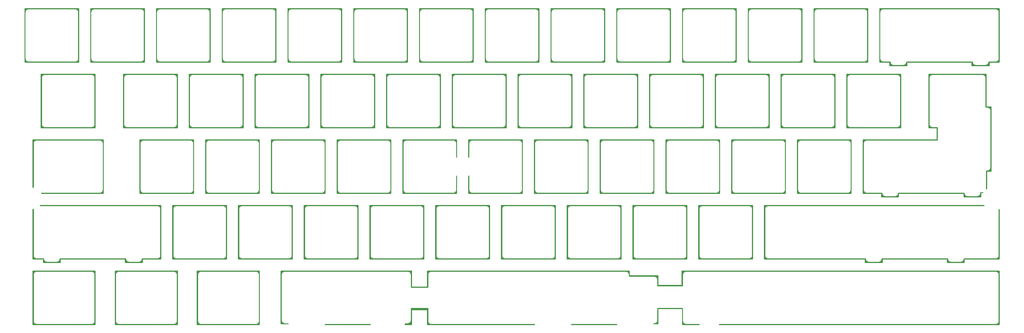
<source format=gbr>
G04 #@! TF.GenerationSoftware,KiCad,Pcbnew,(5.1.4)-1*
G04 #@! TF.CreationDate,2020-11-16T22:26:03-05:00*
G04 #@! TF.ProjectId,DZ60 FR4 Plate,445a3630-2046-4523-9420-506c6174652e,rev?*
G04 #@! TF.SameCoordinates,Original*
G04 #@! TF.FileFunction,Copper,L1,Top*
G04 #@! TF.FilePolarity,Positive*
%FSLAX46Y46*%
G04 Gerber Fmt 4.6, Leading zero omitted, Abs format (unit mm)*
G04 Created by KiCad (PCBNEW (5.1.4)-1) date 2020-11-16 22:26:03*
%MOMM*%
%LPD*%
G04 APERTURE LIST*
%ADD10C,0.254000*%
G04 APERTURE END LIST*
D10*
G36*
X17272000Y77978000D02*
G01*
X1651000Y77978000D01*
X1651000Y79056095D01*
X1697240Y79056095D01*
X1700284Y79025190D01*
X1700272Y79023491D01*
X1701273Y79013278D01*
X1704199Y78985439D01*
X1707875Y78948115D01*
X1710787Y78938517D01*
X1720797Y78889749D01*
X1733272Y78824353D01*
X1736238Y78814529D01*
X1753552Y78758596D01*
X1779389Y78697133D01*
X1804324Y78635417D01*
X1809136Y78626366D01*
X1809140Y78626358D01*
X1809145Y78626351D01*
X1836990Y78574853D01*
X1874245Y78519621D01*
X1910718Y78463885D01*
X1917203Y78455932D01*
X1954524Y78410820D01*
X2001818Y78363856D01*
X2048404Y78316284D01*
X2056311Y78309742D01*
X2101684Y78272737D01*
X2157189Y78235860D01*
X2212127Y78198242D01*
X2221154Y78193360D01*
X2272850Y78165872D01*
X2334465Y78140476D01*
X2395675Y78114241D01*
X2405478Y78111206D01*
X2461529Y78094283D01*
X2526909Y78081337D01*
X2582824Y78069452D01*
X2588155Y78067835D01*
X2598101Y78066855D01*
X2602252Y78066419D01*
X2660521Y78060706D01*
X2660538Y78060706D01*
X2696135Y78057200D01*
X16169204Y78057200D01*
X16200100Y78060243D01*
X16201807Y78060231D01*
X16212020Y78061232D01*
X16239995Y78064172D01*
X16277184Y78067835D01*
X16286774Y78070744D01*
X16335549Y78080756D01*
X16400945Y78093231D01*
X16410769Y78096197D01*
X16466702Y78113511D01*
X16528165Y78139348D01*
X16589881Y78164283D01*
X16598933Y78169096D01*
X16598940Y78169099D01*
X16598947Y78169104D01*
X16650445Y78196949D01*
X16705677Y78234204D01*
X16761413Y78270677D01*
X16769366Y78277162D01*
X16814478Y78314483D01*
X16861442Y78361777D01*
X16909014Y78408363D01*
X16915556Y78416270D01*
X16952561Y78461643D01*
X16989438Y78517148D01*
X17027056Y78572086D01*
X17031938Y78581113D01*
X17059426Y78632809D01*
X17084822Y78694424D01*
X17111057Y78755634D01*
X17114092Y78765437D01*
X17131015Y78821488D01*
X17143961Y78886868D01*
X17155841Y78942761D01*
X17157465Y78948114D01*
X17158474Y78958361D01*
X17158879Y78962211D01*
X17164592Y79020480D01*
X17168100Y79056094D01*
X17168100Y92529005D01*
X17165056Y92559910D01*
X17165068Y92561606D01*
X17164067Y92571819D01*
X17161144Y92599628D01*
X17157465Y92636985D01*
X17154553Y92646585D01*
X17144546Y92695334D01*
X17132067Y92760750D01*
X17129101Y92770574D01*
X17111787Y92826506D01*
X17085961Y92887942D01*
X17061016Y92949682D01*
X17056199Y92958743D01*
X17028350Y93010246D01*
X16991090Y93065486D01*
X16954627Y93121208D01*
X16948141Y93129161D01*
X16910821Y93174275D01*
X16863491Y93221277D01*
X16816936Y93268816D01*
X16809041Y93275348D01*
X16809036Y93275353D01*
X16809031Y93275356D01*
X16809029Y93275358D01*
X16763656Y93312363D01*
X16708169Y93349229D01*
X16653208Y93386861D01*
X16644181Y93391742D01*
X16644179Y93391743D01*
X16644176Y93391745D01*
X16644173Y93391746D01*
X16592484Y93419230D01*
X16530878Y93444623D01*
X16469664Y93470859D01*
X16459861Y93473894D01*
X16403810Y93490817D01*
X16338424Y93503764D01*
X16282515Y93515648D01*
X16277184Y93517265D01*
X16267238Y93518245D01*
X16263087Y93518681D01*
X16204817Y93524394D01*
X16204801Y93524394D01*
X16169204Y93527900D01*
X2696135Y93527900D01*
X2665230Y93524856D01*
X2663533Y93524868D01*
X2653319Y93523867D01*
X2625495Y93520943D01*
X2588155Y93517265D01*
X2578555Y93514353D01*
X2529809Y93504347D01*
X2464395Y93491868D01*
X2454570Y93488902D01*
X2398638Y93471588D01*
X2337200Y93445762D01*
X2275458Y93420816D01*
X2266397Y93415999D01*
X2214894Y93388150D01*
X2159662Y93350895D01*
X2103926Y93314422D01*
X2095973Y93307936D01*
X2050860Y93270616D01*
X2003860Y93223287D01*
X1956325Y93176736D01*
X1949788Y93168835D01*
X1949783Y93168830D01*
X1949779Y93168825D01*
X1912778Y93123456D01*
X1875901Y93067951D01*
X1838283Y93013013D01*
X1833402Y93003986D01*
X1833396Y93003976D01*
X1833394Y93003970D01*
X1805913Y92952290D01*
X1780512Y92890664D01*
X1754282Y92829465D01*
X1751247Y92819662D01*
X1734324Y92763611D01*
X1721377Y92698225D01*
X1709493Y92642316D01*
X1707876Y92636985D01*
X1706896Y92627039D01*
X1706460Y92622888D01*
X1700747Y92564618D01*
X1700747Y92564602D01*
X1697241Y92529005D01*
X1697240Y79056095D01*
X1651000Y79056095D01*
X1651000Y93599000D01*
X17272000Y93599000D01*
X17272000Y77978000D01*
X17272000Y77978000D01*
G37*
X17272000Y77978000D02*
X1651000Y77978000D01*
X1651000Y79056095D01*
X1697240Y79056095D01*
X1700284Y79025190D01*
X1700272Y79023491D01*
X1701273Y79013278D01*
X1704199Y78985439D01*
X1707875Y78948115D01*
X1710787Y78938517D01*
X1720797Y78889749D01*
X1733272Y78824353D01*
X1736238Y78814529D01*
X1753552Y78758596D01*
X1779389Y78697133D01*
X1804324Y78635417D01*
X1809136Y78626366D01*
X1809140Y78626358D01*
X1809145Y78626351D01*
X1836990Y78574853D01*
X1874245Y78519621D01*
X1910718Y78463885D01*
X1917203Y78455932D01*
X1954524Y78410820D01*
X2001818Y78363856D01*
X2048404Y78316284D01*
X2056311Y78309742D01*
X2101684Y78272737D01*
X2157189Y78235860D01*
X2212127Y78198242D01*
X2221154Y78193360D01*
X2272850Y78165872D01*
X2334465Y78140476D01*
X2395675Y78114241D01*
X2405478Y78111206D01*
X2461529Y78094283D01*
X2526909Y78081337D01*
X2582824Y78069452D01*
X2588155Y78067835D01*
X2598101Y78066855D01*
X2602252Y78066419D01*
X2660521Y78060706D01*
X2660538Y78060706D01*
X2696135Y78057200D01*
X16169204Y78057200D01*
X16200100Y78060243D01*
X16201807Y78060231D01*
X16212020Y78061232D01*
X16239995Y78064172D01*
X16277184Y78067835D01*
X16286774Y78070744D01*
X16335549Y78080756D01*
X16400945Y78093231D01*
X16410769Y78096197D01*
X16466702Y78113511D01*
X16528165Y78139348D01*
X16589881Y78164283D01*
X16598933Y78169096D01*
X16598940Y78169099D01*
X16598947Y78169104D01*
X16650445Y78196949D01*
X16705677Y78234204D01*
X16761413Y78270677D01*
X16769366Y78277162D01*
X16814478Y78314483D01*
X16861442Y78361777D01*
X16909014Y78408363D01*
X16915556Y78416270D01*
X16952561Y78461643D01*
X16989438Y78517148D01*
X17027056Y78572086D01*
X17031938Y78581113D01*
X17059426Y78632809D01*
X17084822Y78694424D01*
X17111057Y78755634D01*
X17114092Y78765437D01*
X17131015Y78821488D01*
X17143961Y78886868D01*
X17155841Y78942761D01*
X17157465Y78948114D01*
X17158474Y78958361D01*
X17158879Y78962211D01*
X17164592Y79020480D01*
X17168100Y79056094D01*
X17168100Y92529005D01*
X17165056Y92559910D01*
X17165068Y92561606D01*
X17164067Y92571819D01*
X17161144Y92599628D01*
X17157465Y92636985D01*
X17154553Y92646585D01*
X17144546Y92695334D01*
X17132067Y92760750D01*
X17129101Y92770574D01*
X17111787Y92826506D01*
X17085961Y92887942D01*
X17061016Y92949682D01*
X17056199Y92958743D01*
X17028350Y93010246D01*
X16991090Y93065486D01*
X16954627Y93121208D01*
X16948141Y93129161D01*
X16910821Y93174275D01*
X16863491Y93221277D01*
X16816936Y93268816D01*
X16809041Y93275348D01*
X16809036Y93275353D01*
X16809031Y93275356D01*
X16809029Y93275358D01*
X16763656Y93312363D01*
X16708169Y93349229D01*
X16653208Y93386861D01*
X16644181Y93391742D01*
X16644179Y93391743D01*
X16644176Y93391745D01*
X16644173Y93391746D01*
X16592484Y93419230D01*
X16530878Y93444623D01*
X16469664Y93470859D01*
X16459861Y93473894D01*
X16403810Y93490817D01*
X16338424Y93503764D01*
X16282515Y93515648D01*
X16277184Y93517265D01*
X16267238Y93518245D01*
X16263087Y93518681D01*
X16204817Y93524394D01*
X16204801Y93524394D01*
X16169204Y93527900D01*
X2696135Y93527900D01*
X2665230Y93524856D01*
X2663533Y93524868D01*
X2653319Y93523867D01*
X2625495Y93520943D01*
X2588155Y93517265D01*
X2578555Y93514353D01*
X2529809Y93504347D01*
X2464395Y93491868D01*
X2454570Y93488902D01*
X2398638Y93471588D01*
X2337200Y93445762D01*
X2275458Y93420816D01*
X2266397Y93415999D01*
X2214894Y93388150D01*
X2159662Y93350895D01*
X2103926Y93314422D01*
X2095973Y93307936D01*
X2050860Y93270616D01*
X2003860Y93223287D01*
X1956325Y93176736D01*
X1949788Y93168835D01*
X1949783Y93168830D01*
X1949779Y93168825D01*
X1912778Y93123456D01*
X1875901Y93067951D01*
X1838283Y93013013D01*
X1833402Y93003986D01*
X1833396Y93003976D01*
X1833394Y93003970D01*
X1805913Y92952290D01*
X1780512Y92890664D01*
X1754282Y92829465D01*
X1751247Y92819662D01*
X1734324Y92763611D01*
X1721377Y92698225D01*
X1709493Y92642316D01*
X1707876Y92636985D01*
X1706896Y92627039D01*
X1706460Y92622888D01*
X1700747Y92564618D01*
X1700747Y92564602D01*
X1697241Y92529005D01*
X1697240Y79056095D01*
X1651000Y79056095D01*
X1651000Y93599000D01*
X17272000Y93599000D01*
X17272000Y77978000D01*
G36*
X36322000Y77978000D02*
G01*
X20701000Y77978000D01*
X20701000Y79056095D01*
X20747240Y79056095D01*
X20750284Y79025190D01*
X20750272Y79023491D01*
X20751273Y79013278D01*
X20754199Y78985439D01*
X20757875Y78948115D01*
X20760787Y78938517D01*
X20770797Y78889749D01*
X20783272Y78824353D01*
X20786238Y78814529D01*
X20803552Y78758596D01*
X20829389Y78697133D01*
X20854324Y78635417D01*
X20859136Y78626366D01*
X20859140Y78626358D01*
X20859145Y78626351D01*
X20886990Y78574853D01*
X20924245Y78519621D01*
X20960718Y78463885D01*
X20967203Y78455932D01*
X21004524Y78410820D01*
X21051818Y78363856D01*
X21098404Y78316284D01*
X21106311Y78309742D01*
X21151684Y78272737D01*
X21207189Y78235860D01*
X21262127Y78198242D01*
X21271154Y78193360D01*
X21322850Y78165872D01*
X21384465Y78140476D01*
X21445675Y78114241D01*
X21455478Y78111206D01*
X21511529Y78094283D01*
X21576909Y78081337D01*
X21632824Y78069452D01*
X21638155Y78067835D01*
X21648101Y78066855D01*
X21652252Y78066419D01*
X21710521Y78060706D01*
X21710538Y78060706D01*
X21746135Y78057200D01*
X35219205Y78057200D01*
X35250101Y78060243D01*
X35251808Y78060231D01*
X35262021Y78061232D01*
X35289996Y78064172D01*
X35327185Y78067835D01*
X35336775Y78070744D01*
X35385550Y78080756D01*
X35450946Y78093231D01*
X35460770Y78096197D01*
X35516703Y78113511D01*
X35578166Y78139348D01*
X35639882Y78164283D01*
X35648934Y78169096D01*
X35648941Y78169099D01*
X35648948Y78169104D01*
X35700446Y78196949D01*
X35755678Y78234204D01*
X35811414Y78270677D01*
X35819367Y78277162D01*
X35864479Y78314483D01*
X35911443Y78361777D01*
X35959015Y78408363D01*
X35965557Y78416270D01*
X36002562Y78461643D01*
X36039439Y78517148D01*
X36077057Y78572086D01*
X36081939Y78581113D01*
X36109427Y78632809D01*
X36134823Y78694424D01*
X36161058Y78755634D01*
X36164093Y78765437D01*
X36181016Y78821488D01*
X36193962Y78886868D01*
X36205844Y78942772D01*
X36207465Y78948114D01*
X36208459Y78958210D01*
X36208880Y78962211D01*
X36214593Y79020480D01*
X36214593Y79020486D01*
X36218100Y79056094D01*
X36218100Y92529005D01*
X36215056Y92559910D01*
X36215068Y92561607D01*
X36214067Y92571821D01*
X36211143Y92599645D01*
X36207465Y92636985D01*
X36204553Y92646585D01*
X36194547Y92695331D01*
X36182068Y92760745D01*
X36179102Y92770570D01*
X36161788Y92826502D01*
X36135962Y92887940D01*
X36111016Y92949682D01*
X36106199Y92958743D01*
X36078350Y93010246D01*
X36041095Y93065478D01*
X36004622Y93121214D01*
X35998136Y93129167D01*
X35960816Y93174280D01*
X35913487Y93221280D01*
X35866936Y93268815D01*
X35859034Y93275353D01*
X35859030Y93275357D01*
X35859025Y93275361D01*
X35813656Y93312362D01*
X35758151Y93349239D01*
X35703213Y93386857D01*
X35694186Y93391738D01*
X35694176Y93391744D01*
X35694170Y93391746D01*
X35642490Y93419227D01*
X35580864Y93444628D01*
X35519665Y93470858D01*
X35509862Y93473893D01*
X35453811Y93490816D01*
X35388425Y93503763D01*
X35332527Y93515644D01*
X35327185Y93517265D01*
X35317089Y93518259D01*
X35313088Y93518680D01*
X35254818Y93524393D01*
X35254813Y93524393D01*
X35219205Y93527900D01*
X21746135Y93527900D01*
X21715230Y93524856D01*
X21713533Y93524868D01*
X21703319Y93523867D01*
X21675495Y93520943D01*
X21638155Y93517265D01*
X21628555Y93514353D01*
X21579809Y93504347D01*
X21514395Y93491868D01*
X21504570Y93488902D01*
X21448638Y93471588D01*
X21387200Y93445762D01*
X21325458Y93420816D01*
X21316397Y93415999D01*
X21264894Y93388150D01*
X21209662Y93350895D01*
X21153926Y93314422D01*
X21145973Y93307936D01*
X21100860Y93270616D01*
X21053860Y93223287D01*
X21006325Y93176736D01*
X20999788Y93168835D01*
X20999783Y93168830D01*
X20999779Y93168825D01*
X20962778Y93123456D01*
X20925901Y93067951D01*
X20888283Y93013013D01*
X20883402Y93003986D01*
X20883396Y93003976D01*
X20883394Y93003970D01*
X20855913Y92952290D01*
X20830512Y92890664D01*
X20804282Y92829465D01*
X20801247Y92819662D01*
X20784324Y92763611D01*
X20771377Y92698225D01*
X20759493Y92642316D01*
X20757876Y92636985D01*
X20756896Y92627039D01*
X20756460Y92622888D01*
X20750747Y92564618D01*
X20750747Y92564602D01*
X20747241Y92529005D01*
X20747240Y79056095D01*
X20701000Y79056095D01*
X20701000Y93599000D01*
X36322000Y93599000D01*
X36322000Y77978000D01*
X36322000Y77978000D01*
G37*
X36322000Y77978000D02*
X20701000Y77978000D01*
X20701000Y79056095D01*
X20747240Y79056095D01*
X20750284Y79025190D01*
X20750272Y79023491D01*
X20751273Y79013278D01*
X20754199Y78985439D01*
X20757875Y78948115D01*
X20760787Y78938517D01*
X20770797Y78889749D01*
X20783272Y78824353D01*
X20786238Y78814529D01*
X20803552Y78758596D01*
X20829389Y78697133D01*
X20854324Y78635417D01*
X20859136Y78626366D01*
X20859140Y78626358D01*
X20859145Y78626351D01*
X20886990Y78574853D01*
X20924245Y78519621D01*
X20960718Y78463885D01*
X20967203Y78455932D01*
X21004524Y78410820D01*
X21051818Y78363856D01*
X21098404Y78316284D01*
X21106311Y78309742D01*
X21151684Y78272737D01*
X21207189Y78235860D01*
X21262127Y78198242D01*
X21271154Y78193360D01*
X21322850Y78165872D01*
X21384465Y78140476D01*
X21445675Y78114241D01*
X21455478Y78111206D01*
X21511529Y78094283D01*
X21576909Y78081337D01*
X21632824Y78069452D01*
X21638155Y78067835D01*
X21648101Y78066855D01*
X21652252Y78066419D01*
X21710521Y78060706D01*
X21710538Y78060706D01*
X21746135Y78057200D01*
X35219205Y78057200D01*
X35250101Y78060243D01*
X35251808Y78060231D01*
X35262021Y78061232D01*
X35289996Y78064172D01*
X35327185Y78067835D01*
X35336775Y78070744D01*
X35385550Y78080756D01*
X35450946Y78093231D01*
X35460770Y78096197D01*
X35516703Y78113511D01*
X35578166Y78139348D01*
X35639882Y78164283D01*
X35648934Y78169096D01*
X35648941Y78169099D01*
X35648948Y78169104D01*
X35700446Y78196949D01*
X35755678Y78234204D01*
X35811414Y78270677D01*
X35819367Y78277162D01*
X35864479Y78314483D01*
X35911443Y78361777D01*
X35959015Y78408363D01*
X35965557Y78416270D01*
X36002562Y78461643D01*
X36039439Y78517148D01*
X36077057Y78572086D01*
X36081939Y78581113D01*
X36109427Y78632809D01*
X36134823Y78694424D01*
X36161058Y78755634D01*
X36164093Y78765437D01*
X36181016Y78821488D01*
X36193962Y78886868D01*
X36205844Y78942772D01*
X36207465Y78948114D01*
X36208459Y78958210D01*
X36208880Y78962211D01*
X36214593Y79020480D01*
X36214593Y79020486D01*
X36218100Y79056094D01*
X36218100Y92529005D01*
X36215056Y92559910D01*
X36215068Y92561607D01*
X36214067Y92571821D01*
X36211143Y92599645D01*
X36207465Y92636985D01*
X36204553Y92646585D01*
X36194547Y92695331D01*
X36182068Y92760745D01*
X36179102Y92770570D01*
X36161788Y92826502D01*
X36135962Y92887940D01*
X36111016Y92949682D01*
X36106199Y92958743D01*
X36078350Y93010246D01*
X36041095Y93065478D01*
X36004622Y93121214D01*
X35998136Y93129167D01*
X35960816Y93174280D01*
X35913487Y93221280D01*
X35866936Y93268815D01*
X35859034Y93275353D01*
X35859030Y93275357D01*
X35859025Y93275361D01*
X35813656Y93312362D01*
X35758151Y93349239D01*
X35703213Y93386857D01*
X35694186Y93391738D01*
X35694176Y93391744D01*
X35694170Y93391746D01*
X35642490Y93419227D01*
X35580864Y93444628D01*
X35519665Y93470858D01*
X35509862Y93473893D01*
X35453811Y93490816D01*
X35388425Y93503763D01*
X35332527Y93515644D01*
X35327185Y93517265D01*
X35317089Y93518259D01*
X35313088Y93518680D01*
X35254818Y93524393D01*
X35254813Y93524393D01*
X35219205Y93527900D01*
X21746135Y93527900D01*
X21715230Y93524856D01*
X21713533Y93524868D01*
X21703319Y93523867D01*
X21675495Y93520943D01*
X21638155Y93517265D01*
X21628555Y93514353D01*
X21579809Y93504347D01*
X21514395Y93491868D01*
X21504570Y93488902D01*
X21448638Y93471588D01*
X21387200Y93445762D01*
X21325458Y93420816D01*
X21316397Y93415999D01*
X21264894Y93388150D01*
X21209662Y93350895D01*
X21153926Y93314422D01*
X21145973Y93307936D01*
X21100860Y93270616D01*
X21053860Y93223287D01*
X21006325Y93176736D01*
X20999788Y93168835D01*
X20999783Y93168830D01*
X20999779Y93168825D01*
X20962778Y93123456D01*
X20925901Y93067951D01*
X20888283Y93013013D01*
X20883402Y93003986D01*
X20883396Y93003976D01*
X20883394Y93003970D01*
X20855913Y92952290D01*
X20830512Y92890664D01*
X20804282Y92829465D01*
X20801247Y92819662D01*
X20784324Y92763611D01*
X20771377Y92698225D01*
X20759493Y92642316D01*
X20757876Y92636985D01*
X20756896Y92627039D01*
X20756460Y92622888D01*
X20750747Y92564618D01*
X20750747Y92564602D01*
X20747241Y92529005D01*
X20747240Y79056095D01*
X20701000Y79056095D01*
X20701000Y93599000D01*
X36322000Y93599000D01*
X36322000Y77978000D01*
G36*
X55372000Y77978000D02*
G01*
X39751000Y77978000D01*
X39751000Y79056095D01*
X39797239Y79056095D01*
X39800283Y79025190D01*
X39800271Y79023491D01*
X39801272Y79013278D01*
X39804198Y78985439D01*
X39807874Y78948115D01*
X39810786Y78938517D01*
X39820796Y78889749D01*
X39833271Y78824353D01*
X39836237Y78814529D01*
X39853551Y78758596D01*
X39879388Y78697133D01*
X39904323Y78635417D01*
X39909135Y78626366D01*
X39909139Y78626358D01*
X39909144Y78626351D01*
X39936989Y78574853D01*
X39974244Y78519621D01*
X40010717Y78463885D01*
X40017202Y78455932D01*
X40054523Y78410820D01*
X40101817Y78363856D01*
X40148403Y78316284D01*
X40156310Y78309742D01*
X40201683Y78272737D01*
X40257188Y78235860D01*
X40312126Y78198242D01*
X40321153Y78193360D01*
X40372849Y78165872D01*
X40434464Y78140476D01*
X40495674Y78114241D01*
X40505477Y78111206D01*
X40561528Y78094283D01*
X40626908Y78081337D01*
X40682826Y78069452D01*
X40688155Y78067835D01*
X40698085Y78066857D01*
X40702251Y78066419D01*
X40760520Y78060706D01*
X40760538Y78060706D01*
X40796135Y78057200D01*
X54269204Y78057200D01*
X54300100Y78060243D01*
X54301807Y78060231D01*
X54312020Y78061232D01*
X54339995Y78064172D01*
X54377184Y78067835D01*
X54386774Y78070744D01*
X54435549Y78080756D01*
X54500945Y78093231D01*
X54510769Y78096197D01*
X54566702Y78113511D01*
X54628165Y78139348D01*
X54689881Y78164283D01*
X54698933Y78169096D01*
X54698940Y78169099D01*
X54698947Y78169104D01*
X54750445Y78196949D01*
X54805677Y78234204D01*
X54861413Y78270677D01*
X54869366Y78277162D01*
X54914478Y78314483D01*
X54961442Y78361777D01*
X55009014Y78408363D01*
X55015556Y78416270D01*
X55052561Y78461643D01*
X55089438Y78517148D01*
X55127056Y78572086D01*
X55131938Y78581113D01*
X55159426Y78632809D01*
X55184822Y78694424D01*
X55211057Y78755634D01*
X55214092Y78765437D01*
X55231015Y78821488D01*
X55243961Y78886868D01*
X55255843Y78942772D01*
X55257464Y78948114D01*
X55258458Y78958210D01*
X55258879Y78962211D01*
X55264592Y79020480D01*
X55264592Y79020486D01*
X55268099Y79056094D01*
X55268099Y92529005D01*
X55265055Y92559910D01*
X55265067Y92561607D01*
X55264066Y92571821D01*
X55261142Y92599645D01*
X55257464Y92636985D01*
X55254552Y92646585D01*
X55244546Y92695331D01*
X55232067Y92760745D01*
X55229101Y92770570D01*
X55211787Y92826502D01*
X55185961Y92887940D01*
X55161015Y92949682D01*
X55156198Y92958743D01*
X55128349Y93010246D01*
X55091094Y93065478D01*
X55054621Y93121214D01*
X55048135Y93129167D01*
X55010815Y93174280D01*
X54963486Y93221280D01*
X54916935Y93268815D01*
X54909033Y93275353D01*
X54909029Y93275357D01*
X54909024Y93275361D01*
X54863655Y93312362D01*
X54808150Y93349239D01*
X54753212Y93386857D01*
X54744185Y93391738D01*
X54744175Y93391744D01*
X54744169Y93391746D01*
X54692489Y93419227D01*
X54630863Y93444628D01*
X54569664Y93470858D01*
X54559861Y93473893D01*
X54503810Y93490816D01*
X54438424Y93503763D01*
X54382526Y93515644D01*
X54377184Y93517265D01*
X54367088Y93518259D01*
X54363087Y93518680D01*
X54304817Y93524393D01*
X54304812Y93524393D01*
X54269204Y93527900D01*
X40796134Y93527900D01*
X40765229Y93524856D01*
X40763532Y93524868D01*
X40753318Y93523867D01*
X40725494Y93520943D01*
X40688154Y93517265D01*
X40678554Y93514353D01*
X40629808Y93504347D01*
X40564394Y93491868D01*
X40554569Y93488902D01*
X40498637Y93471588D01*
X40437199Y93445762D01*
X40375457Y93420816D01*
X40366396Y93415999D01*
X40314893Y93388150D01*
X40259661Y93350895D01*
X40203925Y93314422D01*
X40195972Y93307936D01*
X40150859Y93270616D01*
X40103859Y93223287D01*
X40056324Y93176736D01*
X40049787Y93168835D01*
X40049782Y93168830D01*
X40049778Y93168825D01*
X40012777Y93123456D01*
X39975900Y93067951D01*
X39938282Y93013013D01*
X39933401Y93003986D01*
X39933395Y93003976D01*
X39933393Y93003970D01*
X39905912Y92952290D01*
X39880511Y92890664D01*
X39854281Y92829465D01*
X39851246Y92819662D01*
X39834323Y92763611D01*
X39821376Y92698225D01*
X39809492Y92642316D01*
X39807875Y92636985D01*
X39806895Y92627039D01*
X39806459Y92622888D01*
X39800746Y92564618D01*
X39800746Y92564602D01*
X39797240Y92529005D01*
X39797239Y79056095D01*
X39751000Y79056095D01*
X39751000Y93599000D01*
X55372000Y93599000D01*
X55372000Y77978000D01*
X55372000Y77978000D01*
G37*
X55372000Y77978000D02*
X39751000Y77978000D01*
X39751000Y79056095D01*
X39797239Y79056095D01*
X39800283Y79025190D01*
X39800271Y79023491D01*
X39801272Y79013278D01*
X39804198Y78985439D01*
X39807874Y78948115D01*
X39810786Y78938517D01*
X39820796Y78889749D01*
X39833271Y78824353D01*
X39836237Y78814529D01*
X39853551Y78758596D01*
X39879388Y78697133D01*
X39904323Y78635417D01*
X39909135Y78626366D01*
X39909139Y78626358D01*
X39909144Y78626351D01*
X39936989Y78574853D01*
X39974244Y78519621D01*
X40010717Y78463885D01*
X40017202Y78455932D01*
X40054523Y78410820D01*
X40101817Y78363856D01*
X40148403Y78316284D01*
X40156310Y78309742D01*
X40201683Y78272737D01*
X40257188Y78235860D01*
X40312126Y78198242D01*
X40321153Y78193360D01*
X40372849Y78165872D01*
X40434464Y78140476D01*
X40495674Y78114241D01*
X40505477Y78111206D01*
X40561528Y78094283D01*
X40626908Y78081337D01*
X40682826Y78069452D01*
X40688155Y78067835D01*
X40698085Y78066857D01*
X40702251Y78066419D01*
X40760520Y78060706D01*
X40760538Y78060706D01*
X40796135Y78057200D01*
X54269204Y78057200D01*
X54300100Y78060243D01*
X54301807Y78060231D01*
X54312020Y78061232D01*
X54339995Y78064172D01*
X54377184Y78067835D01*
X54386774Y78070744D01*
X54435549Y78080756D01*
X54500945Y78093231D01*
X54510769Y78096197D01*
X54566702Y78113511D01*
X54628165Y78139348D01*
X54689881Y78164283D01*
X54698933Y78169096D01*
X54698940Y78169099D01*
X54698947Y78169104D01*
X54750445Y78196949D01*
X54805677Y78234204D01*
X54861413Y78270677D01*
X54869366Y78277162D01*
X54914478Y78314483D01*
X54961442Y78361777D01*
X55009014Y78408363D01*
X55015556Y78416270D01*
X55052561Y78461643D01*
X55089438Y78517148D01*
X55127056Y78572086D01*
X55131938Y78581113D01*
X55159426Y78632809D01*
X55184822Y78694424D01*
X55211057Y78755634D01*
X55214092Y78765437D01*
X55231015Y78821488D01*
X55243961Y78886868D01*
X55255843Y78942772D01*
X55257464Y78948114D01*
X55258458Y78958210D01*
X55258879Y78962211D01*
X55264592Y79020480D01*
X55264592Y79020486D01*
X55268099Y79056094D01*
X55268099Y92529005D01*
X55265055Y92559910D01*
X55265067Y92561607D01*
X55264066Y92571821D01*
X55261142Y92599645D01*
X55257464Y92636985D01*
X55254552Y92646585D01*
X55244546Y92695331D01*
X55232067Y92760745D01*
X55229101Y92770570D01*
X55211787Y92826502D01*
X55185961Y92887940D01*
X55161015Y92949682D01*
X55156198Y92958743D01*
X55128349Y93010246D01*
X55091094Y93065478D01*
X55054621Y93121214D01*
X55048135Y93129167D01*
X55010815Y93174280D01*
X54963486Y93221280D01*
X54916935Y93268815D01*
X54909033Y93275353D01*
X54909029Y93275357D01*
X54909024Y93275361D01*
X54863655Y93312362D01*
X54808150Y93349239D01*
X54753212Y93386857D01*
X54744185Y93391738D01*
X54744175Y93391744D01*
X54744169Y93391746D01*
X54692489Y93419227D01*
X54630863Y93444628D01*
X54569664Y93470858D01*
X54559861Y93473893D01*
X54503810Y93490816D01*
X54438424Y93503763D01*
X54382526Y93515644D01*
X54377184Y93517265D01*
X54367088Y93518259D01*
X54363087Y93518680D01*
X54304817Y93524393D01*
X54304812Y93524393D01*
X54269204Y93527900D01*
X40796134Y93527900D01*
X40765229Y93524856D01*
X40763532Y93524868D01*
X40753318Y93523867D01*
X40725494Y93520943D01*
X40688154Y93517265D01*
X40678554Y93514353D01*
X40629808Y93504347D01*
X40564394Y93491868D01*
X40554569Y93488902D01*
X40498637Y93471588D01*
X40437199Y93445762D01*
X40375457Y93420816D01*
X40366396Y93415999D01*
X40314893Y93388150D01*
X40259661Y93350895D01*
X40203925Y93314422D01*
X40195972Y93307936D01*
X40150859Y93270616D01*
X40103859Y93223287D01*
X40056324Y93176736D01*
X40049787Y93168835D01*
X40049782Y93168830D01*
X40049778Y93168825D01*
X40012777Y93123456D01*
X39975900Y93067951D01*
X39938282Y93013013D01*
X39933401Y93003986D01*
X39933395Y93003976D01*
X39933393Y93003970D01*
X39905912Y92952290D01*
X39880511Y92890664D01*
X39854281Y92829465D01*
X39851246Y92819662D01*
X39834323Y92763611D01*
X39821376Y92698225D01*
X39809492Y92642316D01*
X39807875Y92636985D01*
X39806895Y92627039D01*
X39806459Y92622888D01*
X39800746Y92564618D01*
X39800746Y92564602D01*
X39797240Y92529005D01*
X39797239Y79056095D01*
X39751000Y79056095D01*
X39751000Y93599000D01*
X55372000Y93599000D01*
X55372000Y77978000D01*
G36*
X74422000Y77978000D02*
G01*
X58801000Y77978000D01*
X58801000Y79056095D01*
X58845840Y79056095D01*
X58848884Y79025190D01*
X58848872Y79023491D01*
X58849873Y79013278D01*
X58852799Y78985439D01*
X58856475Y78948115D01*
X58859387Y78938517D01*
X58869397Y78889749D01*
X58881872Y78824353D01*
X58884838Y78814529D01*
X58902152Y78758596D01*
X58927989Y78697133D01*
X58952924Y78635417D01*
X58957736Y78626366D01*
X58957740Y78626358D01*
X58957745Y78626351D01*
X58985590Y78574853D01*
X59022845Y78519621D01*
X59059318Y78463885D01*
X59065803Y78455932D01*
X59103124Y78410820D01*
X59150418Y78363856D01*
X59197004Y78316284D01*
X59204911Y78309742D01*
X59250284Y78272737D01*
X59305789Y78235860D01*
X59360727Y78198242D01*
X59369754Y78193360D01*
X59421450Y78165872D01*
X59483065Y78140476D01*
X59544275Y78114241D01*
X59554078Y78111206D01*
X59610129Y78094283D01*
X59675509Y78081337D01*
X59731424Y78069452D01*
X59736755Y78067835D01*
X59746701Y78066855D01*
X59750852Y78066419D01*
X59809121Y78060706D01*
X59809138Y78060706D01*
X59844735Y78057200D01*
X73317805Y78057200D01*
X73348701Y78060243D01*
X73350408Y78060231D01*
X73360621Y78061232D01*
X73388596Y78064172D01*
X73425785Y78067835D01*
X73435375Y78070744D01*
X73484150Y78080756D01*
X73549546Y78093231D01*
X73559370Y78096197D01*
X73615303Y78113511D01*
X73676766Y78139348D01*
X73738482Y78164283D01*
X73747534Y78169096D01*
X73747541Y78169099D01*
X73747548Y78169104D01*
X73799046Y78196949D01*
X73854278Y78234204D01*
X73910014Y78270677D01*
X73917967Y78277162D01*
X73963079Y78314483D01*
X74010043Y78361777D01*
X74057615Y78408363D01*
X74064157Y78416270D01*
X74101162Y78461643D01*
X74138039Y78517148D01*
X74175657Y78572086D01*
X74180539Y78581113D01*
X74208027Y78632809D01*
X74233423Y78694424D01*
X74259658Y78755634D01*
X74262693Y78765437D01*
X74279616Y78821488D01*
X74292562Y78886868D01*
X74304444Y78942772D01*
X74306065Y78948114D01*
X74307059Y78958210D01*
X74307480Y78962211D01*
X74313193Y79020480D01*
X74313193Y79020486D01*
X74316700Y79056094D01*
X74316700Y92529005D01*
X74313656Y92559910D01*
X74313668Y92561607D01*
X74312667Y92571821D01*
X74309743Y92599645D01*
X74306065Y92636985D01*
X74303153Y92646585D01*
X74293147Y92695331D01*
X74280668Y92760745D01*
X74277702Y92770570D01*
X74260388Y92826502D01*
X74234562Y92887940D01*
X74209616Y92949682D01*
X74204799Y92958743D01*
X74176950Y93010246D01*
X74139695Y93065478D01*
X74103222Y93121214D01*
X74096736Y93129167D01*
X74059416Y93174280D01*
X74012087Y93221280D01*
X73965536Y93268815D01*
X73957634Y93275353D01*
X73957630Y93275357D01*
X73957625Y93275361D01*
X73912256Y93312362D01*
X73856751Y93349239D01*
X73801813Y93386857D01*
X73792786Y93391738D01*
X73792776Y93391744D01*
X73792770Y93391746D01*
X73741090Y93419227D01*
X73679464Y93444628D01*
X73618265Y93470858D01*
X73608462Y93473893D01*
X73552411Y93490816D01*
X73487025Y93503763D01*
X73431127Y93515644D01*
X73425785Y93517265D01*
X73415689Y93518259D01*
X73411688Y93518680D01*
X73353418Y93524393D01*
X73353413Y93524393D01*
X73317805Y93527900D01*
X59844735Y93527900D01*
X59813830Y93524856D01*
X59812133Y93524868D01*
X59801919Y93523867D01*
X59774095Y93520943D01*
X59736755Y93517265D01*
X59727155Y93514353D01*
X59678409Y93504347D01*
X59612995Y93491868D01*
X59603170Y93488902D01*
X59547238Y93471588D01*
X59485800Y93445762D01*
X59424058Y93420816D01*
X59414997Y93415999D01*
X59363494Y93388150D01*
X59308262Y93350895D01*
X59252526Y93314422D01*
X59244573Y93307936D01*
X59199460Y93270616D01*
X59152460Y93223287D01*
X59104925Y93176736D01*
X59098388Y93168835D01*
X59098383Y93168830D01*
X59098379Y93168825D01*
X59061378Y93123456D01*
X59024501Y93067951D01*
X58986883Y93013013D01*
X58982002Y93003986D01*
X58981996Y93003976D01*
X58981994Y93003970D01*
X58954513Y92952290D01*
X58929112Y92890664D01*
X58902882Y92829465D01*
X58899847Y92819662D01*
X58882924Y92763611D01*
X58869977Y92698225D01*
X58858093Y92642316D01*
X58856476Y92636985D01*
X58855496Y92627039D01*
X58855060Y92622888D01*
X58849347Y92564618D01*
X58849347Y92564602D01*
X58845841Y92529005D01*
X58845840Y79056095D01*
X58801000Y79056095D01*
X58801000Y93599000D01*
X74422000Y93599000D01*
X74422000Y77978000D01*
X74422000Y77978000D01*
G37*
X74422000Y77978000D02*
X58801000Y77978000D01*
X58801000Y79056095D01*
X58845840Y79056095D01*
X58848884Y79025190D01*
X58848872Y79023491D01*
X58849873Y79013278D01*
X58852799Y78985439D01*
X58856475Y78948115D01*
X58859387Y78938517D01*
X58869397Y78889749D01*
X58881872Y78824353D01*
X58884838Y78814529D01*
X58902152Y78758596D01*
X58927989Y78697133D01*
X58952924Y78635417D01*
X58957736Y78626366D01*
X58957740Y78626358D01*
X58957745Y78626351D01*
X58985590Y78574853D01*
X59022845Y78519621D01*
X59059318Y78463885D01*
X59065803Y78455932D01*
X59103124Y78410820D01*
X59150418Y78363856D01*
X59197004Y78316284D01*
X59204911Y78309742D01*
X59250284Y78272737D01*
X59305789Y78235860D01*
X59360727Y78198242D01*
X59369754Y78193360D01*
X59421450Y78165872D01*
X59483065Y78140476D01*
X59544275Y78114241D01*
X59554078Y78111206D01*
X59610129Y78094283D01*
X59675509Y78081337D01*
X59731424Y78069452D01*
X59736755Y78067835D01*
X59746701Y78066855D01*
X59750852Y78066419D01*
X59809121Y78060706D01*
X59809138Y78060706D01*
X59844735Y78057200D01*
X73317805Y78057200D01*
X73348701Y78060243D01*
X73350408Y78060231D01*
X73360621Y78061232D01*
X73388596Y78064172D01*
X73425785Y78067835D01*
X73435375Y78070744D01*
X73484150Y78080756D01*
X73549546Y78093231D01*
X73559370Y78096197D01*
X73615303Y78113511D01*
X73676766Y78139348D01*
X73738482Y78164283D01*
X73747534Y78169096D01*
X73747541Y78169099D01*
X73747548Y78169104D01*
X73799046Y78196949D01*
X73854278Y78234204D01*
X73910014Y78270677D01*
X73917967Y78277162D01*
X73963079Y78314483D01*
X74010043Y78361777D01*
X74057615Y78408363D01*
X74064157Y78416270D01*
X74101162Y78461643D01*
X74138039Y78517148D01*
X74175657Y78572086D01*
X74180539Y78581113D01*
X74208027Y78632809D01*
X74233423Y78694424D01*
X74259658Y78755634D01*
X74262693Y78765437D01*
X74279616Y78821488D01*
X74292562Y78886868D01*
X74304444Y78942772D01*
X74306065Y78948114D01*
X74307059Y78958210D01*
X74307480Y78962211D01*
X74313193Y79020480D01*
X74313193Y79020486D01*
X74316700Y79056094D01*
X74316700Y92529005D01*
X74313656Y92559910D01*
X74313668Y92561607D01*
X74312667Y92571821D01*
X74309743Y92599645D01*
X74306065Y92636985D01*
X74303153Y92646585D01*
X74293147Y92695331D01*
X74280668Y92760745D01*
X74277702Y92770570D01*
X74260388Y92826502D01*
X74234562Y92887940D01*
X74209616Y92949682D01*
X74204799Y92958743D01*
X74176950Y93010246D01*
X74139695Y93065478D01*
X74103222Y93121214D01*
X74096736Y93129167D01*
X74059416Y93174280D01*
X74012087Y93221280D01*
X73965536Y93268815D01*
X73957634Y93275353D01*
X73957630Y93275357D01*
X73957625Y93275361D01*
X73912256Y93312362D01*
X73856751Y93349239D01*
X73801813Y93386857D01*
X73792786Y93391738D01*
X73792776Y93391744D01*
X73792770Y93391746D01*
X73741090Y93419227D01*
X73679464Y93444628D01*
X73618265Y93470858D01*
X73608462Y93473893D01*
X73552411Y93490816D01*
X73487025Y93503763D01*
X73431127Y93515644D01*
X73425785Y93517265D01*
X73415689Y93518259D01*
X73411688Y93518680D01*
X73353418Y93524393D01*
X73353413Y93524393D01*
X73317805Y93527900D01*
X59844735Y93527900D01*
X59813830Y93524856D01*
X59812133Y93524868D01*
X59801919Y93523867D01*
X59774095Y93520943D01*
X59736755Y93517265D01*
X59727155Y93514353D01*
X59678409Y93504347D01*
X59612995Y93491868D01*
X59603170Y93488902D01*
X59547238Y93471588D01*
X59485800Y93445762D01*
X59424058Y93420816D01*
X59414997Y93415999D01*
X59363494Y93388150D01*
X59308262Y93350895D01*
X59252526Y93314422D01*
X59244573Y93307936D01*
X59199460Y93270616D01*
X59152460Y93223287D01*
X59104925Y93176736D01*
X59098388Y93168835D01*
X59098383Y93168830D01*
X59098379Y93168825D01*
X59061378Y93123456D01*
X59024501Y93067951D01*
X58986883Y93013013D01*
X58982002Y93003986D01*
X58981996Y93003976D01*
X58981994Y93003970D01*
X58954513Y92952290D01*
X58929112Y92890664D01*
X58902882Y92829465D01*
X58899847Y92819662D01*
X58882924Y92763611D01*
X58869977Y92698225D01*
X58858093Y92642316D01*
X58856476Y92636985D01*
X58855496Y92627039D01*
X58855060Y92622888D01*
X58849347Y92564618D01*
X58849347Y92564602D01*
X58845841Y92529005D01*
X58845840Y79056095D01*
X58801000Y79056095D01*
X58801000Y93599000D01*
X74422000Y93599000D01*
X74422000Y77978000D01*
G36*
X93472000Y77978000D02*
G01*
X77851000Y77978000D01*
X77851000Y79056095D01*
X77897239Y79056095D01*
X77900284Y79025180D01*
X77900272Y79023491D01*
X77901273Y79013278D01*
X77904183Y78985590D01*
X77907874Y78948115D01*
X77910789Y78938507D01*
X77920797Y78889749D01*
X77933272Y78824353D01*
X77936238Y78814529D01*
X77953552Y78758596D01*
X77979389Y78697133D01*
X78004324Y78635417D01*
X78009136Y78626366D01*
X78009140Y78626358D01*
X78009145Y78626351D01*
X78036990Y78574853D01*
X78074245Y78519621D01*
X78110718Y78463885D01*
X78117203Y78455932D01*
X78154524Y78410820D01*
X78201818Y78363856D01*
X78248404Y78316284D01*
X78256311Y78309742D01*
X78301684Y78272737D01*
X78357189Y78235860D01*
X78412127Y78198242D01*
X78421154Y78193360D01*
X78472850Y78165872D01*
X78534465Y78140476D01*
X78595675Y78114241D01*
X78605478Y78111206D01*
X78661529Y78094283D01*
X78726909Y78081337D01*
X78782824Y78069452D01*
X78788155Y78067835D01*
X78798101Y78066855D01*
X78802252Y78066419D01*
X78860521Y78060706D01*
X78860538Y78060706D01*
X78896135Y78057200D01*
X92369205Y78057200D01*
X92400101Y78060243D01*
X92401808Y78060231D01*
X92412021Y78061232D01*
X92439996Y78064172D01*
X92477185Y78067835D01*
X92486775Y78070744D01*
X92535550Y78080756D01*
X92600946Y78093231D01*
X92610770Y78096197D01*
X92666703Y78113511D01*
X92728166Y78139348D01*
X92789882Y78164283D01*
X92798934Y78169096D01*
X92798941Y78169099D01*
X92798948Y78169104D01*
X92850446Y78196949D01*
X92905678Y78234204D01*
X92961414Y78270677D01*
X92969367Y78277162D01*
X93014479Y78314483D01*
X93061443Y78361777D01*
X93109015Y78408363D01*
X93115557Y78416270D01*
X93152562Y78461643D01*
X93189439Y78517148D01*
X93227057Y78572086D01*
X93231939Y78581113D01*
X93259427Y78632809D01*
X93284823Y78694424D01*
X93311058Y78755634D01*
X93314093Y78765437D01*
X93331016Y78821488D01*
X93343962Y78886868D01*
X93355844Y78942772D01*
X93357465Y78948114D01*
X93358459Y78958210D01*
X93358880Y78962211D01*
X93364593Y79020480D01*
X93364593Y79020486D01*
X93368100Y79056094D01*
X93368100Y92529005D01*
X93365056Y92559910D01*
X93365068Y92561607D01*
X93364067Y92571821D01*
X93361143Y92599645D01*
X93357465Y92636985D01*
X93354553Y92646585D01*
X93344547Y92695331D01*
X93332068Y92760745D01*
X93329102Y92770570D01*
X93311788Y92826502D01*
X93285962Y92887940D01*
X93261016Y92949682D01*
X93256199Y92958743D01*
X93228350Y93010246D01*
X93191095Y93065478D01*
X93154622Y93121214D01*
X93148136Y93129167D01*
X93110816Y93174280D01*
X93063487Y93221280D01*
X93016936Y93268815D01*
X93009034Y93275353D01*
X93009030Y93275357D01*
X93009025Y93275361D01*
X92963656Y93312362D01*
X92908151Y93349239D01*
X92853213Y93386857D01*
X92844186Y93391738D01*
X92844176Y93391744D01*
X92844170Y93391746D01*
X92792490Y93419227D01*
X92730864Y93444628D01*
X92669665Y93470858D01*
X92659862Y93473893D01*
X92603811Y93490816D01*
X92538425Y93503763D01*
X92482527Y93515644D01*
X92477185Y93517265D01*
X92467089Y93518259D01*
X92463088Y93518680D01*
X92404818Y93524393D01*
X92404813Y93524393D01*
X92369205Y93527900D01*
X78896135Y93527900D01*
X78865230Y93524856D01*
X78863533Y93524868D01*
X78853319Y93523867D01*
X78825495Y93520943D01*
X78788155Y93517265D01*
X78778555Y93514353D01*
X78729809Y93504347D01*
X78664395Y93491868D01*
X78654570Y93488902D01*
X78598638Y93471588D01*
X78537200Y93445762D01*
X78475458Y93420816D01*
X78466397Y93415999D01*
X78414894Y93388150D01*
X78359662Y93350895D01*
X78303926Y93314422D01*
X78295973Y93307936D01*
X78250860Y93270616D01*
X78203860Y93223287D01*
X78156325Y93176736D01*
X78149788Y93168835D01*
X78149783Y93168830D01*
X78149779Y93168825D01*
X78112778Y93123456D01*
X78075901Y93067951D01*
X78038283Y93013013D01*
X78033402Y93003986D01*
X78033396Y93003976D01*
X78033394Y93003970D01*
X78005913Y92952290D01*
X77980512Y92890664D01*
X77954282Y92829465D01*
X77951247Y92819662D01*
X77934324Y92763611D01*
X77921377Y92698225D01*
X77909496Y92642327D01*
X77907875Y92636985D01*
X77906881Y92626889D01*
X77906460Y92622888D01*
X77900747Y92564618D01*
X77900747Y92564613D01*
X77897240Y92529005D01*
X77897239Y79056095D01*
X77851000Y79056095D01*
X77851000Y93599000D01*
X93472000Y93599000D01*
X93472000Y77978000D01*
X93472000Y77978000D01*
G37*
X93472000Y77978000D02*
X77851000Y77978000D01*
X77851000Y79056095D01*
X77897239Y79056095D01*
X77900284Y79025180D01*
X77900272Y79023491D01*
X77901273Y79013278D01*
X77904183Y78985590D01*
X77907874Y78948115D01*
X77910789Y78938507D01*
X77920797Y78889749D01*
X77933272Y78824353D01*
X77936238Y78814529D01*
X77953552Y78758596D01*
X77979389Y78697133D01*
X78004324Y78635417D01*
X78009136Y78626366D01*
X78009140Y78626358D01*
X78009145Y78626351D01*
X78036990Y78574853D01*
X78074245Y78519621D01*
X78110718Y78463885D01*
X78117203Y78455932D01*
X78154524Y78410820D01*
X78201818Y78363856D01*
X78248404Y78316284D01*
X78256311Y78309742D01*
X78301684Y78272737D01*
X78357189Y78235860D01*
X78412127Y78198242D01*
X78421154Y78193360D01*
X78472850Y78165872D01*
X78534465Y78140476D01*
X78595675Y78114241D01*
X78605478Y78111206D01*
X78661529Y78094283D01*
X78726909Y78081337D01*
X78782824Y78069452D01*
X78788155Y78067835D01*
X78798101Y78066855D01*
X78802252Y78066419D01*
X78860521Y78060706D01*
X78860538Y78060706D01*
X78896135Y78057200D01*
X92369205Y78057200D01*
X92400101Y78060243D01*
X92401808Y78060231D01*
X92412021Y78061232D01*
X92439996Y78064172D01*
X92477185Y78067835D01*
X92486775Y78070744D01*
X92535550Y78080756D01*
X92600946Y78093231D01*
X92610770Y78096197D01*
X92666703Y78113511D01*
X92728166Y78139348D01*
X92789882Y78164283D01*
X92798934Y78169096D01*
X92798941Y78169099D01*
X92798948Y78169104D01*
X92850446Y78196949D01*
X92905678Y78234204D01*
X92961414Y78270677D01*
X92969367Y78277162D01*
X93014479Y78314483D01*
X93061443Y78361777D01*
X93109015Y78408363D01*
X93115557Y78416270D01*
X93152562Y78461643D01*
X93189439Y78517148D01*
X93227057Y78572086D01*
X93231939Y78581113D01*
X93259427Y78632809D01*
X93284823Y78694424D01*
X93311058Y78755634D01*
X93314093Y78765437D01*
X93331016Y78821488D01*
X93343962Y78886868D01*
X93355844Y78942772D01*
X93357465Y78948114D01*
X93358459Y78958210D01*
X93358880Y78962211D01*
X93364593Y79020480D01*
X93364593Y79020486D01*
X93368100Y79056094D01*
X93368100Y92529005D01*
X93365056Y92559910D01*
X93365068Y92561607D01*
X93364067Y92571821D01*
X93361143Y92599645D01*
X93357465Y92636985D01*
X93354553Y92646585D01*
X93344547Y92695331D01*
X93332068Y92760745D01*
X93329102Y92770570D01*
X93311788Y92826502D01*
X93285962Y92887940D01*
X93261016Y92949682D01*
X93256199Y92958743D01*
X93228350Y93010246D01*
X93191095Y93065478D01*
X93154622Y93121214D01*
X93148136Y93129167D01*
X93110816Y93174280D01*
X93063487Y93221280D01*
X93016936Y93268815D01*
X93009034Y93275353D01*
X93009030Y93275357D01*
X93009025Y93275361D01*
X92963656Y93312362D01*
X92908151Y93349239D01*
X92853213Y93386857D01*
X92844186Y93391738D01*
X92844176Y93391744D01*
X92844170Y93391746D01*
X92792490Y93419227D01*
X92730864Y93444628D01*
X92669665Y93470858D01*
X92659862Y93473893D01*
X92603811Y93490816D01*
X92538425Y93503763D01*
X92482527Y93515644D01*
X92477185Y93517265D01*
X92467089Y93518259D01*
X92463088Y93518680D01*
X92404818Y93524393D01*
X92404813Y93524393D01*
X92369205Y93527900D01*
X78896135Y93527900D01*
X78865230Y93524856D01*
X78863533Y93524868D01*
X78853319Y93523867D01*
X78825495Y93520943D01*
X78788155Y93517265D01*
X78778555Y93514353D01*
X78729809Y93504347D01*
X78664395Y93491868D01*
X78654570Y93488902D01*
X78598638Y93471588D01*
X78537200Y93445762D01*
X78475458Y93420816D01*
X78466397Y93415999D01*
X78414894Y93388150D01*
X78359662Y93350895D01*
X78303926Y93314422D01*
X78295973Y93307936D01*
X78250860Y93270616D01*
X78203860Y93223287D01*
X78156325Y93176736D01*
X78149788Y93168835D01*
X78149783Y93168830D01*
X78149779Y93168825D01*
X78112778Y93123456D01*
X78075901Y93067951D01*
X78038283Y93013013D01*
X78033402Y93003986D01*
X78033396Y93003976D01*
X78033394Y93003970D01*
X78005913Y92952290D01*
X77980512Y92890664D01*
X77954282Y92829465D01*
X77951247Y92819662D01*
X77934324Y92763611D01*
X77921377Y92698225D01*
X77909496Y92642327D01*
X77907875Y92636985D01*
X77906881Y92626889D01*
X77906460Y92622888D01*
X77900747Y92564618D01*
X77900747Y92564613D01*
X77897240Y92529005D01*
X77897239Y79056095D01*
X77851000Y79056095D01*
X77851000Y93599000D01*
X93472000Y93599000D01*
X93472000Y77978000D01*
G36*
X112522000Y77978000D02*
G01*
X96901000Y77978000D01*
X96901000Y79056095D01*
X96947140Y79056095D01*
X96950184Y79025190D01*
X96950172Y79023491D01*
X96951173Y79013278D01*
X96954099Y78985439D01*
X96957775Y78948115D01*
X96960687Y78938517D01*
X96970697Y78889749D01*
X96983172Y78824353D01*
X96986138Y78814529D01*
X97003452Y78758596D01*
X97029289Y78697133D01*
X97054224Y78635417D01*
X97059036Y78626366D01*
X97059040Y78626358D01*
X97059045Y78626351D01*
X97086890Y78574853D01*
X97124145Y78519621D01*
X97160618Y78463885D01*
X97167103Y78455932D01*
X97204424Y78410820D01*
X97251718Y78363856D01*
X97298304Y78316284D01*
X97306211Y78309742D01*
X97351584Y78272737D01*
X97407089Y78235860D01*
X97462027Y78198242D01*
X97471054Y78193360D01*
X97522750Y78165872D01*
X97584365Y78140476D01*
X97645575Y78114241D01*
X97655378Y78111206D01*
X97711429Y78094283D01*
X97776809Y78081337D01*
X97832724Y78069452D01*
X97838055Y78067835D01*
X97848001Y78066855D01*
X97852152Y78066419D01*
X97910421Y78060706D01*
X97910438Y78060706D01*
X97946035Y78057200D01*
X111419105Y78057200D01*
X111450001Y78060243D01*
X111451708Y78060231D01*
X111461921Y78061232D01*
X111489896Y78064172D01*
X111527085Y78067835D01*
X111536675Y78070744D01*
X111585450Y78080756D01*
X111650846Y78093231D01*
X111660670Y78096197D01*
X111716603Y78113511D01*
X111778066Y78139348D01*
X111839782Y78164283D01*
X111848834Y78169096D01*
X111848841Y78169099D01*
X111848848Y78169104D01*
X111900346Y78196949D01*
X111955578Y78234204D01*
X112011314Y78270677D01*
X112019267Y78277162D01*
X112064379Y78314483D01*
X112111343Y78361777D01*
X112158915Y78408363D01*
X112165457Y78416270D01*
X112202462Y78461643D01*
X112239339Y78517148D01*
X112276957Y78572086D01*
X112281839Y78581113D01*
X112309327Y78632809D01*
X112334723Y78694424D01*
X112360958Y78755634D01*
X112363993Y78765437D01*
X112380916Y78821488D01*
X112393862Y78886868D01*
X112405744Y78942772D01*
X112407365Y78948114D01*
X112408359Y78958210D01*
X112408780Y78962211D01*
X112414493Y79020480D01*
X112414493Y79020486D01*
X112418000Y79056094D01*
X112418000Y92529005D01*
X112414956Y92559910D01*
X112414968Y92561607D01*
X112413967Y92571821D01*
X112411043Y92599645D01*
X112407365Y92636985D01*
X112404453Y92646585D01*
X112394447Y92695331D01*
X112381968Y92760745D01*
X112379002Y92770570D01*
X112361688Y92826502D01*
X112335862Y92887940D01*
X112310916Y92949682D01*
X112306099Y92958743D01*
X112278250Y93010246D01*
X112240995Y93065478D01*
X112204522Y93121214D01*
X112198036Y93129167D01*
X112160716Y93174280D01*
X112113387Y93221280D01*
X112066836Y93268815D01*
X112058934Y93275353D01*
X112058930Y93275357D01*
X112058925Y93275361D01*
X112013556Y93312362D01*
X111958051Y93349239D01*
X111903113Y93386857D01*
X111894086Y93391738D01*
X111894076Y93391744D01*
X111894070Y93391746D01*
X111842390Y93419227D01*
X111780764Y93444628D01*
X111719565Y93470858D01*
X111709762Y93473893D01*
X111653711Y93490816D01*
X111588325Y93503763D01*
X111532427Y93515644D01*
X111527085Y93517265D01*
X111516989Y93518259D01*
X111512988Y93518680D01*
X111454718Y93524393D01*
X111454713Y93524393D01*
X111419105Y93527900D01*
X97946035Y93527900D01*
X97915130Y93524856D01*
X97913433Y93524868D01*
X97903219Y93523867D01*
X97875395Y93520943D01*
X97838055Y93517265D01*
X97828455Y93514353D01*
X97779709Y93504347D01*
X97714295Y93491868D01*
X97704470Y93488902D01*
X97648538Y93471588D01*
X97587100Y93445762D01*
X97525358Y93420816D01*
X97516297Y93415999D01*
X97464794Y93388150D01*
X97409562Y93350895D01*
X97353826Y93314422D01*
X97345873Y93307936D01*
X97300760Y93270616D01*
X97253760Y93223287D01*
X97206225Y93176736D01*
X97199688Y93168835D01*
X97199683Y93168830D01*
X97199679Y93168825D01*
X97162678Y93123456D01*
X97125801Y93067951D01*
X97088183Y93013013D01*
X97083302Y93003986D01*
X97083296Y93003976D01*
X97083294Y93003970D01*
X97055813Y92952290D01*
X97030412Y92890664D01*
X97004182Y92829465D01*
X97001147Y92819662D01*
X96984224Y92763611D01*
X96971277Y92698225D01*
X96959393Y92642316D01*
X96957776Y92636985D01*
X96956796Y92627039D01*
X96956360Y92622888D01*
X96950647Y92564618D01*
X96950647Y92564602D01*
X96947141Y92529005D01*
X96947140Y79056095D01*
X96901000Y79056095D01*
X96901000Y93599000D01*
X112522000Y93599000D01*
X112522000Y77978000D01*
X112522000Y77978000D01*
G37*
X112522000Y77978000D02*
X96901000Y77978000D01*
X96901000Y79056095D01*
X96947140Y79056095D01*
X96950184Y79025190D01*
X96950172Y79023491D01*
X96951173Y79013278D01*
X96954099Y78985439D01*
X96957775Y78948115D01*
X96960687Y78938517D01*
X96970697Y78889749D01*
X96983172Y78824353D01*
X96986138Y78814529D01*
X97003452Y78758596D01*
X97029289Y78697133D01*
X97054224Y78635417D01*
X97059036Y78626366D01*
X97059040Y78626358D01*
X97059045Y78626351D01*
X97086890Y78574853D01*
X97124145Y78519621D01*
X97160618Y78463885D01*
X97167103Y78455932D01*
X97204424Y78410820D01*
X97251718Y78363856D01*
X97298304Y78316284D01*
X97306211Y78309742D01*
X97351584Y78272737D01*
X97407089Y78235860D01*
X97462027Y78198242D01*
X97471054Y78193360D01*
X97522750Y78165872D01*
X97584365Y78140476D01*
X97645575Y78114241D01*
X97655378Y78111206D01*
X97711429Y78094283D01*
X97776809Y78081337D01*
X97832724Y78069452D01*
X97838055Y78067835D01*
X97848001Y78066855D01*
X97852152Y78066419D01*
X97910421Y78060706D01*
X97910438Y78060706D01*
X97946035Y78057200D01*
X111419105Y78057200D01*
X111450001Y78060243D01*
X111451708Y78060231D01*
X111461921Y78061232D01*
X111489896Y78064172D01*
X111527085Y78067835D01*
X111536675Y78070744D01*
X111585450Y78080756D01*
X111650846Y78093231D01*
X111660670Y78096197D01*
X111716603Y78113511D01*
X111778066Y78139348D01*
X111839782Y78164283D01*
X111848834Y78169096D01*
X111848841Y78169099D01*
X111848848Y78169104D01*
X111900346Y78196949D01*
X111955578Y78234204D01*
X112011314Y78270677D01*
X112019267Y78277162D01*
X112064379Y78314483D01*
X112111343Y78361777D01*
X112158915Y78408363D01*
X112165457Y78416270D01*
X112202462Y78461643D01*
X112239339Y78517148D01*
X112276957Y78572086D01*
X112281839Y78581113D01*
X112309327Y78632809D01*
X112334723Y78694424D01*
X112360958Y78755634D01*
X112363993Y78765437D01*
X112380916Y78821488D01*
X112393862Y78886868D01*
X112405744Y78942772D01*
X112407365Y78948114D01*
X112408359Y78958210D01*
X112408780Y78962211D01*
X112414493Y79020480D01*
X112414493Y79020486D01*
X112418000Y79056094D01*
X112418000Y92529005D01*
X112414956Y92559910D01*
X112414968Y92561607D01*
X112413967Y92571821D01*
X112411043Y92599645D01*
X112407365Y92636985D01*
X112404453Y92646585D01*
X112394447Y92695331D01*
X112381968Y92760745D01*
X112379002Y92770570D01*
X112361688Y92826502D01*
X112335862Y92887940D01*
X112310916Y92949682D01*
X112306099Y92958743D01*
X112278250Y93010246D01*
X112240995Y93065478D01*
X112204522Y93121214D01*
X112198036Y93129167D01*
X112160716Y93174280D01*
X112113387Y93221280D01*
X112066836Y93268815D01*
X112058934Y93275353D01*
X112058930Y93275357D01*
X112058925Y93275361D01*
X112013556Y93312362D01*
X111958051Y93349239D01*
X111903113Y93386857D01*
X111894086Y93391738D01*
X111894076Y93391744D01*
X111894070Y93391746D01*
X111842390Y93419227D01*
X111780764Y93444628D01*
X111719565Y93470858D01*
X111709762Y93473893D01*
X111653711Y93490816D01*
X111588325Y93503763D01*
X111532427Y93515644D01*
X111527085Y93517265D01*
X111516989Y93518259D01*
X111512988Y93518680D01*
X111454718Y93524393D01*
X111454713Y93524393D01*
X111419105Y93527900D01*
X97946035Y93527900D01*
X97915130Y93524856D01*
X97913433Y93524868D01*
X97903219Y93523867D01*
X97875395Y93520943D01*
X97838055Y93517265D01*
X97828455Y93514353D01*
X97779709Y93504347D01*
X97714295Y93491868D01*
X97704470Y93488902D01*
X97648538Y93471588D01*
X97587100Y93445762D01*
X97525358Y93420816D01*
X97516297Y93415999D01*
X97464794Y93388150D01*
X97409562Y93350895D01*
X97353826Y93314422D01*
X97345873Y93307936D01*
X97300760Y93270616D01*
X97253760Y93223287D01*
X97206225Y93176736D01*
X97199688Y93168835D01*
X97199683Y93168830D01*
X97199679Y93168825D01*
X97162678Y93123456D01*
X97125801Y93067951D01*
X97088183Y93013013D01*
X97083302Y93003986D01*
X97083296Y93003976D01*
X97083294Y93003970D01*
X97055813Y92952290D01*
X97030412Y92890664D01*
X97004182Y92829465D01*
X97001147Y92819662D01*
X96984224Y92763611D01*
X96971277Y92698225D01*
X96959393Y92642316D01*
X96957776Y92636985D01*
X96956796Y92627039D01*
X96956360Y92622888D01*
X96950647Y92564618D01*
X96950647Y92564602D01*
X96947141Y92529005D01*
X96947140Y79056095D01*
X96901000Y79056095D01*
X96901000Y93599000D01*
X112522000Y93599000D01*
X112522000Y77978000D01*
G36*
X131572000Y77978000D02*
G01*
X115951000Y77978000D01*
X115951000Y79056095D01*
X115997140Y79056095D01*
X116000184Y79025190D01*
X116000172Y79023491D01*
X116001173Y79013278D01*
X116004099Y78985439D01*
X116007775Y78948115D01*
X116010687Y78938517D01*
X116020697Y78889749D01*
X116033172Y78824353D01*
X116036138Y78814529D01*
X116053452Y78758596D01*
X116079289Y78697133D01*
X116104224Y78635417D01*
X116109036Y78626366D01*
X116109040Y78626358D01*
X116109045Y78626351D01*
X116136890Y78574853D01*
X116174145Y78519621D01*
X116210618Y78463885D01*
X116217103Y78455932D01*
X116254424Y78410820D01*
X116301718Y78363856D01*
X116348304Y78316284D01*
X116356211Y78309742D01*
X116401584Y78272737D01*
X116457089Y78235860D01*
X116512027Y78198242D01*
X116521054Y78193360D01*
X116572750Y78165872D01*
X116634365Y78140476D01*
X116695575Y78114241D01*
X116705378Y78111206D01*
X116761429Y78094283D01*
X116826809Y78081337D01*
X116882724Y78069452D01*
X116888055Y78067835D01*
X116898001Y78066855D01*
X116902152Y78066419D01*
X116960421Y78060706D01*
X116960438Y78060706D01*
X116996035Y78057200D01*
X130469105Y78057200D01*
X130500001Y78060243D01*
X130501708Y78060231D01*
X130511921Y78061232D01*
X130539896Y78064172D01*
X130577085Y78067835D01*
X130586675Y78070744D01*
X130635450Y78080756D01*
X130700846Y78093231D01*
X130710670Y78096197D01*
X130766603Y78113511D01*
X130828066Y78139348D01*
X130889782Y78164283D01*
X130898834Y78169096D01*
X130898841Y78169099D01*
X130898848Y78169104D01*
X130950346Y78196949D01*
X131005578Y78234204D01*
X131061314Y78270677D01*
X131069267Y78277162D01*
X131114379Y78314483D01*
X131161343Y78361777D01*
X131208915Y78408363D01*
X131215457Y78416270D01*
X131252462Y78461643D01*
X131289339Y78517148D01*
X131326957Y78572086D01*
X131331839Y78581113D01*
X131359327Y78632809D01*
X131384723Y78694424D01*
X131410958Y78755634D01*
X131413993Y78765437D01*
X131430916Y78821488D01*
X131443862Y78886868D01*
X131455744Y78942772D01*
X131457365Y78948114D01*
X131458359Y78958210D01*
X131458780Y78962211D01*
X131464493Y79020480D01*
X131464493Y79020486D01*
X131468000Y79056094D01*
X131468000Y92529005D01*
X131464956Y92559910D01*
X131464968Y92561607D01*
X131463967Y92571821D01*
X131461043Y92599645D01*
X131457365Y92636985D01*
X131454453Y92646585D01*
X131444447Y92695331D01*
X131431968Y92760745D01*
X131429002Y92770570D01*
X131411688Y92826502D01*
X131385862Y92887940D01*
X131360916Y92949682D01*
X131356099Y92958743D01*
X131328250Y93010246D01*
X131290995Y93065478D01*
X131254522Y93121214D01*
X131248036Y93129167D01*
X131210716Y93174280D01*
X131163387Y93221280D01*
X131116836Y93268815D01*
X131108934Y93275353D01*
X131108930Y93275357D01*
X131108925Y93275361D01*
X131063556Y93312362D01*
X131008051Y93349239D01*
X130953113Y93386857D01*
X130944086Y93391738D01*
X130944076Y93391744D01*
X130944070Y93391746D01*
X130892390Y93419227D01*
X130830764Y93444628D01*
X130769565Y93470858D01*
X130759762Y93473893D01*
X130703711Y93490816D01*
X130638325Y93503763D01*
X130582427Y93515644D01*
X130577085Y93517265D01*
X130566989Y93518259D01*
X130562988Y93518680D01*
X130504718Y93524393D01*
X130504713Y93524393D01*
X130469105Y93527900D01*
X116996035Y93527900D01*
X116965130Y93524856D01*
X116963433Y93524868D01*
X116953219Y93523867D01*
X116925395Y93520943D01*
X116888055Y93517265D01*
X116878455Y93514353D01*
X116829709Y93504347D01*
X116764295Y93491868D01*
X116754470Y93488902D01*
X116698538Y93471588D01*
X116637100Y93445762D01*
X116575358Y93420816D01*
X116566297Y93415999D01*
X116514794Y93388150D01*
X116459562Y93350895D01*
X116403826Y93314422D01*
X116395873Y93307936D01*
X116350760Y93270616D01*
X116303760Y93223287D01*
X116256225Y93176736D01*
X116249688Y93168835D01*
X116249683Y93168830D01*
X116249679Y93168825D01*
X116212678Y93123456D01*
X116175801Y93067951D01*
X116138183Y93013013D01*
X116133302Y93003986D01*
X116133296Y93003976D01*
X116133294Y93003970D01*
X116105813Y92952290D01*
X116080412Y92890664D01*
X116054182Y92829465D01*
X116051147Y92819662D01*
X116034224Y92763611D01*
X116021277Y92698225D01*
X116009393Y92642316D01*
X116007776Y92636985D01*
X116006796Y92627039D01*
X116006360Y92622888D01*
X116000647Y92564618D01*
X116000647Y92564602D01*
X115997141Y92529005D01*
X115997140Y79056095D01*
X115951000Y79056095D01*
X115951000Y93599000D01*
X131572000Y93599000D01*
X131572000Y77978000D01*
X131572000Y77978000D01*
G37*
X131572000Y77978000D02*
X115951000Y77978000D01*
X115951000Y79056095D01*
X115997140Y79056095D01*
X116000184Y79025190D01*
X116000172Y79023491D01*
X116001173Y79013278D01*
X116004099Y78985439D01*
X116007775Y78948115D01*
X116010687Y78938517D01*
X116020697Y78889749D01*
X116033172Y78824353D01*
X116036138Y78814529D01*
X116053452Y78758596D01*
X116079289Y78697133D01*
X116104224Y78635417D01*
X116109036Y78626366D01*
X116109040Y78626358D01*
X116109045Y78626351D01*
X116136890Y78574853D01*
X116174145Y78519621D01*
X116210618Y78463885D01*
X116217103Y78455932D01*
X116254424Y78410820D01*
X116301718Y78363856D01*
X116348304Y78316284D01*
X116356211Y78309742D01*
X116401584Y78272737D01*
X116457089Y78235860D01*
X116512027Y78198242D01*
X116521054Y78193360D01*
X116572750Y78165872D01*
X116634365Y78140476D01*
X116695575Y78114241D01*
X116705378Y78111206D01*
X116761429Y78094283D01*
X116826809Y78081337D01*
X116882724Y78069452D01*
X116888055Y78067835D01*
X116898001Y78066855D01*
X116902152Y78066419D01*
X116960421Y78060706D01*
X116960438Y78060706D01*
X116996035Y78057200D01*
X130469105Y78057200D01*
X130500001Y78060243D01*
X130501708Y78060231D01*
X130511921Y78061232D01*
X130539896Y78064172D01*
X130577085Y78067835D01*
X130586675Y78070744D01*
X130635450Y78080756D01*
X130700846Y78093231D01*
X130710670Y78096197D01*
X130766603Y78113511D01*
X130828066Y78139348D01*
X130889782Y78164283D01*
X130898834Y78169096D01*
X130898841Y78169099D01*
X130898848Y78169104D01*
X130950346Y78196949D01*
X131005578Y78234204D01*
X131061314Y78270677D01*
X131069267Y78277162D01*
X131114379Y78314483D01*
X131161343Y78361777D01*
X131208915Y78408363D01*
X131215457Y78416270D01*
X131252462Y78461643D01*
X131289339Y78517148D01*
X131326957Y78572086D01*
X131331839Y78581113D01*
X131359327Y78632809D01*
X131384723Y78694424D01*
X131410958Y78755634D01*
X131413993Y78765437D01*
X131430916Y78821488D01*
X131443862Y78886868D01*
X131455744Y78942772D01*
X131457365Y78948114D01*
X131458359Y78958210D01*
X131458780Y78962211D01*
X131464493Y79020480D01*
X131464493Y79020486D01*
X131468000Y79056094D01*
X131468000Y92529005D01*
X131464956Y92559910D01*
X131464968Y92561607D01*
X131463967Y92571821D01*
X131461043Y92599645D01*
X131457365Y92636985D01*
X131454453Y92646585D01*
X131444447Y92695331D01*
X131431968Y92760745D01*
X131429002Y92770570D01*
X131411688Y92826502D01*
X131385862Y92887940D01*
X131360916Y92949682D01*
X131356099Y92958743D01*
X131328250Y93010246D01*
X131290995Y93065478D01*
X131254522Y93121214D01*
X131248036Y93129167D01*
X131210716Y93174280D01*
X131163387Y93221280D01*
X131116836Y93268815D01*
X131108934Y93275353D01*
X131108930Y93275357D01*
X131108925Y93275361D01*
X131063556Y93312362D01*
X131008051Y93349239D01*
X130953113Y93386857D01*
X130944086Y93391738D01*
X130944076Y93391744D01*
X130944070Y93391746D01*
X130892390Y93419227D01*
X130830764Y93444628D01*
X130769565Y93470858D01*
X130759762Y93473893D01*
X130703711Y93490816D01*
X130638325Y93503763D01*
X130582427Y93515644D01*
X130577085Y93517265D01*
X130566989Y93518259D01*
X130562988Y93518680D01*
X130504718Y93524393D01*
X130504713Y93524393D01*
X130469105Y93527900D01*
X116996035Y93527900D01*
X116965130Y93524856D01*
X116963433Y93524868D01*
X116953219Y93523867D01*
X116925395Y93520943D01*
X116888055Y93517265D01*
X116878455Y93514353D01*
X116829709Y93504347D01*
X116764295Y93491868D01*
X116754470Y93488902D01*
X116698538Y93471588D01*
X116637100Y93445762D01*
X116575358Y93420816D01*
X116566297Y93415999D01*
X116514794Y93388150D01*
X116459562Y93350895D01*
X116403826Y93314422D01*
X116395873Y93307936D01*
X116350760Y93270616D01*
X116303760Y93223287D01*
X116256225Y93176736D01*
X116249688Y93168835D01*
X116249683Y93168830D01*
X116249679Y93168825D01*
X116212678Y93123456D01*
X116175801Y93067951D01*
X116138183Y93013013D01*
X116133302Y93003986D01*
X116133296Y93003976D01*
X116133294Y93003970D01*
X116105813Y92952290D01*
X116080412Y92890664D01*
X116054182Y92829465D01*
X116051147Y92819662D01*
X116034224Y92763611D01*
X116021277Y92698225D01*
X116009393Y92642316D01*
X116007776Y92636985D01*
X116006796Y92627039D01*
X116006360Y92622888D01*
X116000647Y92564618D01*
X116000647Y92564602D01*
X115997141Y92529005D01*
X115997140Y79056095D01*
X115951000Y79056095D01*
X115951000Y93599000D01*
X131572000Y93599000D01*
X131572000Y77978000D01*
G36*
X150622000Y77978000D02*
G01*
X135001000Y77978000D01*
X135001000Y79056095D01*
X135047140Y79056095D01*
X135050184Y79025190D01*
X135050172Y79023491D01*
X135051173Y79013278D01*
X135054099Y78985439D01*
X135057775Y78948115D01*
X135060687Y78938517D01*
X135070697Y78889749D01*
X135083172Y78824353D01*
X135086138Y78814529D01*
X135103452Y78758596D01*
X135129289Y78697133D01*
X135154224Y78635417D01*
X135159036Y78626366D01*
X135159040Y78626358D01*
X135159045Y78626351D01*
X135186890Y78574853D01*
X135224145Y78519621D01*
X135260618Y78463885D01*
X135267103Y78455932D01*
X135304424Y78410820D01*
X135351718Y78363856D01*
X135398304Y78316284D01*
X135406211Y78309742D01*
X135451584Y78272737D01*
X135507089Y78235860D01*
X135562027Y78198242D01*
X135571054Y78193360D01*
X135622750Y78165872D01*
X135684365Y78140476D01*
X135745575Y78114241D01*
X135755378Y78111206D01*
X135811429Y78094283D01*
X135876809Y78081337D01*
X135932724Y78069452D01*
X135938055Y78067835D01*
X135948001Y78066855D01*
X135952152Y78066419D01*
X136010421Y78060706D01*
X136010438Y78060706D01*
X136046035Y78057200D01*
X149519105Y78057200D01*
X149550001Y78060243D01*
X149551708Y78060231D01*
X149561921Y78061232D01*
X149589896Y78064172D01*
X149627085Y78067835D01*
X149636675Y78070744D01*
X149685450Y78080756D01*
X149750846Y78093231D01*
X149760670Y78096197D01*
X149816603Y78113511D01*
X149878066Y78139348D01*
X149939782Y78164283D01*
X149948834Y78169096D01*
X149948841Y78169099D01*
X149948848Y78169104D01*
X150000346Y78196949D01*
X150055578Y78234204D01*
X150111314Y78270677D01*
X150119267Y78277162D01*
X150164379Y78314483D01*
X150211343Y78361777D01*
X150258915Y78408363D01*
X150265457Y78416270D01*
X150302462Y78461643D01*
X150339339Y78517148D01*
X150376957Y78572086D01*
X150381839Y78581113D01*
X150409327Y78632809D01*
X150434723Y78694424D01*
X150460958Y78755634D01*
X150463993Y78765437D01*
X150480916Y78821488D01*
X150493862Y78886868D01*
X150505744Y78942772D01*
X150507365Y78948114D01*
X150508359Y78958210D01*
X150508780Y78962211D01*
X150514493Y79020480D01*
X150514493Y79020486D01*
X150518000Y79056094D01*
X150518000Y92529005D01*
X150514956Y92559910D01*
X150514968Y92561607D01*
X150513967Y92571821D01*
X150511043Y92599645D01*
X150507365Y92636985D01*
X150504453Y92646585D01*
X150494447Y92695331D01*
X150481968Y92760745D01*
X150479002Y92770570D01*
X150461688Y92826502D01*
X150435862Y92887940D01*
X150410916Y92949682D01*
X150406099Y92958743D01*
X150378250Y93010246D01*
X150340995Y93065478D01*
X150304522Y93121214D01*
X150298036Y93129167D01*
X150260716Y93174280D01*
X150213387Y93221280D01*
X150166836Y93268815D01*
X150158934Y93275353D01*
X150158930Y93275357D01*
X150158925Y93275361D01*
X150113556Y93312362D01*
X150058051Y93349239D01*
X150003113Y93386857D01*
X149994086Y93391738D01*
X149994076Y93391744D01*
X149994070Y93391746D01*
X149942390Y93419227D01*
X149880764Y93444628D01*
X149819565Y93470858D01*
X149809762Y93473893D01*
X149753711Y93490816D01*
X149688325Y93503763D01*
X149632427Y93515644D01*
X149627085Y93517265D01*
X149616989Y93518259D01*
X149612988Y93518680D01*
X149554718Y93524393D01*
X149554713Y93524393D01*
X149519105Y93527900D01*
X136046035Y93527900D01*
X136015130Y93524856D01*
X136013433Y93524868D01*
X136003219Y93523867D01*
X135975395Y93520943D01*
X135938055Y93517265D01*
X135928455Y93514353D01*
X135879709Y93504347D01*
X135814295Y93491868D01*
X135804470Y93488902D01*
X135748538Y93471588D01*
X135687100Y93445762D01*
X135625358Y93420816D01*
X135616297Y93415999D01*
X135564794Y93388150D01*
X135509562Y93350895D01*
X135453826Y93314422D01*
X135445873Y93307936D01*
X135400760Y93270616D01*
X135353760Y93223287D01*
X135306225Y93176736D01*
X135299688Y93168835D01*
X135299683Y93168830D01*
X135299679Y93168825D01*
X135262678Y93123456D01*
X135225801Y93067951D01*
X135188183Y93013013D01*
X135183302Y93003986D01*
X135183296Y93003976D01*
X135183294Y93003970D01*
X135155813Y92952290D01*
X135130412Y92890664D01*
X135104182Y92829465D01*
X135101147Y92819662D01*
X135084224Y92763611D01*
X135071277Y92698225D01*
X135059393Y92642316D01*
X135057776Y92636985D01*
X135056796Y92627039D01*
X135056360Y92622888D01*
X135050647Y92564618D01*
X135050647Y92564602D01*
X135047141Y92529005D01*
X135047140Y79056095D01*
X135001000Y79056095D01*
X135001000Y93599000D01*
X150622000Y93599000D01*
X150622000Y77978000D01*
X150622000Y77978000D01*
G37*
X150622000Y77978000D02*
X135001000Y77978000D01*
X135001000Y79056095D01*
X135047140Y79056095D01*
X135050184Y79025190D01*
X135050172Y79023491D01*
X135051173Y79013278D01*
X135054099Y78985439D01*
X135057775Y78948115D01*
X135060687Y78938517D01*
X135070697Y78889749D01*
X135083172Y78824353D01*
X135086138Y78814529D01*
X135103452Y78758596D01*
X135129289Y78697133D01*
X135154224Y78635417D01*
X135159036Y78626366D01*
X135159040Y78626358D01*
X135159045Y78626351D01*
X135186890Y78574853D01*
X135224145Y78519621D01*
X135260618Y78463885D01*
X135267103Y78455932D01*
X135304424Y78410820D01*
X135351718Y78363856D01*
X135398304Y78316284D01*
X135406211Y78309742D01*
X135451584Y78272737D01*
X135507089Y78235860D01*
X135562027Y78198242D01*
X135571054Y78193360D01*
X135622750Y78165872D01*
X135684365Y78140476D01*
X135745575Y78114241D01*
X135755378Y78111206D01*
X135811429Y78094283D01*
X135876809Y78081337D01*
X135932724Y78069452D01*
X135938055Y78067835D01*
X135948001Y78066855D01*
X135952152Y78066419D01*
X136010421Y78060706D01*
X136010438Y78060706D01*
X136046035Y78057200D01*
X149519105Y78057200D01*
X149550001Y78060243D01*
X149551708Y78060231D01*
X149561921Y78061232D01*
X149589896Y78064172D01*
X149627085Y78067835D01*
X149636675Y78070744D01*
X149685450Y78080756D01*
X149750846Y78093231D01*
X149760670Y78096197D01*
X149816603Y78113511D01*
X149878066Y78139348D01*
X149939782Y78164283D01*
X149948834Y78169096D01*
X149948841Y78169099D01*
X149948848Y78169104D01*
X150000346Y78196949D01*
X150055578Y78234204D01*
X150111314Y78270677D01*
X150119267Y78277162D01*
X150164379Y78314483D01*
X150211343Y78361777D01*
X150258915Y78408363D01*
X150265457Y78416270D01*
X150302462Y78461643D01*
X150339339Y78517148D01*
X150376957Y78572086D01*
X150381839Y78581113D01*
X150409327Y78632809D01*
X150434723Y78694424D01*
X150460958Y78755634D01*
X150463993Y78765437D01*
X150480916Y78821488D01*
X150493862Y78886868D01*
X150505744Y78942772D01*
X150507365Y78948114D01*
X150508359Y78958210D01*
X150508780Y78962211D01*
X150514493Y79020480D01*
X150514493Y79020486D01*
X150518000Y79056094D01*
X150518000Y92529005D01*
X150514956Y92559910D01*
X150514968Y92561607D01*
X150513967Y92571821D01*
X150511043Y92599645D01*
X150507365Y92636985D01*
X150504453Y92646585D01*
X150494447Y92695331D01*
X150481968Y92760745D01*
X150479002Y92770570D01*
X150461688Y92826502D01*
X150435862Y92887940D01*
X150410916Y92949682D01*
X150406099Y92958743D01*
X150378250Y93010246D01*
X150340995Y93065478D01*
X150304522Y93121214D01*
X150298036Y93129167D01*
X150260716Y93174280D01*
X150213387Y93221280D01*
X150166836Y93268815D01*
X150158934Y93275353D01*
X150158930Y93275357D01*
X150158925Y93275361D01*
X150113556Y93312362D01*
X150058051Y93349239D01*
X150003113Y93386857D01*
X149994086Y93391738D01*
X149994076Y93391744D01*
X149994070Y93391746D01*
X149942390Y93419227D01*
X149880764Y93444628D01*
X149819565Y93470858D01*
X149809762Y93473893D01*
X149753711Y93490816D01*
X149688325Y93503763D01*
X149632427Y93515644D01*
X149627085Y93517265D01*
X149616989Y93518259D01*
X149612988Y93518680D01*
X149554718Y93524393D01*
X149554713Y93524393D01*
X149519105Y93527900D01*
X136046035Y93527900D01*
X136015130Y93524856D01*
X136013433Y93524868D01*
X136003219Y93523867D01*
X135975395Y93520943D01*
X135938055Y93517265D01*
X135928455Y93514353D01*
X135879709Y93504347D01*
X135814295Y93491868D01*
X135804470Y93488902D01*
X135748538Y93471588D01*
X135687100Y93445762D01*
X135625358Y93420816D01*
X135616297Y93415999D01*
X135564794Y93388150D01*
X135509562Y93350895D01*
X135453826Y93314422D01*
X135445873Y93307936D01*
X135400760Y93270616D01*
X135353760Y93223287D01*
X135306225Y93176736D01*
X135299688Y93168835D01*
X135299683Y93168830D01*
X135299679Y93168825D01*
X135262678Y93123456D01*
X135225801Y93067951D01*
X135188183Y93013013D01*
X135183302Y93003986D01*
X135183296Y93003976D01*
X135183294Y93003970D01*
X135155813Y92952290D01*
X135130412Y92890664D01*
X135104182Y92829465D01*
X135101147Y92819662D01*
X135084224Y92763611D01*
X135071277Y92698225D01*
X135059393Y92642316D01*
X135057776Y92636985D01*
X135056796Y92627039D01*
X135056360Y92622888D01*
X135050647Y92564618D01*
X135050647Y92564602D01*
X135047141Y92529005D01*
X135047140Y79056095D01*
X135001000Y79056095D01*
X135001000Y93599000D01*
X150622000Y93599000D01*
X150622000Y77978000D01*
G36*
X169672000Y77978000D02*
G01*
X154051000Y77978000D01*
X154051000Y79056095D01*
X154096140Y79056095D01*
X154099183Y79025199D01*
X154099171Y79023493D01*
X154100172Y79013279D01*
X154103113Y78985296D01*
X154106775Y78948115D01*
X154109683Y78938527D01*
X154119693Y78889765D01*
X154132172Y78824349D01*
X154135138Y78814524D01*
X154152452Y78758593D01*
X154178283Y78697145D01*
X154203223Y78635417D01*
X154208039Y78626360D01*
X154208041Y78626355D01*
X154208044Y78626351D01*
X154235889Y78574853D01*
X154273134Y78519636D01*
X154309612Y78463891D01*
X154316097Y78455938D01*
X154353418Y78410825D01*
X154400713Y78363859D01*
X154447303Y78316283D01*
X154455210Y78309741D01*
X154500583Y78272736D01*
X154556086Y78235860D01*
X154611031Y78198238D01*
X154620058Y78193357D01*
X154620063Y78193354D01*
X154620066Y78193353D01*
X154671756Y78165868D01*
X154733380Y78140468D01*
X154794575Y78114240D01*
X154804378Y78111205D01*
X154860429Y78094282D01*
X154925809Y78081336D01*
X154981735Y78069449D01*
X154987055Y78067835D01*
X154996850Y78066870D01*
X155001152Y78066418D01*
X155059421Y78060705D01*
X155059448Y78060705D01*
X155095035Y78057200D01*
X168568105Y78057200D01*
X168599001Y78060243D01*
X168600708Y78060231D01*
X168610921Y78061232D01*
X168638896Y78064172D01*
X168676085Y78067835D01*
X168685675Y78070744D01*
X168734450Y78080756D01*
X168799846Y78093231D01*
X168809670Y78096197D01*
X168865603Y78113511D01*
X168927066Y78139348D01*
X168988782Y78164283D01*
X168997834Y78169096D01*
X168997841Y78169099D01*
X168997848Y78169104D01*
X169049346Y78196949D01*
X169104578Y78234204D01*
X169160314Y78270677D01*
X169168267Y78277162D01*
X169213379Y78314483D01*
X169260343Y78361777D01*
X169307915Y78408363D01*
X169314457Y78416270D01*
X169351462Y78461643D01*
X169388339Y78517148D01*
X169425957Y78572086D01*
X169430839Y78581113D01*
X169458327Y78632809D01*
X169483723Y78694424D01*
X169509958Y78755634D01*
X169512993Y78765437D01*
X169529916Y78821488D01*
X169542862Y78886868D01*
X169554744Y78942772D01*
X169556365Y78948114D01*
X169557359Y78958210D01*
X169557780Y78962211D01*
X169563493Y79020480D01*
X169563493Y79020486D01*
X169567000Y79056094D01*
X169567000Y92529005D01*
X169563956Y92559910D01*
X169563968Y92561607D01*
X169562967Y92571821D01*
X169560043Y92599645D01*
X169556365Y92636985D01*
X169553453Y92646585D01*
X169543447Y92695331D01*
X169530968Y92760745D01*
X169528002Y92770570D01*
X169510688Y92826502D01*
X169484862Y92887940D01*
X169459916Y92949682D01*
X169455099Y92958743D01*
X169427250Y93010246D01*
X169389995Y93065478D01*
X169353522Y93121214D01*
X169347036Y93129167D01*
X169309716Y93174280D01*
X169262387Y93221280D01*
X169215836Y93268815D01*
X169207934Y93275353D01*
X169207930Y93275357D01*
X169207925Y93275361D01*
X169162556Y93312362D01*
X169107051Y93349239D01*
X169052113Y93386857D01*
X169043086Y93391738D01*
X169043076Y93391744D01*
X169043070Y93391746D01*
X168991390Y93419227D01*
X168929764Y93444628D01*
X168868565Y93470858D01*
X168858762Y93473893D01*
X168802711Y93490816D01*
X168737325Y93503763D01*
X168681427Y93515644D01*
X168676085Y93517265D01*
X168665989Y93518259D01*
X168661988Y93518680D01*
X168603718Y93524393D01*
X168603713Y93524393D01*
X168568105Y93527900D01*
X155095035Y93527900D01*
X155064130Y93524856D01*
X155062433Y93524868D01*
X155052219Y93523867D01*
X155024395Y93520943D01*
X154987055Y93517265D01*
X154977455Y93514353D01*
X154928709Y93504347D01*
X154863295Y93491868D01*
X154853470Y93488902D01*
X154797538Y93471588D01*
X154736100Y93445762D01*
X154674358Y93420816D01*
X154665297Y93415999D01*
X154613794Y93388150D01*
X154558562Y93350895D01*
X154502826Y93314422D01*
X154494873Y93307936D01*
X154449760Y93270616D01*
X154402760Y93223287D01*
X154355225Y93176736D01*
X154348688Y93168835D01*
X154348683Y93168830D01*
X154348679Y93168825D01*
X154311678Y93123456D01*
X154274801Y93067951D01*
X154237183Y93013013D01*
X154232302Y93003986D01*
X154232296Y93003976D01*
X154232294Y93003970D01*
X154204813Y92952290D01*
X154179412Y92890664D01*
X154153182Y92829465D01*
X154150147Y92819662D01*
X154133224Y92763611D01*
X154120277Y92698225D01*
X154108393Y92642316D01*
X154106776Y92636985D01*
X154105796Y92627039D01*
X154105360Y92622888D01*
X154099647Y92564618D01*
X154099647Y92564602D01*
X154096141Y92529005D01*
X154096140Y79056095D01*
X154051000Y79056095D01*
X154051000Y93599000D01*
X169672000Y93599000D01*
X169672000Y77978000D01*
X169672000Y77978000D01*
G37*
X169672000Y77978000D02*
X154051000Y77978000D01*
X154051000Y79056095D01*
X154096140Y79056095D01*
X154099183Y79025199D01*
X154099171Y79023493D01*
X154100172Y79013279D01*
X154103113Y78985296D01*
X154106775Y78948115D01*
X154109683Y78938527D01*
X154119693Y78889765D01*
X154132172Y78824349D01*
X154135138Y78814524D01*
X154152452Y78758593D01*
X154178283Y78697145D01*
X154203223Y78635417D01*
X154208039Y78626360D01*
X154208041Y78626355D01*
X154208044Y78626351D01*
X154235889Y78574853D01*
X154273134Y78519636D01*
X154309612Y78463891D01*
X154316097Y78455938D01*
X154353418Y78410825D01*
X154400713Y78363859D01*
X154447303Y78316283D01*
X154455210Y78309741D01*
X154500583Y78272736D01*
X154556086Y78235860D01*
X154611031Y78198238D01*
X154620058Y78193357D01*
X154620063Y78193354D01*
X154620066Y78193353D01*
X154671756Y78165868D01*
X154733380Y78140468D01*
X154794575Y78114240D01*
X154804378Y78111205D01*
X154860429Y78094282D01*
X154925809Y78081336D01*
X154981735Y78069449D01*
X154987055Y78067835D01*
X154996850Y78066870D01*
X155001152Y78066418D01*
X155059421Y78060705D01*
X155059448Y78060705D01*
X155095035Y78057200D01*
X168568105Y78057200D01*
X168599001Y78060243D01*
X168600708Y78060231D01*
X168610921Y78061232D01*
X168638896Y78064172D01*
X168676085Y78067835D01*
X168685675Y78070744D01*
X168734450Y78080756D01*
X168799846Y78093231D01*
X168809670Y78096197D01*
X168865603Y78113511D01*
X168927066Y78139348D01*
X168988782Y78164283D01*
X168997834Y78169096D01*
X168997841Y78169099D01*
X168997848Y78169104D01*
X169049346Y78196949D01*
X169104578Y78234204D01*
X169160314Y78270677D01*
X169168267Y78277162D01*
X169213379Y78314483D01*
X169260343Y78361777D01*
X169307915Y78408363D01*
X169314457Y78416270D01*
X169351462Y78461643D01*
X169388339Y78517148D01*
X169425957Y78572086D01*
X169430839Y78581113D01*
X169458327Y78632809D01*
X169483723Y78694424D01*
X169509958Y78755634D01*
X169512993Y78765437D01*
X169529916Y78821488D01*
X169542862Y78886868D01*
X169554744Y78942772D01*
X169556365Y78948114D01*
X169557359Y78958210D01*
X169557780Y78962211D01*
X169563493Y79020480D01*
X169563493Y79020486D01*
X169567000Y79056094D01*
X169567000Y92529005D01*
X169563956Y92559910D01*
X169563968Y92561607D01*
X169562967Y92571821D01*
X169560043Y92599645D01*
X169556365Y92636985D01*
X169553453Y92646585D01*
X169543447Y92695331D01*
X169530968Y92760745D01*
X169528002Y92770570D01*
X169510688Y92826502D01*
X169484862Y92887940D01*
X169459916Y92949682D01*
X169455099Y92958743D01*
X169427250Y93010246D01*
X169389995Y93065478D01*
X169353522Y93121214D01*
X169347036Y93129167D01*
X169309716Y93174280D01*
X169262387Y93221280D01*
X169215836Y93268815D01*
X169207934Y93275353D01*
X169207930Y93275357D01*
X169207925Y93275361D01*
X169162556Y93312362D01*
X169107051Y93349239D01*
X169052113Y93386857D01*
X169043086Y93391738D01*
X169043076Y93391744D01*
X169043070Y93391746D01*
X168991390Y93419227D01*
X168929764Y93444628D01*
X168868565Y93470858D01*
X168858762Y93473893D01*
X168802711Y93490816D01*
X168737325Y93503763D01*
X168681427Y93515644D01*
X168676085Y93517265D01*
X168665989Y93518259D01*
X168661988Y93518680D01*
X168603718Y93524393D01*
X168603713Y93524393D01*
X168568105Y93527900D01*
X155095035Y93527900D01*
X155064130Y93524856D01*
X155062433Y93524868D01*
X155052219Y93523867D01*
X155024395Y93520943D01*
X154987055Y93517265D01*
X154977455Y93514353D01*
X154928709Y93504347D01*
X154863295Y93491868D01*
X154853470Y93488902D01*
X154797538Y93471588D01*
X154736100Y93445762D01*
X154674358Y93420816D01*
X154665297Y93415999D01*
X154613794Y93388150D01*
X154558562Y93350895D01*
X154502826Y93314422D01*
X154494873Y93307936D01*
X154449760Y93270616D01*
X154402760Y93223287D01*
X154355225Y93176736D01*
X154348688Y93168835D01*
X154348683Y93168830D01*
X154348679Y93168825D01*
X154311678Y93123456D01*
X154274801Y93067951D01*
X154237183Y93013013D01*
X154232302Y93003986D01*
X154232296Y93003976D01*
X154232294Y93003970D01*
X154204813Y92952290D01*
X154179412Y92890664D01*
X154153182Y92829465D01*
X154150147Y92819662D01*
X154133224Y92763611D01*
X154120277Y92698225D01*
X154108393Y92642316D01*
X154106776Y92636985D01*
X154105796Y92627039D01*
X154105360Y92622888D01*
X154099647Y92564618D01*
X154099647Y92564602D01*
X154096141Y92529005D01*
X154096140Y79056095D01*
X154051000Y79056095D01*
X154051000Y93599000D01*
X169672000Y93599000D01*
X169672000Y77978000D01*
G36*
X188722000Y77978000D02*
G01*
X173101000Y77978000D01*
X173101000Y79056095D01*
X173147140Y79056095D01*
X173150184Y79025190D01*
X173150172Y79023491D01*
X173151173Y79013278D01*
X173154099Y78985439D01*
X173157775Y78948115D01*
X173160687Y78938517D01*
X173170697Y78889749D01*
X173183172Y78824353D01*
X173186138Y78814529D01*
X173203452Y78758596D01*
X173229289Y78697133D01*
X173254224Y78635417D01*
X173259036Y78626366D01*
X173259040Y78626358D01*
X173259045Y78626351D01*
X173286890Y78574853D01*
X173324145Y78519621D01*
X173360618Y78463885D01*
X173367103Y78455932D01*
X173404424Y78410820D01*
X173451718Y78363856D01*
X173498304Y78316284D01*
X173506211Y78309742D01*
X173551584Y78272737D01*
X173607089Y78235860D01*
X173662027Y78198242D01*
X173671054Y78193360D01*
X173722750Y78165872D01*
X173784365Y78140476D01*
X173845575Y78114241D01*
X173855378Y78111206D01*
X173911429Y78094283D01*
X173976809Y78081337D01*
X174032724Y78069452D01*
X174038055Y78067835D01*
X174048001Y78066855D01*
X174052152Y78066419D01*
X174110421Y78060706D01*
X174110438Y78060706D01*
X174146035Y78057200D01*
X187619104Y78057200D01*
X187650000Y78060243D01*
X187651707Y78060231D01*
X187661920Y78061232D01*
X187689895Y78064172D01*
X187727084Y78067835D01*
X187736674Y78070744D01*
X187785449Y78080756D01*
X187850845Y78093231D01*
X187860669Y78096197D01*
X187916602Y78113511D01*
X187978065Y78139348D01*
X188039781Y78164283D01*
X188048833Y78169096D01*
X188048840Y78169099D01*
X188048847Y78169104D01*
X188100345Y78196949D01*
X188155577Y78234204D01*
X188211313Y78270677D01*
X188219266Y78277162D01*
X188264378Y78314483D01*
X188311342Y78361777D01*
X188358914Y78408363D01*
X188365456Y78416270D01*
X188402461Y78461643D01*
X188439338Y78517148D01*
X188476956Y78572086D01*
X188481838Y78581113D01*
X188509326Y78632809D01*
X188534722Y78694424D01*
X188560957Y78755634D01*
X188563992Y78765437D01*
X188580915Y78821488D01*
X188593861Y78886868D01*
X188605743Y78942772D01*
X188607364Y78948114D01*
X188608358Y78958210D01*
X188608779Y78962211D01*
X188614492Y79020480D01*
X188614492Y79020486D01*
X188617999Y79056094D01*
X188617999Y92529005D01*
X188614955Y92559910D01*
X188614967Y92561607D01*
X188613966Y92571821D01*
X188611042Y92599645D01*
X188607364Y92636985D01*
X188604452Y92646585D01*
X188594446Y92695331D01*
X188581967Y92760745D01*
X188579001Y92770570D01*
X188561687Y92826502D01*
X188535861Y92887940D01*
X188510915Y92949682D01*
X188506098Y92958743D01*
X188478249Y93010246D01*
X188440994Y93065478D01*
X188404521Y93121214D01*
X188398035Y93129167D01*
X188360715Y93174280D01*
X188313386Y93221280D01*
X188266835Y93268815D01*
X188258933Y93275353D01*
X188258929Y93275357D01*
X188258924Y93275361D01*
X188213555Y93312362D01*
X188158050Y93349239D01*
X188103112Y93386857D01*
X188094085Y93391738D01*
X188094075Y93391744D01*
X188094069Y93391746D01*
X188042389Y93419227D01*
X187980763Y93444628D01*
X187919564Y93470858D01*
X187909761Y93473893D01*
X187853710Y93490816D01*
X187788324Y93503763D01*
X187732426Y93515644D01*
X187727084Y93517265D01*
X187716988Y93518259D01*
X187712987Y93518680D01*
X187654717Y93524393D01*
X187654712Y93524393D01*
X187619104Y93527900D01*
X174146035Y93527900D01*
X174115130Y93524856D01*
X174113433Y93524868D01*
X174103219Y93523867D01*
X174075395Y93520943D01*
X174038055Y93517265D01*
X174028455Y93514353D01*
X173979709Y93504347D01*
X173914295Y93491868D01*
X173904470Y93488902D01*
X173848538Y93471588D01*
X173787100Y93445762D01*
X173725358Y93420816D01*
X173716297Y93415999D01*
X173664794Y93388150D01*
X173609562Y93350895D01*
X173553826Y93314422D01*
X173545873Y93307936D01*
X173500760Y93270616D01*
X173453760Y93223287D01*
X173406225Y93176736D01*
X173399688Y93168835D01*
X173399683Y93168830D01*
X173399679Y93168825D01*
X173362678Y93123456D01*
X173325801Y93067951D01*
X173288183Y93013013D01*
X173283302Y93003986D01*
X173283296Y93003976D01*
X173283294Y93003970D01*
X173255813Y92952290D01*
X173230412Y92890664D01*
X173204182Y92829465D01*
X173201147Y92819662D01*
X173184224Y92763611D01*
X173171277Y92698225D01*
X173159393Y92642316D01*
X173157776Y92636985D01*
X173156796Y92627039D01*
X173156360Y92622888D01*
X173150647Y92564618D01*
X173150647Y92564602D01*
X173147141Y92529005D01*
X173147140Y79056095D01*
X173101000Y79056095D01*
X173101000Y93599000D01*
X188722000Y93599000D01*
X188722000Y77978000D01*
X188722000Y77978000D01*
G37*
X188722000Y77978000D02*
X173101000Y77978000D01*
X173101000Y79056095D01*
X173147140Y79056095D01*
X173150184Y79025190D01*
X173150172Y79023491D01*
X173151173Y79013278D01*
X173154099Y78985439D01*
X173157775Y78948115D01*
X173160687Y78938517D01*
X173170697Y78889749D01*
X173183172Y78824353D01*
X173186138Y78814529D01*
X173203452Y78758596D01*
X173229289Y78697133D01*
X173254224Y78635417D01*
X173259036Y78626366D01*
X173259040Y78626358D01*
X173259045Y78626351D01*
X173286890Y78574853D01*
X173324145Y78519621D01*
X173360618Y78463885D01*
X173367103Y78455932D01*
X173404424Y78410820D01*
X173451718Y78363856D01*
X173498304Y78316284D01*
X173506211Y78309742D01*
X173551584Y78272737D01*
X173607089Y78235860D01*
X173662027Y78198242D01*
X173671054Y78193360D01*
X173722750Y78165872D01*
X173784365Y78140476D01*
X173845575Y78114241D01*
X173855378Y78111206D01*
X173911429Y78094283D01*
X173976809Y78081337D01*
X174032724Y78069452D01*
X174038055Y78067835D01*
X174048001Y78066855D01*
X174052152Y78066419D01*
X174110421Y78060706D01*
X174110438Y78060706D01*
X174146035Y78057200D01*
X187619104Y78057200D01*
X187650000Y78060243D01*
X187651707Y78060231D01*
X187661920Y78061232D01*
X187689895Y78064172D01*
X187727084Y78067835D01*
X187736674Y78070744D01*
X187785449Y78080756D01*
X187850845Y78093231D01*
X187860669Y78096197D01*
X187916602Y78113511D01*
X187978065Y78139348D01*
X188039781Y78164283D01*
X188048833Y78169096D01*
X188048840Y78169099D01*
X188048847Y78169104D01*
X188100345Y78196949D01*
X188155577Y78234204D01*
X188211313Y78270677D01*
X188219266Y78277162D01*
X188264378Y78314483D01*
X188311342Y78361777D01*
X188358914Y78408363D01*
X188365456Y78416270D01*
X188402461Y78461643D01*
X188439338Y78517148D01*
X188476956Y78572086D01*
X188481838Y78581113D01*
X188509326Y78632809D01*
X188534722Y78694424D01*
X188560957Y78755634D01*
X188563992Y78765437D01*
X188580915Y78821488D01*
X188593861Y78886868D01*
X188605743Y78942772D01*
X188607364Y78948114D01*
X188608358Y78958210D01*
X188608779Y78962211D01*
X188614492Y79020480D01*
X188614492Y79020486D01*
X188617999Y79056094D01*
X188617999Y92529005D01*
X188614955Y92559910D01*
X188614967Y92561607D01*
X188613966Y92571821D01*
X188611042Y92599645D01*
X188607364Y92636985D01*
X188604452Y92646585D01*
X188594446Y92695331D01*
X188581967Y92760745D01*
X188579001Y92770570D01*
X188561687Y92826502D01*
X188535861Y92887940D01*
X188510915Y92949682D01*
X188506098Y92958743D01*
X188478249Y93010246D01*
X188440994Y93065478D01*
X188404521Y93121214D01*
X188398035Y93129167D01*
X188360715Y93174280D01*
X188313386Y93221280D01*
X188266835Y93268815D01*
X188258933Y93275353D01*
X188258929Y93275357D01*
X188258924Y93275361D01*
X188213555Y93312362D01*
X188158050Y93349239D01*
X188103112Y93386857D01*
X188094085Y93391738D01*
X188094075Y93391744D01*
X188094069Y93391746D01*
X188042389Y93419227D01*
X187980763Y93444628D01*
X187919564Y93470858D01*
X187909761Y93473893D01*
X187853710Y93490816D01*
X187788324Y93503763D01*
X187732426Y93515644D01*
X187727084Y93517265D01*
X187716988Y93518259D01*
X187712987Y93518680D01*
X187654717Y93524393D01*
X187654712Y93524393D01*
X187619104Y93527900D01*
X174146035Y93527900D01*
X174115130Y93524856D01*
X174113433Y93524868D01*
X174103219Y93523867D01*
X174075395Y93520943D01*
X174038055Y93517265D01*
X174028455Y93514353D01*
X173979709Y93504347D01*
X173914295Y93491868D01*
X173904470Y93488902D01*
X173848538Y93471588D01*
X173787100Y93445762D01*
X173725358Y93420816D01*
X173716297Y93415999D01*
X173664794Y93388150D01*
X173609562Y93350895D01*
X173553826Y93314422D01*
X173545873Y93307936D01*
X173500760Y93270616D01*
X173453760Y93223287D01*
X173406225Y93176736D01*
X173399688Y93168835D01*
X173399683Y93168830D01*
X173399679Y93168825D01*
X173362678Y93123456D01*
X173325801Y93067951D01*
X173288183Y93013013D01*
X173283302Y93003986D01*
X173283296Y93003976D01*
X173283294Y93003970D01*
X173255813Y92952290D01*
X173230412Y92890664D01*
X173204182Y92829465D01*
X173201147Y92819662D01*
X173184224Y92763611D01*
X173171277Y92698225D01*
X173159393Y92642316D01*
X173157776Y92636985D01*
X173156796Y92627039D01*
X173156360Y92622888D01*
X173150647Y92564618D01*
X173150647Y92564602D01*
X173147141Y92529005D01*
X173147140Y79056095D01*
X173101000Y79056095D01*
X173101000Y93599000D01*
X188722000Y93599000D01*
X188722000Y77978000D01*
G36*
X207772000Y77978000D02*
G01*
X192151000Y77978000D01*
X192151000Y79056095D01*
X192196140Y79056095D01*
X192199184Y79025190D01*
X192199172Y79023491D01*
X192200173Y79013278D01*
X192203099Y78985439D01*
X192206775Y78948115D01*
X192209687Y78938517D01*
X192219697Y78889749D01*
X192232172Y78824353D01*
X192235138Y78814529D01*
X192252452Y78758596D01*
X192278289Y78697133D01*
X192303224Y78635417D01*
X192308036Y78626366D01*
X192308040Y78626358D01*
X192308045Y78626351D01*
X192335890Y78574853D01*
X192373145Y78519621D01*
X192409618Y78463885D01*
X192416103Y78455932D01*
X192453424Y78410820D01*
X192500718Y78363856D01*
X192547304Y78316284D01*
X192555211Y78309742D01*
X192600584Y78272737D01*
X192656089Y78235860D01*
X192711027Y78198242D01*
X192720054Y78193360D01*
X192771750Y78165872D01*
X192833365Y78140476D01*
X192894575Y78114241D01*
X192904378Y78111206D01*
X192960429Y78094283D01*
X193025809Y78081337D01*
X193081724Y78069452D01*
X193087055Y78067835D01*
X193097001Y78066855D01*
X193101152Y78066419D01*
X193159421Y78060706D01*
X193159438Y78060706D01*
X193195035Y78057200D01*
X206668105Y78057200D01*
X206699001Y78060243D01*
X206700708Y78060231D01*
X206710921Y78061232D01*
X206738896Y78064172D01*
X206776085Y78067835D01*
X206785675Y78070744D01*
X206834450Y78080756D01*
X206899846Y78093231D01*
X206909670Y78096197D01*
X206965603Y78113511D01*
X207027066Y78139348D01*
X207088782Y78164283D01*
X207097834Y78169096D01*
X207097841Y78169099D01*
X207097848Y78169104D01*
X207149346Y78196949D01*
X207204578Y78234204D01*
X207260314Y78270677D01*
X207268267Y78277162D01*
X207313379Y78314483D01*
X207360343Y78361777D01*
X207407915Y78408363D01*
X207414457Y78416270D01*
X207451462Y78461643D01*
X207488339Y78517148D01*
X207525957Y78572086D01*
X207530839Y78581113D01*
X207558327Y78632809D01*
X207583723Y78694424D01*
X207609958Y78755634D01*
X207612993Y78765437D01*
X207629916Y78821488D01*
X207642862Y78886868D01*
X207654744Y78942772D01*
X207656365Y78948114D01*
X207657359Y78958210D01*
X207657780Y78962211D01*
X207663493Y79020480D01*
X207663493Y79020486D01*
X207667000Y79056094D01*
X207667000Y92529005D01*
X207663956Y92559910D01*
X207663968Y92561607D01*
X207662967Y92571821D01*
X207660043Y92599645D01*
X207656365Y92636985D01*
X207653453Y92646585D01*
X207643447Y92695331D01*
X207630968Y92760745D01*
X207628002Y92770570D01*
X207610688Y92826502D01*
X207584862Y92887940D01*
X207559916Y92949682D01*
X207555099Y92958743D01*
X207527250Y93010246D01*
X207489995Y93065478D01*
X207453522Y93121214D01*
X207447036Y93129167D01*
X207409716Y93174280D01*
X207362387Y93221280D01*
X207315836Y93268815D01*
X207307934Y93275353D01*
X207307930Y93275357D01*
X207307925Y93275361D01*
X207262556Y93312362D01*
X207207051Y93349239D01*
X207152113Y93386857D01*
X207143086Y93391738D01*
X207143076Y93391744D01*
X207143070Y93391746D01*
X207091390Y93419227D01*
X207029764Y93444628D01*
X206968565Y93470858D01*
X206958762Y93473893D01*
X206902711Y93490816D01*
X206837325Y93503763D01*
X206781427Y93515644D01*
X206776085Y93517265D01*
X206765989Y93518259D01*
X206761988Y93518680D01*
X206703718Y93524393D01*
X206703713Y93524393D01*
X206668105Y93527900D01*
X193195035Y93527900D01*
X193164130Y93524856D01*
X193162433Y93524868D01*
X193152219Y93523867D01*
X193124395Y93520943D01*
X193087055Y93517265D01*
X193077455Y93514353D01*
X193028709Y93504347D01*
X192963295Y93491868D01*
X192953470Y93488902D01*
X192897538Y93471588D01*
X192836100Y93445762D01*
X192774358Y93420816D01*
X192765297Y93415999D01*
X192713794Y93388150D01*
X192658562Y93350895D01*
X192602826Y93314422D01*
X192594873Y93307936D01*
X192549760Y93270616D01*
X192502760Y93223287D01*
X192455225Y93176736D01*
X192448688Y93168835D01*
X192448683Y93168830D01*
X192448679Y93168825D01*
X192411678Y93123456D01*
X192374801Y93067951D01*
X192337183Y93013013D01*
X192332302Y93003986D01*
X192332296Y93003976D01*
X192332294Y93003970D01*
X192304813Y92952290D01*
X192279412Y92890664D01*
X192253182Y92829465D01*
X192250147Y92819662D01*
X192233224Y92763611D01*
X192220277Y92698225D01*
X192208393Y92642316D01*
X192206776Y92636985D01*
X192205796Y92627039D01*
X192205360Y92622888D01*
X192199647Y92564618D01*
X192199647Y92564602D01*
X192196141Y92529005D01*
X192196140Y79056095D01*
X192151000Y79056095D01*
X192151000Y93599000D01*
X207772000Y93599000D01*
X207772000Y77978000D01*
X207772000Y77978000D01*
G37*
X207772000Y77978000D02*
X192151000Y77978000D01*
X192151000Y79056095D01*
X192196140Y79056095D01*
X192199184Y79025190D01*
X192199172Y79023491D01*
X192200173Y79013278D01*
X192203099Y78985439D01*
X192206775Y78948115D01*
X192209687Y78938517D01*
X192219697Y78889749D01*
X192232172Y78824353D01*
X192235138Y78814529D01*
X192252452Y78758596D01*
X192278289Y78697133D01*
X192303224Y78635417D01*
X192308036Y78626366D01*
X192308040Y78626358D01*
X192308045Y78626351D01*
X192335890Y78574853D01*
X192373145Y78519621D01*
X192409618Y78463885D01*
X192416103Y78455932D01*
X192453424Y78410820D01*
X192500718Y78363856D01*
X192547304Y78316284D01*
X192555211Y78309742D01*
X192600584Y78272737D01*
X192656089Y78235860D01*
X192711027Y78198242D01*
X192720054Y78193360D01*
X192771750Y78165872D01*
X192833365Y78140476D01*
X192894575Y78114241D01*
X192904378Y78111206D01*
X192960429Y78094283D01*
X193025809Y78081337D01*
X193081724Y78069452D01*
X193087055Y78067835D01*
X193097001Y78066855D01*
X193101152Y78066419D01*
X193159421Y78060706D01*
X193159438Y78060706D01*
X193195035Y78057200D01*
X206668105Y78057200D01*
X206699001Y78060243D01*
X206700708Y78060231D01*
X206710921Y78061232D01*
X206738896Y78064172D01*
X206776085Y78067835D01*
X206785675Y78070744D01*
X206834450Y78080756D01*
X206899846Y78093231D01*
X206909670Y78096197D01*
X206965603Y78113511D01*
X207027066Y78139348D01*
X207088782Y78164283D01*
X207097834Y78169096D01*
X207097841Y78169099D01*
X207097848Y78169104D01*
X207149346Y78196949D01*
X207204578Y78234204D01*
X207260314Y78270677D01*
X207268267Y78277162D01*
X207313379Y78314483D01*
X207360343Y78361777D01*
X207407915Y78408363D01*
X207414457Y78416270D01*
X207451462Y78461643D01*
X207488339Y78517148D01*
X207525957Y78572086D01*
X207530839Y78581113D01*
X207558327Y78632809D01*
X207583723Y78694424D01*
X207609958Y78755634D01*
X207612993Y78765437D01*
X207629916Y78821488D01*
X207642862Y78886868D01*
X207654744Y78942772D01*
X207656365Y78948114D01*
X207657359Y78958210D01*
X207657780Y78962211D01*
X207663493Y79020480D01*
X207663493Y79020486D01*
X207667000Y79056094D01*
X207667000Y92529005D01*
X207663956Y92559910D01*
X207663968Y92561607D01*
X207662967Y92571821D01*
X207660043Y92599645D01*
X207656365Y92636985D01*
X207653453Y92646585D01*
X207643447Y92695331D01*
X207630968Y92760745D01*
X207628002Y92770570D01*
X207610688Y92826502D01*
X207584862Y92887940D01*
X207559916Y92949682D01*
X207555099Y92958743D01*
X207527250Y93010246D01*
X207489995Y93065478D01*
X207453522Y93121214D01*
X207447036Y93129167D01*
X207409716Y93174280D01*
X207362387Y93221280D01*
X207315836Y93268815D01*
X207307934Y93275353D01*
X207307930Y93275357D01*
X207307925Y93275361D01*
X207262556Y93312362D01*
X207207051Y93349239D01*
X207152113Y93386857D01*
X207143086Y93391738D01*
X207143076Y93391744D01*
X207143070Y93391746D01*
X207091390Y93419227D01*
X207029764Y93444628D01*
X206968565Y93470858D01*
X206958762Y93473893D01*
X206902711Y93490816D01*
X206837325Y93503763D01*
X206781427Y93515644D01*
X206776085Y93517265D01*
X206765989Y93518259D01*
X206761988Y93518680D01*
X206703718Y93524393D01*
X206703713Y93524393D01*
X206668105Y93527900D01*
X193195035Y93527900D01*
X193164130Y93524856D01*
X193162433Y93524868D01*
X193152219Y93523867D01*
X193124395Y93520943D01*
X193087055Y93517265D01*
X193077455Y93514353D01*
X193028709Y93504347D01*
X192963295Y93491868D01*
X192953470Y93488902D01*
X192897538Y93471588D01*
X192836100Y93445762D01*
X192774358Y93420816D01*
X192765297Y93415999D01*
X192713794Y93388150D01*
X192658562Y93350895D01*
X192602826Y93314422D01*
X192594873Y93307936D01*
X192549760Y93270616D01*
X192502760Y93223287D01*
X192455225Y93176736D01*
X192448688Y93168835D01*
X192448683Y93168830D01*
X192448679Y93168825D01*
X192411678Y93123456D01*
X192374801Y93067951D01*
X192337183Y93013013D01*
X192332302Y93003986D01*
X192332296Y93003976D01*
X192332294Y93003970D01*
X192304813Y92952290D01*
X192279412Y92890664D01*
X192253182Y92829465D01*
X192250147Y92819662D01*
X192233224Y92763611D01*
X192220277Y92698225D01*
X192208393Y92642316D01*
X192206776Y92636985D01*
X192205796Y92627039D01*
X192205360Y92622888D01*
X192199647Y92564618D01*
X192199647Y92564602D01*
X192196141Y92529005D01*
X192196140Y79056095D01*
X192151000Y79056095D01*
X192151000Y93599000D01*
X207772000Y93599000D01*
X207772000Y77978000D01*
G36*
X226822000Y77978000D02*
G01*
X211201000Y77978000D01*
X211201000Y79056095D01*
X211247140Y79056095D01*
X211250184Y79025190D01*
X211250172Y79023491D01*
X211251173Y79013278D01*
X211254099Y78985439D01*
X211257775Y78948115D01*
X211260687Y78938517D01*
X211270697Y78889749D01*
X211283172Y78824353D01*
X211286138Y78814529D01*
X211303452Y78758596D01*
X211329289Y78697133D01*
X211354224Y78635417D01*
X211359036Y78626366D01*
X211359040Y78626358D01*
X211359045Y78626351D01*
X211386890Y78574853D01*
X211424145Y78519621D01*
X211460618Y78463885D01*
X211467103Y78455932D01*
X211504424Y78410820D01*
X211551718Y78363856D01*
X211598304Y78316284D01*
X211606211Y78309742D01*
X211651584Y78272737D01*
X211707089Y78235860D01*
X211762027Y78198242D01*
X211771054Y78193360D01*
X211822750Y78165872D01*
X211884365Y78140476D01*
X211945575Y78114241D01*
X211955378Y78111206D01*
X212011429Y78094283D01*
X212076809Y78081337D01*
X212132724Y78069452D01*
X212138055Y78067835D01*
X212148001Y78066855D01*
X212152152Y78066419D01*
X212210421Y78060706D01*
X212210438Y78060706D01*
X212246035Y78057200D01*
X225719105Y78057200D01*
X225750001Y78060243D01*
X225751708Y78060231D01*
X225761921Y78061232D01*
X225789896Y78064172D01*
X225827085Y78067835D01*
X225836675Y78070744D01*
X225885450Y78080756D01*
X225950846Y78093231D01*
X225960670Y78096197D01*
X226016603Y78113511D01*
X226078066Y78139348D01*
X226139782Y78164283D01*
X226148834Y78169096D01*
X226148841Y78169099D01*
X226148848Y78169104D01*
X226200346Y78196949D01*
X226255578Y78234204D01*
X226311314Y78270677D01*
X226319267Y78277162D01*
X226364379Y78314483D01*
X226411343Y78361777D01*
X226458915Y78408363D01*
X226465457Y78416270D01*
X226502462Y78461643D01*
X226539339Y78517148D01*
X226576957Y78572086D01*
X226581839Y78581113D01*
X226609327Y78632809D01*
X226634723Y78694424D01*
X226660958Y78755634D01*
X226663993Y78765437D01*
X226680916Y78821488D01*
X226693862Y78886868D01*
X226705744Y78942772D01*
X226707365Y78948114D01*
X226708359Y78958210D01*
X226708780Y78962211D01*
X226714493Y79020480D01*
X226714493Y79020486D01*
X226718000Y79056094D01*
X226718000Y92529005D01*
X226714956Y92559910D01*
X226714968Y92561607D01*
X226713967Y92571821D01*
X226711043Y92599645D01*
X226707365Y92636985D01*
X226704453Y92646585D01*
X226694447Y92695331D01*
X226681968Y92760745D01*
X226679002Y92770570D01*
X226661688Y92826502D01*
X226635862Y92887940D01*
X226610916Y92949682D01*
X226606099Y92958743D01*
X226578250Y93010246D01*
X226540995Y93065478D01*
X226504522Y93121214D01*
X226498036Y93129167D01*
X226460716Y93174280D01*
X226413387Y93221280D01*
X226366836Y93268815D01*
X226358934Y93275353D01*
X226358930Y93275357D01*
X226358925Y93275361D01*
X226313556Y93312362D01*
X226258051Y93349239D01*
X226203113Y93386857D01*
X226194086Y93391738D01*
X226194076Y93391744D01*
X226194070Y93391746D01*
X226142390Y93419227D01*
X226080764Y93444628D01*
X226019565Y93470858D01*
X226009762Y93473893D01*
X225953711Y93490816D01*
X225888325Y93503763D01*
X225832427Y93515644D01*
X225827085Y93517265D01*
X225816989Y93518259D01*
X225812988Y93518680D01*
X225754718Y93524393D01*
X225754713Y93524393D01*
X225719105Y93527900D01*
X212246035Y93527900D01*
X212215130Y93524856D01*
X212213433Y93524868D01*
X212203219Y93523867D01*
X212175395Y93520943D01*
X212138055Y93517265D01*
X212128455Y93514353D01*
X212079709Y93504347D01*
X212014295Y93491868D01*
X212004470Y93488902D01*
X211948538Y93471588D01*
X211887100Y93445762D01*
X211825358Y93420816D01*
X211816297Y93415999D01*
X211764794Y93388150D01*
X211709562Y93350895D01*
X211653826Y93314422D01*
X211645873Y93307936D01*
X211600760Y93270616D01*
X211553760Y93223287D01*
X211506225Y93176736D01*
X211499688Y93168835D01*
X211499683Y93168830D01*
X211499679Y93168825D01*
X211462678Y93123456D01*
X211425801Y93067951D01*
X211388183Y93013013D01*
X211383302Y93003986D01*
X211383296Y93003976D01*
X211383294Y93003970D01*
X211355813Y92952290D01*
X211330412Y92890664D01*
X211304182Y92829465D01*
X211301147Y92819662D01*
X211284224Y92763611D01*
X211271277Y92698225D01*
X211259393Y92642316D01*
X211257776Y92636985D01*
X211256796Y92627039D01*
X211256360Y92622888D01*
X211250647Y92564618D01*
X211250647Y92564602D01*
X211247141Y92529005D01*
X211247140Y79056095D01*
X211201000Y79056095D01*
X211201000Y93599000D01*
X226822000Y93599000D01*
X226822000Y77978000D01*
X226822000Y77978000D01*
G37*
X226822000Y77978000D02*
X211201000Y77978000D01*
X211201000Y79056095D01*
X211247140Y79056095D01*
X211250184Y79025190D01*
X211250172Y79023491D01*
X211251173Y79013278D01*
X211254099Y78985439D01*
X211257775Y78948115D01*
X211260687Y78938517D01*
X211270697Y78889749D01*
X211283172Y78824353D01*
X211286138Y78814529D01*
X211303452Y78758596D01*
X211329289Y78697133D01*
X211354224Y78635417D01*
X211359036Y78626366D01*
X211359040Y78626358D01*
X211359045Y78626351D01*
X211386890Y78574853D01*
X211424145Y78519621D01*
X211460618Y78463885D01*
X211467103Y78455932D01*
X211504424Y78410820D01*
X211551718Y78363856D01*
X211598304Y78316284D01*
X211606211Y78309742D01*
X211651584Y78272737D01*
X211707089Y78235860D01*
X211762027Y78198242D01*
X211771054Y78193360D01*
X211822750Y78165872D01*
X211884365Y78140476D01*
X211945575Y78114241D01*
X211955378Y78111206D01*
X212011429Y78094283D01*
X212076809Y78081337D01*
X212132724Y78069452D01*
X212138055Y78067835D01*
X212148001Y78066855D01*
X212152152Y78066419D01*
X212210421Y78060706D01*
X212210438Y78060706D01*
X212246035Y78057200D01*
X225719105Y78057200D01*
X225750001Y78060243D01*
X225751708Y78060231D01*
X225761921Y78061232D01*
X225789896Y78064172D01*
X225827085Y78067835D01*
X225836675Y78070744D01*
X225885450Y78080756D01*
X225950846Y78093231D01*
X225960670Y78096197D01*
X226016603Y78113511D01*
X226078066Y78139348D01*
X226139782Y78164283D01*
X226148834Y78169096D01*
X226148841Y78169099D01*
X226148848Y78169104D01*
X226200346Y78196949D01*
X226255578Y78234204D01*
X226311314Y78270677D01*
X226319267Y78277162D01*
X226364379Y78314483D01*
X226411343Y78361777D01*
X226458915Y78408363D01*
X226465457Y78416270D01*
X226502462Y78461643D01*
X226539339Y78517148D01*
X226576957Y78572086D01*
X226581839Y78581113D01*
X226609327Y78632809D01*
X226634723Y78694424D01*
X226660958Y78755634D01*
X226663993Y78765437D01*
X226680916Y78821488D01*
X226693862Y78886868D01*
X226705744Y78942772D01*
X226707365Y78948114D01*
X226708359Y78958210D01*
X226708780Y78962211D01*
X226714493Y79020480D01*
X226714493Y79020486D01*
X226718000Y79056094D01*
X226718000Y92529005D01*
X226714956Y92559910D01*
X226714968Y92561607D01*
X226713967Y92571821D01*
X226711043Y92599645D01*
X226707365Y92636985D01*
X226704453Y92646585D01*
X226694447Y92695331D01*
X226681968Y92760745D01*
X226679002Y92770570D01*
X226661688Y92826502D01*
X226635862Y92887940D01*
X226610916Y92949682D01*
X226606099Y92958743D01*
X226578250Y93010246D01*
X226540995Y93065478D01*
X226504522Y93121214D01*
X226498036Y93129167D01*
X226460716Y93174280D01*
X226413387Y93221280D01*
X226366836Y93268815D01*
X226358934Y93275353D01*
X226358930Y93275357D01*
X226358925Y93275361D01*
X226313556Y93312362D01*
X226258051Y93349239D01*
X226203113Y93386857D01*
X226194086Y93391738D01*
X226194076Y93391744D01*
X226194070Y93391746D01*
X226142390Y93419227D01*
X226080764Y93444628D01*
X226019565Y93470858D01*
X226009762Y93473893D01*
X225953711Y93490816D01*
X225888325Y93503763D01*
X225832427Y93515644D01*
X225827085Y93517265D01*
X225816989Y93518259D01*
X225812988Y93518680D01*
X225754718Y93524393D01*
X225754713Y93524393D01*
X225719105Y93527900D01*
X212246035Y93527900D01*
X212215130Y93524856D01*
X212213433Y93524868D01*
X212203219Y93523867D01*
X212175395Y93520943D01*
X212138055Y93517265D01*
X212128455Y93514353D01*
X212079709Y93504347D01*
X212014295Y93491868D01*
X212004470Y93488902D01*
X211948538Y93471588D01*
X211887100Y93445762D01*
X211825358Y93420816D01*
X211816297Y93415999D01*
X211764794Y93388150D01*
X211709562Y93350895D01*
X211653826Y93314422D01*
X211645873Y93307936D01*
X211600760Y93270616D01*
X211553760Y93223287D01*
X211506225Y93176736D01*
X211499688Y93168835D01*
X211499683Y93168830D01*
X211499679Y93168825D01*
X211462678Y93123456D01*
X211425801Y93067951D01*
X211388183Y93013013D01*
X211383302Y93003986D01*
X211383296Y93003976D01*
X211383294Y93003970D01*
X211355813Y92952290D01*
X211330412Y92890664D01*
X211304182Y92829465D01*
X211301147Y92819662D01*
X211284224Y92763611D01*
X211271277Y92698225D01*
X211259393Y92642316D01*
X211257776Y92636985D01*
X211256796Y92627039D01*
X211256360Y92622888D01*
X211250647Y92564618D01*
X211250647Y92564602D01*
X211247141Y92529005D01*
X211247140Y79056095D01*
X211201000Y79056095D01*
X211201000Y93599000D01*
X226822000Y93599000D01*
X226822000Y77978000D01*
G36*
X245872000Y77978000D02*
G01*
X230251000Y77978000D01*
X230251000Y79056095D01*
X230297140Y79056095D01*
X230300184Y79025190D01*
X230300172Y79023491D01*
X230301173Y79013278D01*
X230304099Y78985439D01*
X230307775Y78948115D01*
X230310687Y78938517D01*
X230320697Y78889749D01*
X230333172Y78824353D01*
X230336138Y78814529D01*
X230353452Y78758596D01*
X230379289Y78697133D01*
X230404224Y78635417D01*
X230409036Y78626366D01*
X230409040Y78626358D01*
X230409045Y78626351D01*
X230436890Y78574853D01*
X230474145Y78519621D01*
X230510618Y78463885D01*
X230517103Y78455932D01*
X230554424Y78410820D01*
X230601718Y78363856D01*
X230648304Y78316284D01*
X230656211Y78309742D01*
X230701584Y78272737D01*
X230757089Y78235860D01*
X230812027Y78198242D01*
X230821054Y78193360D01*
X230872750Y78165872D01*
X230934365Y78140476D01*
X230995575Y78114241D01*
X231005378Y78111206D01*
X231061429Y78094283D01*
X231126809Y78081337D01*
X231182724Y78069452D01*
X231188055Y78067835D01*
X231198001Y78066855D01*
X231202152Y78066419D01*
X231260421Y78060706D01*
X231260438Y78060706D01*
X231296035Y78057200D01*
X244769105Y78057200D01*
X244800001Y78060243D01*
X244801708Y78060231D01*
X244811921Y78061232D01*
X244839896Y78064172D01*
X244877085Y78067835D01*
X244886675Y78070744D01*
X244935450Y78080756D01*
X245000846Y78093231D01*
X245010670Y78096197D01*
X245066603Y78113511D01*
X245128066Y78139348D01*
X245189782Y78164283D01*
X245198834Y78169096D01*
X245198841Y78169099D01*
X245198848Y78169104D01*
X245250346Y78196949D01*
X245305578Y78234204D01*
X245361314Y78270677D01*
X245369267Y78277162D01*
X245414379Y78314483D01*
X245461343Y78361777D01*
X245508915Y78408363D01*
X245515457Y78416270D01*
X245552462Y78461643D01*
X245589339Y78517148D01*
X245626957Y78572086D01*
X245631839Y78581113D01*
X245659327Y78632809D01*
X245684723Y78694424D01*
X245710958Y78755634D01*
X245713993Y78765437D01*
X245730916Y78821488D01*
X245743862Y78886868D01*
X245755744Y78942772D01*
X245757365Y78948114D01*
X245758359Y78958210D01*
X245758780Y78962211D01*
X245764493Y79020480D01*
X245764493Y79020486D01*
X245768000Y79056094D01*
X245768000Y92529005D01*
X245764956Y92559910D01*
X245764968Y92561607D01*
X245763967Y92571821D01*
X245761043Y92599645D01*
X245757365Y92636985D01*
X245754453Y92646585D01*
X245744447Y92695331D01*
X245731968Y92760745D01*
X245729002Y92770570D01*
X245711688Y92826502D01*
X245685862Y92887940D01*
X245660916Y92949682D01*
X245656099Y92958743D01*
X245628250Y93010246D01*
X245590995Y93065478D01*
X245554522Y93121214D01*
X245548036Y93129167D01*
X245510716Y93174280D01*
X245463387Y93221280D01*
X245416836Y93268815D01*
X245408934Y93275353D01*
X245408930Y93275357D01*
X245408925Y93275361D01*
X245363556Y93312362D01*
X245308051Y93349239D01*
X245253113Y93386857D01*
X245244086Y93391738D01*
X245244076Y93391744D01*
X245244070Y93391746D01*
X245192390Y93419227D01*
X245130764Y93444628D01*
X245069565Y93470858D01*
X245059762Y93473893D01*
X245003711Y93490816D01*
X244938325Y93503763D01*
X244882427Y93515644D01*
X244877085Y93517265D01*
X244866989Y93518259D01*
X244862988Y93518680D01*
X244804718Y93524393D01*
X244804713Y93524393D01*
X244769105Y93527900D01*
X231296035Y93527900D01*
X231265130Y93524856D01*
X231263433Y93524868D01*
X231253219Y93523867D01*
X231225395Y93520943D01*
X231188055Y93517265D01*
X231178455Y93514353D01*
X231129709Y93504347D01*
X231064295Y93491868D01*
X231054470Y93488902D01*
X230998538Y93471588D01*
X230937100Y93445762D01*
X230875358Y93420816D01*
X230866297Y93415999D01*
X230814794Y93388150D01*
X230759562Y93350895D01*
X230703826Y93314422D01*
X230695873Y93307936D01*
X230650760Y93270616D01*
X230603760Y93223287D01*
X230556225Y93176736D01*
X230549688Y93168835D01*
X230549683Y93168830D01*
X230549679Y93168825D01*
X230512678Y93123456D01*
X230475801Y93067951D01*
X230438183Y93013013D01*
X230433302Y93003986D01*
X230433296Y93003976D01*
X230433294Y93003970D01*
X230405813Y92952290D01*
X230380412Y92890664D01*
X230354182Y92829465D01*
X230351147Y92819662D01*
X230334224Y92763611D01*
X230321277Y92698225D01*
X230309393Y92642316D01*
X230307776Y92636985D01*
X230306796Y92627039D01*
X230306360Y92622888D01*
X230300647Y92564618D01*
X230300647Y92564602D01*
X230297141Y92529005D01*
X230297140Y79056095D01*
X230251000Y79056095D01*
X230251000Y93599000D01*
X245872000Y93599000D01*
X245872000Y77978000D01*
X245872000Y77978000D01*
G37*
X245872000Y77978000D02*
X230251000Y77978000D01*
X230251000Y79056095D01*
X230297140Y79056095D01*
X230300184Y79025190D01*
X230300172Y79023491D01*
X230301173Y79013278D01*
X230304099Y78985439D01*
X230307775Y78948115D01*
X230310687Y78938517D01*
X230320697Y78889749D01*
X230333172Y78824353D01*
X230336138Y78814529D01*
X230353452Y78758596D01*
X230379289Y78697133D01*
X230404224Y78635417D01*
X230409036Y78626366D01*
X230409040Y78626358D01*
X230409045Y78626351D01*
X230436890Y78574853D01*
X230474145Y78519621D01*
X230510618Y78463885D01*
X230517103Y78455932D01*
X230554424Y78410820D01*
X230601718Y78363856D01*
X230648304Y78316284D01*
X230656211Y78309742D01*
X230701584Y78272737D01*
X230757089Y78235860D01*
X230812027Y78198242D01*
X230821054Y78193360D01*
X230872750Y78165872D01*
X230934365Y78140476D01*
X230995575Y78114241D01*
X231005378Y78111206D01*
X231061429Y78094283D01*
X231126809Y78081337D01*
X231182724Y78069452D01*
X231188055Y78067835D01*
X231198001Y78066855D01*
X231202152Y78066419D01*
X231260421Y78060706D01*
X231260438Y78060706D01*
X231296035Y78057200D01*
X244769105Y78057200D01*
X244800001Y78060243D01*
X244801708Y78060231D01*
X244811921Y78061232D01*
X244839896Y78064172D01*
X244877085Y78067835D01*
X244886675Y78070744D01*
X244935450Y78080756D01*
X245000846Y78093231D01*
X245010670Y78096197D01*
X245066603Y78113511D01*
X245128066Y78139348D01*
X245189782Y78164283D01*
X245198834Y78169096D01*
X245198841Y78169099D01*
X245198848Y78169104D01*
X245250346Y78196949D01*
X245305578Y78234204D01*
X245361314Y78270677D01*
X245369267Y78277162D01*
X245414379Y78314483D01*
X245461343Y78361777D01*
X245508915Y78408363D01*
X245515457Y78416270D01*
X245552462Y78461643D01*
X245589339Y78517148D01*
X245626957Y78572086D01*
X245631839Y78581113D01*
X245659327Y78632809D01*
X245684723Y78694424D01*
X245710958Y78755634D01*
X245713993Y78765437D01*
X245730916Y78821488D01*
X245743862Y78886868D01*
X245755744Y78942772D01*
X245757365Y78948114D01*
X245758359Y78958210D01*
X245758780Y78962211D01*
X245764493Y79020480D01*
X245764493Y79020486D01*
X245768000Y79056094D01*
X245768000Y92529005D01*
X245764956Y92559910D01*
X245764968Y92561607D01*
X245763967Y92571821D01*
X245761043Y92599645D01*
X245757365Y92636985D01*
X245754453Y92646585D01*
X245744447Y92695331D01*
X245731968Y92760745D01*
X245729002Y92770570D01*
X245711688Y92826502D01*
X245685862Y92887940D01*
X245660916Y92949682D01*
X245656099Y92958743D01*
X245628250Y93010246D01*
X245590995Y93065478D01*
X245554522Y93121214D01*
X245548036Y93129167D01*
X245510716Y93174280D01*
X245463387Y93221280D01*
X245416836Y93268815D01*
X245408934Y93275353D01*
X245408930Y93275357D01*
X245408925Y93275361D01*
X245363556Y93312362D01*
X245308051Y93349239D01*
X245253113Y93386857D01*
X245244086Y93391738D01*
X245244076Y93391744D01*
X245244070Y93391746D01*
X245192390Y93419227D01*
X245130764Y93444628D01*
X245069565Y93470858D01*
X245059762Y93473893D01*
X245003711Y93490816D01*
X244938325Y93503763D01*
X244882427Y93515644D01*
X244877085Y93517265D01*
X244866989Y93518259D01*
X244862988Y93518680D01*
X244804718Y93524393D01*
X244804713Y93524393D01*
X244769105Y93527900D01*
X231296035Y93527900D01*
X231265130Y93524856D01*
X231263433Y93524868D01*
X231253219Y93523867D01*
X231225395Y93520943D01*
X231188055Y93517265D01*
X231178455Y93514353D01*
X231129709Y93504347D01*
X231064295Y93491868D01*
X231054470Y93488902D01*
X230998538Y93471588D01*
X230937100Y93445762D01*
X230875358Y93420816D01*
X230866297Y93415999D01*
X230814794Y93388150D01*
X230759562Y93350895D01*
X230703826Y93314422D01*
X230695873Y93307936D01*
X230650760Y93270616D01*
X230603760Y93223287D01*
X230556225Y93176736D01*
X230549688Y93168835D01*
X230549683Y93168830D01*
X230549679Y93168825D01*
X230512678Y93123456D01*
X230475801Y93067951D01*
X230438183Y93013013D01*
X230433302Y93003986D01*
X230433296Y93003976D01*
X230433294Y93003970D01*
X230405813Y92952290D01*
X230380412Y92890664D01*
X230354182Y92829465D01*
X230351147Y92819662D01*
X230334224Y92763611D01*
X230321277Y92698225D01*
X230309393Y92642316D01*
X230307776Y92636985D01*
X230306796Y92627039D01*
X230306360Y92622888D01*
X230300647Y92564618D01*
X230300647Y92564602D01*
X230297141Y92529005D01*
X230297140Y79056095D01*
X230251000Y79056095D01*
X230251000Y93599000D01*
X245872000Y93599000D01*
X245872000Y77978000D01*
G36*
X255397000Y58928000D02*
G01*
X239776000Y58928000D01*
X239776000Y60006096D01*
X239821140Y60006096D01*
X239824184Y59975191D01*
X239824172Y59973492D01*
X239825173Y59963279D01*
X239828099Y59935440D01*
X239831775Y59898116D01*
X239834687Y59888518D01*
X239844697Y59839750D01*
X239857172Y59774354D01*
X239860138Y59764530D01*
X239877452Y59708597D01*
X239903289Y59647134D01*
X239928224Y59585418D01*
X239933036Y59576367D01*
X239933040Y59576359D01*
X239933045Y59576352D01*
X239960890Y59524854D01*
X239998145Y59469622D01*
X240034618Y59413886D01*
X240041103Y59405933D01*
X240078424Y59360821D01*
X240125718Y59313857D01*
X240172304Y59266285D01*
X240180211Y59259743D01*
X240225584Y59222738D01*
X240281089Y59185861D01*
X240336027Y59148243D01*
X240345054Y59143361D01*
X240396750Y59115873D01*
X240458365Y59090477D01*
X240519575Y59064242D01*
X240529378Y59061207D01*
X240585429Y59044284D01*
X240650809Y59031338D01*
X240706702Y59019458D01*
X240712055Y59017834D01*
X240722302Y59016825D01*
X240726152Y59016420D01*
X240783611Y59010786D01*
X240820035Y59007199D01*
X254293105Y59007199D01*
X254324020Y59010244D01*
X254325708Y59010232D01*
X254335921Y59011233D01*
X254363594Y59014141D01*
X254401085Y59017834D01*
X254410695Y59020749D01*
X254459450Y59030757D01*
X254524846Y59043232D01*
X254534670Y59046198D01*
X254590603Y59063512D01*
X254652066Y59089349D01*
X254713782Y59114284D01*
X254722834Y59119097D01*
X254722841Y59119100D01*
X254722848Y59119105D01*
X254774346Y59146950D01*
X254829578Y59184205D01*
X254885314Y59220678D01*
X254893267Y59227163D01*
X254938379Y59264484D01*
X254985343Y59311778D01*
X255032915Y59358364D01*
X255039457Y59366271D01*
X255076462Y59411644D01*
X255113339Y59467149D01*
X255150957Y59522087D01*
X255155839Y59531114D01*
X255183327Y59582810D01*
X255208723Y59644425D01*
X255234958Y59705635D01*
X255237993Y59715438D01*
X255254916Y59771489D01*
X255267862Y59836869D01*
X255279744Y59892773D01*
X255281365Y59898115D01*
X255282359Y59908211D01*
X255282780Y59912212D01*
X255288493Y59970481D01*
X255288493Y59970487D01*
X255292000Y60006095D01*
X255292000Y73479004D01*
X255288956Y73509909D01*
X255288968Y73511606D01*
X255287967Y73521820D01*
X255285043Y73549644D01*
X255281365Y73586984D01*
X255278453Y73596584D01*
X255268447Y73645330D01*
X255255968Y73710744D01*
X255253002Y73720569D01*
X255235688Y73776501D01*
X255209862Y73837939D01*
X255184916Y73899681D01*
X255180099Y73908742D01*
X255152250Y73960245D01*
X255114995Y74015477D01*
X255078522Y74071213D01*
X255072036Y74079166D01*
X255034716Y74124279D01*
X254987387Y74171279D01*
X254940836Y74218814D01*
X254932934Y74225352D01*
X254932930Y74225356D01*
X254932925Y74225360D01*
X254887556Y74262361D01*
X254832051Y74299238D01*
X254777113Y74336856D01*
X254768086Y74341737D01*
X254768076Y74341743D01*
X254768070Y74341745D01*
X254716390Y74369226D01*
X254654764Y74394627D01*
X254593565Y74420857D01*
X254583762Y74423892D01*
X254527711Y74440815D01*
X254462325Y74453762D01*
X254406439Y74465641D01*
X254401085Y74467265D01*
X254390838Y74468274D01*
X254386988Y74468679D01*
X254329746Y74474291D01*
X254293105Y74477900D01*
X240820035Y74477900D01*
X240789120Y74474855D01*
X240787433Y74474867D01*
X240777219Y74473866D01*
X240749546Y74470958D01*
X240712055Y74467265D01*
X240702445Y74464350D01*
X240653709Y74454346D01*
X240588295Y74441867D01*
X240578470Y74438901D01*
X240522538Y74421587D01*
X240461100Y74395761D01*
X240399358Y74370815D01*
X240390297Y74365998D01*
X240338794Y74338149D01*
X240283562Y74300894D01*
X240227826Y74264421D01*
X240219873Y74257935D01*
X240174760Y74220615D01*
X240127760Y74173286D01*
X240080225Y74126735D01*
X240073688Y74118834D01*
X240073683Y74118829D01*
X240073679Y74118824D01*
X240036678Y74073455D01*
X239999801Y74017950D01*
X239962183Y73963012D01*
X239957302Y73953985D01*
X239957296Y73953975D01*
X239957294Y73953969D01*
X239929813Y73902289D01*
X239904412Y73840663D01*
X239878182Y73779464D01*
X239875147Y73769661D01*
X239858224Y73713610D01*
X239845277Y73648224D01*
X239833393Y73592315D01*
X239831776Y73586984D01*
X239830796Y73577038D01*
X239830360Y73572887D01*
X239824647Y73514617D01*
X239824647Y73514601D01*
X239821141Y73479004D01*
X239821140Y60006096D01*
X239776000Y60006096D01*
X239776000Y74549000D01*
X255397000Y74549000D01*
X255397000Y58928000D01*
X255397000Y58928000D01*
G37*
X255397000Y58928000D02*
X239776000Y58928000D01*
X239776000Y60006096D01*
X239821140Y60006096D01*
X239824184Y59975191D01*
X239824172Y59973492D01*
X239825173Y59963279D01*
X239828099Y59935440D01*
X239831775Y59898116D01*
X239834687Y59888518D01*
X239844697Y59839750D01*
X239857172Y59774354D01*
X239860138Y59764530D01*
X239877452Y59708597D01*
X239903289Y59647134D01*
X239928224Y59585418D01*
X239933036Y59576367D01*
X239933040Y59576359D01*
X239933045Y59576352D01*
X239960890Y59524854D01*
X239998145Y59469622D01*
X240034618Y59413886D01*
X240041103Y59405933D01*
X240078424Y59360821D01*
X240125718Y59313857D01*
X240172304Y59266285D01*
X240180211Y59259743D01*
X240225584Y59222738D01*
X240281089Y59185861D01*
X240336027Y59148243D01*
X240345054Y59143361D01*
X240396750Y59115873D01*
X240458365Y59090477D01*
X240519575Y59064242D01*
X240529378Y59061207D01*
X240585429Y59044284D01*
X240650809Y59031338D01*
X240706702Y59019458D01*
X240712055Y59017834D01*
X240722302Y59016825D01*
X240726152Y59016420D01*
X240783611Y59010786D01*
X240820035Y59007199D01*
X254293105Y59007199D01*
X254324020Y59010244D01*
X254325708Y59010232D01*
X254335921Y59011233D01*
X254363594Y59014141D01*
X254401085Y59017834D01*
X254410695Y59020749D01*
X254459450Y59030757D01*
X254524846Y59043232D01*
X254534670Y59046198D01*
X254590603Y59063512D01*
X254652066Y59089349D01*
X254713782Y59114284D01*
X254722834Y59119097D01*
X254722841Y59119100D01*
X254722848Y59119105D01*
X254774346Y59146950D01*
X254829578Y59184205D01*
X254885314Y59220678D01*
X254893267Y59227163D01*
X254938379Y59264484D01*
X254985343Y59311778D01*
X255032915Y59358364D01*
X255039457Y59366271D01*
X255076462Y59411644D01*
X255113339Y59467149D01*
X255150957Y59522087D01*
X255155839Y59531114D01*
X255183327Y59582810D01*
X255208723Y59644425D01*
X255234958Y59705635D01*
X255237993Y59715438D01*
X255254916Y59771489D01*
X255267862Y59836869D01*
X255279744Y59892773D01*
X255281365Y59898115D01*
X255282359Y59908211D01*
X255282780Y59912212D01*
X255288493Y59970481D01*
X255288493Y59970487D01*
X255292000Y60006095D01*
X255292000Y73479004D01*
X255288956Y73509909D01*
X255288968Y73511606D01*
X255287967Y73521820D01*
X255285043Y73549644D01*
X255281365Y73586984D01*
X255278453Y73596584D01*
X255268447Y73645330D01*
X255255968Y73710744D01*
X255253002Y73720569D01*
X255235688Y73776501D01*
X255209862Y73837939D01*
X255184916Y73899681D01*
X255180099Y73908742D01*
X255152250Y73960245D01*
X255114995Y74015477D01*
X255078522Y74071213D01*
X255072036Y74079166D01*
X255034716Y74124279D01*
X254987387Y74171279D01*
X254940836Y74218814D01*
X254932934Y74225352D01*
X254932930Y74225356D01*
X254932925Y74225360D01*
X254887556Y74262361D01*
X254832051Y74299238D01*
X254777113Y74336856D01*
X254768086Y74341737D01*
X254768076Y74341743D01*
X254768070Y74341745D01*
X254716390Y74369226D01*
X254654764Y74394627D01*
X254593565Y74420857D01*
X254583762Y74423892D01*
X254527711Y74440815D01*
X254462325Y74453762D01*
X254406439Y74465641D01*
X254401085Y74467265D01*
X254390838Y74468274D01*
X254386988Y74468679D01*
X254329746Y74474291D01*
X254293105Y74477900D01*
X240820035Y74477900D01*
X240789120Y74474855D01*
X240787433Y74474867D01*
X240777219Y74473866D01*
X240749546Y74470958D01*
X240712055Y74467265D01*
X240702445Y74464350D01*
X240653709Y74454346D01*
X240588295Y74441867D01*
X240578470Y74438901D01*
X240522538Y74421587D01*
X240461100Y74395761D01*
X240399358Y74370815D01*
X240390297Y74365998D01*
X240338794Y74338149D01*
X240283562Y74300894D01*
X240227826Y74264421D01*
X240219873Y74257935D01*
X240174760Y74220615D01*
X240127760Y74173286D01*
X240080225Y74126735D01*
X240073688Y74118834D01*
X240073683Y74118829D01*
X240073679Y74118824D01*
X240036678Y74073455D01*
X239999801Y74017950D01*
X239962183Y73963012D01*
X239957302Y73953985D01*
X239957296Y73953975D01*
X239957294Y73953969D01*
X239929813Y73902289D01*
X239904412Y73840663D01*
X239878182Y73779464D01*
X239875147Y73769661D01*
X239858224Y73713610D01*
X239845277Y73648224D01*
X239833393Y73592315D01*
X239831776Y73586984D01*
X239830796Y73577038D01*
X239830360Y73572887D01*
X239824647Y73514617D01*
X239824647Y73514601D01*
X239821141Y73479004D01*
X239821140Y60006096D01*
X239776000Y60006096D01*
X239776000Y74549000D01*
X255397000Y74549000D01*
X255397000Y58928000D01*
G36*
X236347000Y58928000D02*
G01*
X220726000Y58928000D01*
X220726000Y60006096D01*
X220772140Y60006096D01*
X220775184Y59975191D01*
X220775172Y59973492D01*
X220776173Y59963279D01*
X220779099Y59935440D01*
X220782775Y59898116D01*
X220785687Y59888518D01*
X220795697Y59839750D01*
X220808172Y59774354D01*
X220811138Y59764530D01*
X220828452Y59708597D01*
X220854289Y59647134D01*
X220879224Y59585418D01*
X220884036Y59576367D01*
X220884040Y59576359D01*
X220884045Y59576352D01*
X220911890Y59524854D01*
X220949145Y59469622D01*
X220985618Y59413886D01*
X220992103Y59405933D01*
X221029424Y59360821D01*
X221076718Y59313857D01*
X221123304Y59266285D01*
X221131211Y59259743D01*
X221176584Y59222738D01*
X221232089Y59185861D01*
X221287027Y59148243D01*
X221296054Y59143361D01*
X221347750Y59115873D01*
X221409365Y59090477D01*
X221470575Y59064242D01*
X221480378Y59061207D01*
X221536429Y59044284D01*
X221601809Y59031338D01*
X221657702Y59019458D01*
X221663055Y59017834D01*
X221673302Y59016825D01*
X221677152Y59016420D01*
X221734611Y59010786D01*
X221771035Y59007199D01*
X235244105Y59007199D01*
X235275020Y59010244D01*
X235276708Y59010232D01*
X235286921Y59011233D01*
X235314594Y59014141D01*
X235352085Y59017834D01*
X235361695Y59020749D01*
X235410450Y59030757D01*
X235475846Y59043232D01*
X235485670Y59046198D01*
X235541603Y59063512D01*
X235603066Y59089349D01*
X235664782Y59114284D01*
X235673834Y59119097D01*
X235673841Y59119100D01*
X235673848Y59119105D01*
X235725346Y59146950D01*
X235780578Y59184205D01*
X235836314Y59220678D01*
X235844267Y59227163D01*
X235889379Y59264484D01*
X235936343Y59311778D01*
X235983915Y59358364D01*
X235990457Y59366271D01*
X236027462Y59411644D01*
X236064339Y59467149D01*
X236101957Y59522087D01*
X236106839Y59531114D01*
X236134327Y59582810D01*
X236159723Y59644425D01*
X236185958Y59705635D01*
X236188993Y59715438D01*
X236205916Y59771489D01*
X236218862Y59836869D01*
X236230744Y59892773D01*
X236232365Y59898115D01*
X236233359Y59908211D01*
X236233780Y59912212D01*
X236239493Y59970481D01*
X236239493Y59970487D01*
X236243000Y60006095D01*
X236243000Y73479004D01*
X236239956Y73509909D01*
X236239968Y73511606D01*
X236238967Y73521820D01*
X236236043Y73549644D01*
X236232365Y73586984D01*
X236229453Y73596584D01*
X236219447Y73645330D01*
X236206968Y73710744D01*
X236204002Y73720569D01*
X236186688Y73776501D01*
X236160862Y73837939D01*
X236135916Y73899681D01*
X236131099Y73908742D01*
X236103250Y73960245D01*
X236065995Y74015477D01*
X236029522Y74071213D01*
X236023036Y74079166D01*
X235985716Y74124279D01*
X235938387Y74171279D01*
X235891836Y74218814D01*
X235883934Y74225352D01*
X235883930Y74225356D01*
X235883925Y74225360D01*
X235838556Y74262361D01*
X235783051Y74299238D01*
X235728113Y74336856D01*
X235719086Y74341737D01*
X235719076Y74341743D01*
X235719070Y74341745D01*
X235667390Y74369226D01*
X235605764Y74394627D01*
X235544565Y74420857D01*
X235534762Y74423892D01*
X235478711Y74440815D01*
X235413325Y74453762D01*
X235357439Y74465641D01*
X235352085Y74467265D01*
X235341838Y74468274D01*
X235337988Y74468679D01*
X235280746Y74474291D01*
X235244105Y74477900D01*
X221771035Y74477900D01*
X221740120Y74474855D01*
X221738433Y74474867D01*
X221728219Y74473866D01*
X221700546Y74470958D01*
X221663055Y74467265D01*
X221653445Y74464350D01*
X221604709Y74454346D01*
X221539295Y74441867D01*
X221529470Y74438901D01*
X221473538Y74421587D01*
X221412100Y74395761D01*
X221350358Y74370815D01*
X221341297Y74365998D01*
X221289794Y74338149D01*
X221234562Y74300894D01*
X221178826Y74264421D01*
X221170873Y74257935D01*
X221125760Y74220615D01*
X221078760Y74173286D01*
X221031225Y74126735D01*
X221024688Y74118834D01*
X221024683Y74118829D01*
X221024679Y74118824D01*
X220987678Y74073455D01*
X220950801Y74017950D01*
X220913183Y73963012D01*
X220908302Y73953985D01*
X220908296Y73953975D01*
X220908294Y73953969D01*
X220880813Y73902289D01*
X220855412Y73840663D01*
X220829182Y73779464D01*
X220826147Y73769661D01*
X220809224Y73713610D01*
X220796277Y73648224D01*
X220784393Y73592315D01*
X220782776Y73586984D01*
X220781796Y73577038D01*
X220781360Y73572887D01*
X220775647Y73514617D01*
X220775647Y73514601D01*
X220772141Y73479004D01*
X220772140Y60006096D01*
X220726000Y60006096D01*
X220726000Y74549000D01*
X236347000Y74549000D01*
X236347000Y58928000D01*
X236347000Y58928000D01*
G37*
X236347000Y58928000D02*
X220726000Y58928000D01*
X220726000Y60006096D01*
X220772140Y60006096D01*
X220775184Y59975191D01*
X220775172Y59973492D01*
X220776173Y59963279D01*
X220779099Y59935440D01*
X220782775Y59898116D01*
X220785687Y59888518D01*
X220795697Y59839750D01*
X220808172Y59774354D01*
X220811138Y59764530D01*
X220828452Y59708597D01*
X220854289Y59647134D01*
X220879224Y59585418D01*
X220884036Y59576367D01*
X220884040Y59576359D01*
X220884045Y59576352D01*
X220911890Y59524854D01*
X220949145Y59469622D01*
X220985618Y59413886D01*
X220992103Y59405933D01*
X221029424Y59360821D01*
X221076718Y59313857D01*
X221123304Y59266285D01*
X221131211Y59259743D01*
X221176584Y59222738D01*
X221232089Y59185861D01*
X221287027Y59148243D01*
X221296054Y59143361D01*
X221347750Y59115873D01*
X221409365Y59090477D01*
X221470575Y59064242D01*
X221480378Y59061207D01*
X221536429Y59044284D01*
X221601809Y59031338D01*
X221657702Y59019458D01*
X221663055Y59017834D01*
X221673302Y59016825D01*
X221677152Y59016420D01*
X221734611Y59010786D01*
X221771035Y59007199D01*
X235244105Y59007199D01*
X235275020Y59010244D01*
X235276708Y59010232D01*
X235286921Y59011233D01*
X235314594Y59014141D01*
X235352085Y59017834D01*
X235361695Y59020749D01*
X235410450Y59030757D01*
X235475846Y59043232D01*
X235485670Y59046198D01*
X235541603Y59063512D01*
X235603066Y59089349D01*
X235664782Y59114284D01*
X235673834Y59119097D01*
X235673841Y59119100D01*
X235673848Y59119105D01*
X235725346Y59146950D01*
X235780578Y59184205D01*
X235836314Y59220678D01*
X235844267Y59227163D01*
X235889379Y59264484D01*
X235936343Y59311778D01*
X235983915Y59358364D01*
X235990457Y59366271D01*
X236027462Y59411644D01*
X236064339Y59467149D01*
X236101957Y59522087D01*
X236106839Y59531114D01*
X236134327Y59582810D01*
X236159723Y59644425D01*
X236185958Y59705635D01*
X236188993Y59715438D01*
X236205916Y59771489D01*
X236218862Y59836869D01*
X236230744Y59892773D01*
X236232365Y59898115D01*
X236233359Y59908211D01*
X236233780Y59912212D01*
X236239493Y59970481D01*
X236239493Y59970487D01*
X236243000Y60006095D01*
X236243000Y73479004D01*
X236239956Y73509909D01*
X236239968Y73511606D01*
X236238967Y73521820D01*
X236236043Y73549644D01*
X236232365Y73586984D01*
X236229453Y73596584D01*
X236219447Y73645330D01*
X236206968Y73710744D01*
X236204002Y73720569D01*
X236186688Y73776501D01*
X236160862Y73837939D01*
X236135916Y73899681D01*
X236131099Y73908742D01*
X236103250Y73960245D01*
X236065995Y74015477D01*
X236029522Y74071213D01*
X236023036Y74079166D01*
X235985716Y74124279D01*
X235938387Y74171279D01*
X235891836Y74218814D01*
X235883934Y74225352D01*
X235883930Y74225356D01*
X235883925Y74225360D01*
X235838556Y74262361D01*
X235783051Y74299238D01*
X235728113Y74336856D01*
X235719086Y74341737D01*
X235719076Y74341743D01*
X235719070Y74341745D01*
X235667390Y74369226D01*
X235605764Y74394627D01*
X235544565Y74420857D01*
X235534762Y74423892D01*
X235478711Y74440815D01*
X235413325Y74453762D01*
X235357439Y74465641D01*
X235352085Y74467265D01*
X235341838Y74468274D01*
X235337988Y74468679D01*
X235280746Y74474291D01*
X235244105Y74477900D01*
X221771035Y74477900D01*
X221740120Y74474855D01*
X221738433Y74474867D01*
X221728219Y74473866D01*
X221700546Y74470958D01*
X221663055Y74467265D01*
X221653445Y74464350D01*
X221604709Y74454346D01*
X221539295Y74441867D01*
X221529470Y74438901D01*
X221473538Y74421587D01*
X221412100Y74395761D01*
X221350358Y74370815D01*
X221341297Y74365998D01*
X221289794Y74338149D01*
X221234562Y74300894D01*
X221178826Y74264421D01*
X221170873Y74257935D01*
X221125760Y74220615D01*
X221078760Y74173286D01*
X221031225Y74126735D01*
X221024688Y74118834D01*
X221024683Y74118829D01*
X221024679Y74118824D01*
X220987678Y74073455D01*
X220950801Y74017950D01*
X220913183Y73963012D01*
X220908302Y73953985D01*
X220908296Y73953975D01*
X220908294Y73953969D01*
X220880813Y73902289D01*
X220855412Y73840663D01*
X220829182Y73779464D01*
X220826147Y73769661D01*
X220809224Y73713610D01*
X220796277Y73648224D01*
X220784393Y73592315D01*
X220782776Y73586984D01*
X220781796Y73577038D01*
X220781360Y73572887D01*
X220775647Y73514617D01*
X220775647Y73514601D01*
X220772141Y73479004D01*
X220772140Y60006096D01*
X220726000Y60006096D01*
X220726000Y74549000D01*
X236347000Y74549000D01*
X236347000Y58928000D01*
G36*
X217297000Y58928000D02*
G01*
X201676000Y58928000D01*
X201676000Y60006096D01*
X201721140Y60006096D01*
X201724183Y59975200D01*
X201724171Y59973494D01*
X201725172Y59963280D01*
X201728113Y59935297D01*
X201731775Y59898116D01*
X201734683Y59888528D01*
X201744693Y59839766D01*
X201757172Y59774350D01*
X201760138Y59764525D01*
X201777452Y59708594D01*
X201803283Y59647146D01*
X201828223Y59585418D01*
X201833039Y59576361D01*
X201833041Y59576356D01*
X201833044Y59576352D01*
X201860889Y59524854D01*
X201898134Y59469637D01*
X201934612Y59413892D01*
X201941097Y59405939D01*
X201978418Y59360826D01*
X202025713Y59313860D01*
X202072303Y59266284D01*
X202080210Y59259742D01*
X202125583Y59222737D01*
X202181086Y59185861D01*
X202236031Y59148239D01*
X202245058Y59143358D01*
X202245063Y59143355D01*
X202245066Y59143354D01*
X202296756Y59115869D01*
X202358380Y59090469D01*
X202419575Y59064241D01*
X202429378Y59061206D01*
X202485429Y59044283D01*
X202550809Y59031337D01*
X202606713Y59019455D01*
X202612055Y59017834D01*
X202622151Y59016840D01*
X202626152Y59016419D01*
X202684421Y59010706D01*
X202684427Y59010706D01*
X202720035Y59007199D01*
X216193105Y59007199D01*
X216224020Y59010244D01*
X216225708Y59010232D01*
X216235921Y59011233D01*
X216263594Y59014141D01*
X216301085Y59017834D01*
X216310695Y59020749D01*
X216359450Y59030757D01*
X216424846Y59043232D01*
X216434670Y59046198D01*
X216490603Y59063512D01*
X216552066Y59089349D01*
X216613782Y59114284D01*
X216622834Y59119097D01*
X216622841Y59119100D01*
X216622848Y59119105D01*
X216674346Y59146950D01*
X216729578Y59184205D01*
X216785314Y59220678D01*
X216793267Y59227163D01*
X216838379Y59264484D01*
X216885343Y59311778D01*
X216932915Y59358364D01*
X216939457Y59366271D01*
X216976462Y59411644D01*
X217013339Y59467149D01*
X217050957Y59522087D01*
X217055839Y59531114D01*
X217083327Y59582810D01*
X217108723Y59644425D01*
X217134958Y59705635D01*
X217137993Y59715438D01*
X217154916Y59771489D01*
X217167862Y59836869D01*
X217179744Y59892773D01*
X217181365Y59898115D01*
X217182359Y59908211D01*
X217182780Y59912212D01*
X217188493Y59970481D01*
X217188493Y59970487D01*
X217192000Y60006095D01*
X217192000Y73479004D01*
X217188956Y73509909D01*
X217188968Y73511606D01*
X217187967Y73521820D01*
X217185043Y73549644D01*
X217181365Y73586984D01*
X217178453Y73596584D01*
X217168447Y73645330D01*
X217155968Y73710744D01*
X217153002Y73720569D01*
X217135688Y73776501D01*
X217109862Y73837939D01*
X217084916Y73899681D01*
X217080099Y73908742D01*
X217052250Y73960245D01*
X217014995Y74015477D01*
X216978522Y74071213D01*
X216972036Y74079166D01*
X216934716Y74124279D01*
X216887387Y74171279D01*
X216840836Y74218814D01*
X216832934Y74225352D01*
X216832930Y74225356D01*
X216832925Y74225360D01*
X216787556Y74262361D01*
X216732051Y74299238D01*
X216677113Y74336856D01*
X216668086Y74341737D01*
X216668076Y74341743D01*
X216668070Y74341745D01*
X216616390Y74369226D01*
X216554764Y74394627D01*
X216493565Y74420857D01*
X216483762Y74423892D01*
X216427711Y74440815D01*
X216362325Y74453762D01*
X216306439Y74465641D01*
X216301085Y74467265D01*
X216290838Y74468274D01*
X216286988Y74468679D01*
X216229746Y74474291D01*
X216193105Y74477900D01*
X202720035Y74477900D01*
X202689120Y74474855D01*
X202687433Y74474867D01*
X202677219Y74473866D01*
X202649546Y74470958D01*
X202612055Y74467265D01*
X202602445Y74464350D01*
X202553709Y74454346D01*
X202488295Y74441867D01*
X202478470Y74438901D01*
X202422538Y74421587D01*
X202361100Y74395761D01*
X202299358Y74370815D01*
X202290297Y74365998D01*
X202238794Y74338149D01*
X202183562Y74300894D01*
X202127826Y74264421D01*
X202119873Y74257935D01*
X202074760Y74220615D01*
X202027760Y74173286D01*
X201980225Y74126735D01*
X201973688Y74118834D01*
X201973683Y74118829D01*
X201973679Y74118824D01*
X201936678Y74073455D01*
X201899801Y74017950D01*
X201862183Y73963012D01*
X201857302Y73953985D01*
X201857296Y73953975D01*
X201857294Y73953969D01*
X201829813Y73902289D01*
X201804412Y73840663D01*
X201778182Y73779464D01*
X201775147Y73769661D01*
X201758224Y73713610D01*
X201745277Y73648224D01*
X201733393Y73592315D01*
X201731776Y73586984D01*
X201730796Y73577038D01*
X201730360Y73572887D01*
X201724647Y73514617D01*
X201724647Y73514601D01*
X201721141Y73479004D01*
X201721140Y60006096D01*
X201676000Y60006096D01*
X201676000Y74549000D01*
X217297000Y74549000D01*
X217297000Y58928000D01*
X217297000Y58928000D01*
G37*
X217297000Y58928000D02*
X201676000Y58928000D01*
X201676000Y60006096D01*
X201721140Y60006096D01*
X201724183Y59975200D01*
X201724171Y59973494D01*
X201725172Y59963280D01*
X201728113Y59935297D01*
X201731775Y59898116D01*
X201734683Y59888528D01*
X201744693Y59839766D01*
X201757172Y59774350D01*
X201760138Y59764525D01*
X201777452Y59708594D01*
X201803283Y59647146D01*
X201828223Y59585418D01*
X201833039Y59576361D01*
X201833041Y59576356D01*
X201833044Y59576352D01*
X201860889Y59524854D01*
X201898134Y59469637D01*
X201934612Y59413892D01*
X201941097Y59405939D01*
X201978418Y59360826D01*
X202025713Y59313860D01*
X202072303Y59266284D01*
X202080210Y59259742D01*
X202125583Y59222737D01*
X202181086Y59185861D01*
X202236031Y59148239D01*
X202245058Y59143358D01*
X202245063Y59143355D01*
X202245066Y59143354D01*
X202296756Y59115869D01*
X202358380Y59090469D01*
X202419575Y59064241D01*
X202429378Y59061206D01*
X202485429Y59044283D01*
X202550809Y59031337D01*
X202606713Y59019455D01*
X202612055Y59017834D01*
X202622151Y59016840D01*
X202626152Y59016419D01*
X202684421Y59010706D01*
X202684427Y59010706D01*
X202720035Y59007199D01*
X216193105Y59007199D01*
X216224020Y59010244D01*
X216225708Y59010232D01*
X216235921Y59011233D01*
X216263594Y59014141D01*
X216301085Y59017834D01*
X216310695Y59020749D01*
X216359450Y59030757D01*
X216424846Y59043232D01*
X216434670Y59046198D01*
X216490603Y59063512D01*
X216552066Y59089349D01*
X216613782Y59114284D01*
X216622834Y59119097D01*
X216622841Y59119100D01*
X216622848Y59119105D01*
X216674346Y59146950D01*
X216729578Y59184205D01*
X216785314Y59220678D01*
X216793267Y59227163D01*
X216838379Y59264484D01*
X216885343Y59311778D01*
X216932915Y59358364D01*
X216939457Y59366271D01*
X216976462Y59411644D01*
X217013339Y59467149D01*
X217050957Y59522087D01*
X217055839Y59531114D01*
X217083327Y59582810D01*
X217108723Y59644425D01*
X217134958Y59705635D01*
X217137993Y59715438D01*
X217154916Y59771489D01*
X217167862Y59836869D01*
X217179744Y59892773D01*
X217181365Y59898115D01*
X217182359Y59908211D01*
X217182780Y59912212D01*
X217188493Y59970481D01*
X217188493Y59970487D01*
X217192000Y60006095D01*
X217192000Y73479004D01*
X217188956Y73509909D01*
X217188968Y73511606D01*
X217187967Y73521820D01*
X217185043Y73549644D01*
X217181365Y73586984D01*
X217178453Y73596584D01*
X217168447Y73645330D01*
X217155968Y73710744D01*
X217153002Y73720569D01*
X217135688Y73776501D01*
X217109862Y73837939D01*
X217084916Y73899681D01*
X217080099Y73908742D01*
X217052250Y73960245D01*
X217014995Y74015477D01*
X216978522Y74071213D01*
X216972036Y74079166D01*
X216934716Y74124279D01*
X216887387Y74171279D01*
X216840836Y74218814D01*
X216832934Y74225352D01*
X216832930Y74225356D01*
X216832925Y74225360D01*
X216787556Y74262361D01*
X216732051Y74299238D01*
X216677113Y74336856D01*
X216668086Y74341737D01*
X216668076Y74341743D01*
X216668070Y74341745D01*
X216616390Y74369226D01*
X216554764Y74394627D01*
X216493565Y74420857D01*
X216483762Y74423892D01*
X216427711Y74440815D01*
X216362325Y74453762D01*
X216306439Y74465641D01*
X216301085Y74467265D01*
X216290838Y74468274D01*
X216286988Y74468679D01*
X216229746Y74474291D01*
X216193105Y74477900D01*
X202720035Y74477900D01*
X202689120Y74474855D01*
X202687433Y74474867D01*
X202677219Y74473866D01*
X202649546Y74470958D01*
X202612055Y74467265D01*
X202602445Y74464350D01*
X202553709Y74454346D01*
X202488295Y74441867D01*
X202478470Y74438901D01*
X202422538Y74421587D01*
X202361100Y74395761D01*
X202299358Y74370815D01*
X202290297Y74365998D01*
X202238794Y74338149D01*
X202183562Y74300894D01*
X202127826Y74264421D01*
X202119873Y74257935D01*
X202074760Y74220615D01*
X202027760Y74173286D01*
X201980225Y74126735D01*
X201973688Y74118834D01*
X201973683Y74118829D01*
X201973679Y74118824D01*
X201936678Y74073455D01*
X201899801Y74017950D01*
X201862183Y73963012D01*
X201857302Y73953985D01*
X201857296Y73953975D01*
X201857294Y73953969D01*
X201829813Y73902289D01*
X201804412Y73840663D01*
X201778182Y73779464D01*
X201775147Y73769661D01*
X201758224Y73713610D01*
X201745277Y73648224D01*
X201733393Y73592315D01*
X201731776Y73586984D01*
X201730796Y73577038D01*
X201730360Y73572887D01*
X201724647Y73514617D01*
X201724647Y73514601D01*
X201721141Y73479004D01*
X201721140Y60006096D01*
X201676000Y60006096D01*
X201676000Y74549000D01*
X217297000Y74549000D01*
X217297000Y58928000D01*
G36*
X198247000Y58928000D02*
G01*
X182626000Y58928000D01*
X182626000Y60006096D01*
X182672140Y60006096D01*
X182675184Y59975191D01*
X182675172Y59973492D01*
X182676173Y59963279D01*
X182679099Y59935440D01*
X182682775Y59898116D01*
X182685687Y59888518D01*
X182695697Y59839750D01*
X182708172Y59774354D01*
X182711138Y59764530D01*
X182728452Y59708597D01*
X182754289Y59647134D01*
X182779224Y59585418D01*
X182784036Y59576367D01*
X182784040Y59576359D01*
X182784045Y59576352D01*
X182811890Y59524854D01*
X182849145Y59469622D01*
X182885618Y59413886D01*
X182892103Y59405933D01*
X182929424Y59360821D01*
X182976718Y59313857D01*
X183023304Y59266285D01*
X183031211Y59259743D01*
X183076584Y59222738D01*
X183132089Y59185861D01*
X183187027Y59148243D01*
X183196054Y59143361D01*
X183247750Y59115873D01*
X183309365Y59090477D01*
X183370575Y59064242D01*
X183380378Y59061207D01*
X183436429Y59044284D01*
X183501809Y59031338D01*
X183557702Y59019458D01*
X183563055Y59017834D01*
X183573302Y59016825D01*
X183577152Y59016420D01*
X183634611Y59010786D01*
X183671035Y59007199D01*
X197144105Y59007199D01*
X197175020Y59010244D01*
X197176708Y59010232D01*
X197186921Y59011233D01*
X197214594Y59014141D01*
X197252085Y59017834D01*
X197261695Y59020749D01*
X197310450Y59030757D01*
X197375846Y59043232D01*
X197385670Y59046198D01*
X197441603Y59063512D01*
X197503066Y59089349D01*
X197564782Y59114284D01*
X197573834Y59119097D01*
X197573841Y59119100D01*
X197573848Y59119105D01*
X197625346Y59146950D01*
X197680578Y59184205D01*
X197736314Y59220678D01*
X197744267Y59227163D01*
X197789379Y59264484D01*
X197836343Y59311778D01*
X197883915Y59358364D01*
X197890457Y59366271D01*
X197927462Y59411644D01*
X197964339Y59467149D01*
X198001957Y59522087D01*
X198006839Y59531114D01*
X198034327Y59582810D01*
X198059723Y59644425D01*
X198085958Y59705635D01*
X198088993Y59715438D01*
X198105916Y59771489D01*
X198118862Y59836869D01*
X198130744Y59892773D01*
X198132365Y59898115D01*
X198133359Y59908211D01*
X198133780Y59912212D01*
X198139493Y59970481D01*
X198139493Y59970487D01*
X198143000Y60006095D01*
X198143000Y73479004D01*
X198139956Y73509909D01*
X198139968Y73511606D01*
X198138967Y73521820D01*
X198136043Y73549644D01*
X198132365Y73586984D01*
X198129453Y73596584D01*
X198119447Y73645330D01*
X198106968Y73710744D01*
X198104002Y73720569D01*
X198086688Y73776501D01*
X198060862Y73837939D01*
X198035916Y73899681D01*
X198031099Y73908742D01*
X198003250Y73960245D01*
X197965995Y74015477D01*
X197929522Y74071213D01*
X197923036Y74079166D01*
X197885716Y74124279D01*
X197838387Y74171279D01*
X197791836Y74218814D01*
X197783934Y74225352D01*
X197783930Y74225356D01*
X197783925Y74225360D01*
X197738556Y74262361D01*
X197683051Y74299238D01*
X197628113Y74336856D01*
X197619086Y74341737D01*
X197619076Y74341743D01*
X197619070Y74341745D01*
X197567390Y74369226D01*
X197505764Y74394627D01*
X197444565Y74420857D01*
X197434762Y74423892D01*
X197378711Y74440815D01*
X197313325Y74453762D01*
X197257439Y74465641D01*
X197252085Y74467265D01*
X197241838Y74468274D01*
X197237988Y74468679D01*
X197180746Y74474291D01*
X197144105Y74477900D01*
X183671035Y74477900D01*
X183640120Y74474855D01*
X183638433Y74474867D01*
X183628219Y74473866D01*
X183600546Y74470958D01*
X183563055Y74467265D01*
X183553445Y74464350D01*
X183504709Y74454346D01*
X183439295Y74441867D01*
X183429470Y74438901D01*
X183373538Y74421587D01*
X183312100Y74395761D01*
X183250358Y74370815D01*
X183241297Y74365998D01*
X183189794Y74338149D01*
X183134562Y74300894D01*
X183078826Y74264421D01*
X183070873Y74257935D01*
X183025760Y74220615D01*
X182978760Y74173286D01*
X182931225Y74126735D01*
X182924688Y74118834D01*
X182924683Y74118829D01*
X182924679Y74118824D01*
X182887678Y74073455D01*
X182850801Y74017950D01*
X182813183Y73963012D01*
X182808302Y73953985D01*
X182808296Y73953975D01*
X182808294Y73953969D01*
X182780813Y73902289D01*
X182755412Y73840663D01*
X182729182Y73779464D01*
X182726147Y73769661D01*
X182709224Y73713610D01*
X182696277Y73648224D01*
X182684393Y73592315D01*
X182682776Y73586984D01*
X182681796Y73577038D01*
X182681360Y73572887D01*
X182675647Y73514617D01*
X182675647Y73514601D01*
X182672141Y73479004D01*
X182672140Y60006096D01*
X182626000Y60006096D01*
X182626000Y74549000D01*
X198247000Y74549000D01*
X198247000Y58928000D01*
X198247000Y58928000D01*
G37*
X198247000Y58928000D02*
X182626000Y58928000D01*
X182626000Y60006096D01*
X182672140Y60006096D01*
X182675184Y59975191D01*
X182675172Y59973492D01*
X182676173Y59963279D01*
X182679099Y59935440D01*
X182682775Y59898116D01*
X182685687Y59888518D01*
X182695697Y59839750D01*
X182708172Y59774354D01*
X182711138Y59764530D01*
X182728452Y59708597D01*
X182754289Y59647134D01*
X182779224Y59585418D01*
X182784036Y59576367D01*
X182784040Y59576359D01*
X182784045Y59576352D01*
X182811890Y59524854D01*
X182849145Y59469622D01*
X182885618Y59413886D01*
X182892103Y59405933D01*
X182929424Y59360821D01*
X182976718Y59313857D01*
X183023304Y59266285D01*
X183031211Y59259743D01*
X183076584Y59222738D01*
X183132089Y59185861D01*
X183187027Y59148243D01*
X183196054Y59143361D01*
X183247750Y59115873D01*
X183309365Y59090477D01*
X183370575Y59064242D01*
X183380378Y59061207D01*
X183436429Y59044284D01*
X183501809Y59031338D01*
X183557702Y59019458D01*
X183563055Y59017834D01*
X183573302Y59016825D01*
X183577152Y59016420D01*
X183634611Y59010786D01*
X183671035Y59007199D01*
X197144105Y59007199D01*
X197175020Y59010244D01*
X197176708Y59010232D01*
X197186921Y59011233D01*
X197214594Y59014141D01*
X197252085Y59017834D01*
X197261695Y59020749D01*
X197310450Y59030757D01*
X197375846Y59043232D01*
X197385670Y59046198D01*
X197441603Y59063512D01*
X197503066Y59089349D01*
X197564782Y59114284D01*
X197573834Y59119097D01*
X197573841Y59119100D01*
X197573848Y59119105D01*
X197625346Y59146950D01*
X197680578Y59184205D01*
X197736314Y59220678D01*
X197744267Y59227163D01*
X197789379Y59264484D01*
X197836343Y59311778D01*
X197883915Y59358364D01*
X197890457Y59366271D01*
X197927462Y59411644D01*
X197964339Y59467149D01*
X198001957Y59522087D01*
X198006839Y59531114D01*
X198034327Y59582810D01*
X198059723Y59644425D01*
X198085958Y59705635D01*
X198088993Y59715438D01*
X198105916Y59771489D01*
X198118862Y59836869D01*
X198130744Y59892773D01*
X198132365Y59898115D01*
X198133359Y59908211D01*
X198133780Y59912212D01*
X198139493Y59970481D01*
X198139493Y59970487D01*
X198143000Y60006095D01*
X198143000Y73479004D01*
X198139956Y73509909D01*
X198139968Y73511606D01*
X198138967Y73521820D01*
X198136043Y73549644D01*
X198132365Y73586984D01*
X198129453Y73596584D01*
X198119447Y73645330D01*
X198106968Y73710744D01*
X198104002Y73720569D01*
X198086688Y73776501D01*
X198060862Y73837939D01*
X198035916Y73899681D01*
X198031099Y73908742D01*
X198003250Y73960245D01*
X197965995Y74015477D01*
X197929522Y74071213D01*
X197923036Y74079166D01*
X197885716Y74124279D01*
X197838387Y74171279D01*
X197791836Y74218814D01*
X197783934Y74225352D01*
X197783930Y74225356D01*
X197783925Y74225360D01*
X197738556Y74262361D01*
X197683051Y74299238D01*
X197628113Y74336856D01*
X197619086Y74341737D01*
X197619076Y74341743D01*
X197619070Y74341745D01*
X197567390Y74369226D01*
X197505764Y74394627D01*
X197444565Y74420857D01*
X197434762Y74423892D01*
X197378711Y74440815D01*
X197313325Y74453762D01*
X197257439Y74465641D01*
X197252085Y74467265D01*
X197241838Y74468274D01*
X197237988Y74468679D01*
X197180746Y74474291D01*
X197144105Y74477900D01*
X183671035Y74477900D01*
X183640120Y74474855D01*
X183638433Y74474867D01*
X183628219Y74473866D01*
X183600546Y74470958D01*
X183563055Y74467265D01*
X183553445Y74464350D01*
X183504709Y74454346D01*
X183439295Y74441867D01*
X183429470Y74438901D01*
X183373538Y74421587D01*
X183312100Y74395761D01*
X183250358Y74370815D01*
X183241297Y74365998D01*
X183189794Y74338149D01*
X183134562Y74300894D01*
X183078826Y74264421D01*
X183070873Y74257935D01*
X183025760Y74220615D01*
X182978760Y74173286D01*
X182931225Y74126735D01*
X182924688Y74118834D01*
X182924683Y74118829D01*
X182924679Y74118824D01*
X182887678Y74073455D01*
X182850801Y74017950D01*
X182813183Y73963012D01*
X182808302Y73953985D01*
X182808296Y73953975D01*
X182808294Y73953969D01*
X182780813Y73902289D01*
X182755412Y73840663D01*
X182729182Y73779464D01*
X182726147Y73769661D01*
X182709224Y73713610D01*
X182696277Y73648224D01*
X182684393Y73592315D01*
X182682776Y73586984D01*
X182681796Y73577038D01*
X182681360Y73572887D01*
X182675647Y73514617D01*
X182675647Y73514601D01*
X182672141Y73479004D01*
X182672140Y60006096D01*
X182626000Y60006096D01*
X182626000Y74549000D01*
X198247000Y74549000D01*
X198247000Y58928000D01*
G36*
X179197000Y58928000D02*
G01*
X163576000Y58928000D01*
X163576000Y60006096D01*
X163622140Y60006096D01*
X163625184Y59975191D01*
X163625172Y59973492D01*
X163626173Y59963279D01*
X163629099Y59935440D01*
X163632775Y59898116D01*
X163635687Y59888518D01*
X163645697Y59839750D01*
X163658172Y59774354D01*
X163661138Y59764530D01*
X163678452Y59708597D01*
X163704289Y59647134D01*
X163729224Y59585418D01*
X163734036Y59576367D01*
X163734040Y59576359D01*
X163734045Y59576352D01*
X163761890Y59524854D01*
X163799145Y59469622D01*
X163835618Y59413886D01*
X163842103Y59405933D01*
X163879424Y59360821D01*
X163926718Y59313857D01*
X163973304Y59266285D01*
X163981211Y59259743D01*
X164026584Y59222738D01*
X164082089Y59185861D01*
X164137027Y59148243D01*
X164146054Y59143361D01*
X164197750Y59115873D01*
X164259365Y59090477D01*
X164320575Y59064242D01*
X164330378Y59061207D01*
X164386429Y59044284D01*
X164451809Y59031338D01*
X164507702Y59019458D01*
X164513055Y59017834D01*
X164523302Y59016825D01*
X164527152Y59016420D01*
X164584611Y59010786D01*
X164621035Y59007199D01*
X178094105Y59007199D01*
X178125020Y59010244D01*
X178126708Y59010232D01*
X178136921Y59011233D01*
X178164594Y59014141D01*
X178202085Y59017834D01*
X178211695Y59020749D01*
X178260450Y59030757D01*
X178325846Y59043232D01*
X178335670Y59046198D01*
X178391603Y59063512D01*
X178453066Y59089349D01*
X178514782Y59114284D01*
X178523834Y59119097D01*
X178523841Y59119100D01*
X178523848Y59119105D01*
X178575346Y59146950D01*
X178630578Y59184205D01*
X178686314Y59220678D01*
X178694267Y59227163D01*
X178739379Y59264484D01*
X178786343Y59311778D01*
X178833915Y59358364D01*
X178840457Y59366271D01*
X178877462Y59411644D01*
X178914339Y59467149D01*
X178951957Y59522087D01*
X178956839Y59531114D01*
X178984327Y59582810D01*
X179009723Y59644425D01*
X179035958Y59705635D01*
X179038993Y59715438D01*
X179055916Y59771489D01*
X179068862Y59836869D01*
X179080744Y59892773D01*
X179082365Y59898115D01*
X179083359Y59908211D01*
X179083780Y59912212D01*
X179089493Y59970481D01*
X179089493Y59970487D01*
X179093000Y60006095D01*
X179093000Y73479004D01*
X179089956Y73509909D01*
X179089968Y73511606D01*
X179088967Y73521820D01*
X179086043Y73549644D01*
X179082365Y73586984D01*
X179079453Y73596584D01*
X179069447Y73645330D01*
X179056968Y73710744D01*
X179054002Y73720569D01*
X179036688Y73776501D01*
X179010862Y73837939D01*
X178985916Y73899681D01*
X178981099Y73908742D01*
X178953250Y73960245D01*
X178915995Y74015477D01*
X178879522Y74071213D01*
X178873036Y74079166D01*
X178835716Y74124279D01*
X178788387Y74171279D01*
X178741836Y74218814D01*
X178733934Y74225352D01*
X178733930Y74225356D01*
X178733925Y74225360D01*
X178688556Y74262361D01*
X178633051Y74299238D01*
X178578113Y74336856D01*
X178569086Y74341737D01*
X178569076Y74341743D01*
X178569070Y74341745D01*
X178517390Y74369226D01*
X178455764Y74394627D01*
X178394565Y74420857D01*
X178384762Y74423892D01*
X178328711Y74440815D01*
X178263325Y74453762D01*
X178207439Y74465641D01*
X178202085Y74467265D01*
X178191838Y74468274D01*
X178187988Y74468679D01*
X178130746Y74474291D01*
X178094105Y74477900D01*
X164621035Y74477900D01*
X164590120Y74474855D01*
X164588433Y74474867D01*
X164578219Y74473866D01*
X164550546Y74470958D01*
X164513055Y74467265D01*
X164503445Y74464350D01*
X164454709Y74454346D01*
X164389295Y74441867D01*
X164379470Y74438901D01*
X164323538Y74421587D01*
X164262100Y74395761D01*
X164200358Y74370815D01*
X164191297Y74365998D01*
X164139794Y74338149D01*
X164084562Y74300894D01*
X164028826Y74264421D01*
X164020873Y74257935D01*
X163975760Y74220615D01*
X163928760Y74173286D01*
X163881225Y74126735D01*
X163874688Y74118834D01*
X163874683Y74118829D01*
X163874679Y74118824D01*
X163837678Y74073455D01*
X163800801Y74017950D01*
X163763183Y73963012D01*
X163758302Y73953985D01*
X163758296Y73953975D01*
X163758294Y73953969D01*
X163730813Y73902289D01*
X163705412Y73840663D01*
X163679182Y73779464D01*
X163676147Y73769661D01*
X163659224Y73713610D01*
X163646277Y73648224D01*
X163634393Y73592315D01*
X163632776Y73586984D01*
X163631796Y73577038D01*
X163631360Y73572887D01*
X163625647Y73514617D01*
X163625647Y73514601D01*
X163622141Y73479004D01*
X163622140Y60006096D01*
X163576000Y60006096D01*
X163576000Y74549000D01*
X179197000Y74549000D01*
X179197000Y58928000D01*
X179197000Y58928000D01*
G37*
X179197000Y58928000D02*
X163576000Y58928000D01*
X163576000Y60006096D01*
X163622140Y60006096D01*
X163625184Y59975191D01*
X163625172Y59973492D01*
X163626173Y59963279D01*
X163629099Y59935440D01*
X163632775Y59898116D01*
X163635687Y59888518D01*
X163645697Y59839750D01*
X163658172Y59774354D01*
X163661138Y59764530D01*
X163678452Y59708597D01*
X163704289Y59647134D01*
X163729224Y59585418D01*
X163734036Y59576367D01*
X163734040Y59576359D01*
X163734045Y59576352D01*
X163761890Y59524854D01*
X163799145Y59469622D01*
X163835618Y59413886D01*
X163842103Y59405933D01*
X163879424Y59360821D01*
X163926718Y59313857D01*
X163973304Y59266285D01*
X163981211Y59259743D01*
X164026584Y59222738D01*
X164082089Y59185861D01*
X164137027Y59148243D01*
X164146054Y59143361D01*
X164197750Y59115873D01*
X164259365Y59090477D01*
X164320575Y59064242D01*
X164330378Y59061207D01*
X164386429Y59044284D01*
X164451809Y59031338D01*
X164507702Y59019458D01*
X164513055Y59017834D01*
X164523302Y59016825D01*
X164527152Y59016420D01*
X164584611Y59010786D01*
X164621035Y59007199D01*
X178094105Y59007199D01*
X178125020Y59010244D01*
X178126708Y59010232D01*
X178136921Y59011233D01*
X178164594Y59014141D01*
X178202085Y59017834D01*
X178211695Y59020749D01*
X178260450Y59030757D01*
X178325846Y59043232D01*
X178335670Y59046198D01*
X178391603Y59063512D01*
X178453066Y59089349D01*
X178514782Y59114284D01*
X178523834Y59119097D01*
X178523841Y59119100D01*
X178523848Y59119105D01*
X178575346Y59146950D01*
X178630578Y59184205D01*
X178686314Y59220678D01*
X178694267Y59227163D01*
X178739379Y59264484D01*
X178786343Y59311778D01*
X178833915Y59358364D01*
X178840457Y59366271D01*
X178877462Y59411644D01*
X178914339Y59467149D01*
X178951957Y59522087D01*
X178956839Y59531114D01*
X178984327Y59582810D01*
X179009723Y59644425D01*
X179035958Y59705635D01*
X179038993Y59715438D01*
X179055916Y59771489D01*
X179068862Y59836869D01*
X179080744Y59892773D01*
X179082365Y59898115D01*
X179083359Y59908211D01*
X179083780Y59912212D01*
X179089493Y59970481D01*
X179089493Y59970487D01*
X179093000Y60006095D01*
X179093000Y73479004D01*
X179089956Y73509909D01*
X179089968Y73511606D01*
X179088967Y73521820D01*
X179086043Y73549644D01*
X179082365Y73586984D01*
X179079453Y73596584D01*
X179069447Y73645330D01*
X179056968Y73710744D01*
X179054002Y73720569D01*
X179036688Y73776501D01*
X179010862Y73837939D01*
X178985916Y73899681D01*
X178981099Y73908742D01*
X178953250Y73960245D01*
X178915995Y74015477D01*
X178879522Y74071213D01*
X178873036Y74079166D01*
X178835716Y74124279D01*
X178788387Y74171279D01*
X178741836Y74218814D01*
X178733934Y74225352D01*
X178733930Y74225356D01*
X178733925Y74225360D01*
X178688556Y74262361D01*
X178633051Y74299238D01*
X178578113Y74336856D01*
X178569086Y74341737D01*
X178569076Y74341743D01*
X178569070Y74341745D01*
X178517390Y74369226D01*
X178455764Y74394627D01*
X178394565Y74420857D01*
X178384762Y74423892D01*
X178328711Y74440815D01*
X178263325Y74453762D01*
X178207439Y74465641D01*
X178202085Y74467265D01*
X178191838Y74468274D01*
X178187988Y74468679D01*
X178130746Y74474291D01*
X178094105Y74477900D01*
X164621035Y74477900D01*
X164590120Y74474855D01*
X164588433Y74474867D01*
X164578219Y74473866D01*
X164550546Y74470958D01*
X164513055Y74467265D01*
X164503445Y74464350D01*
X164454709Y74454346D01*
X164389295Y74441867D01*
X164379470Y74438901D01*
X164323538Y74421587D01*
X164262100Y74395761D01*
X164200358Y74370815D01*
X164191297Y74365998D01*
X164139794Y74338149D01*
X164084562Y74300894D01*
X164028826Y74264421D01*
X164020873Y74257935D01*
X163975760Y74220615D01*
X163928760Y74173286D01*
X163881225Y74126735D01*
X163874688Y74118834D01*
X163874683Y74118829D01*
X163874679Y74118824D01*
X163837678Y74073455D01*
X163800801Y74017950D01*
X163763183Y73963012D01*
X163758302Y73953985D01*
X163758296Y73953975D01*
X163758294Y73953969D01*
X163730813Y73902289D01*
X163705412Y73840663D01*
X163679182Y73779464D01*
X163676147Y73769661D01*
X163659224Y73713610D01*
X163646277Y73648224D01*
X163634393Y73592315D01*
X163632776Y73586984D01*
X163631796Y73577038D01*
X163631360Y73572887D01*
X163625647Y73514617D01*
X163625647Y73514601D01*
X163622141Y73479004D01*
X163622140Y60006096D01*
X163576000Y60006096D01*
X163576000Y74549000D01*
X179197000Y74549000D01*
X179197000Y58928000D01*
G36*
X160147000Y58928000D02*
G01*
X144526000Y58928000D01*
X144526000Y60006096D01*
X144571140Y60006096D01*
X144574184Y59975191D01*
X144574172Y59973492D01*
X144575173Y59963279D01*
X144578099Y59935440D01*
X144581775Y59898116D01*
X144584687Y59888518D01*
X144594697Y59839750D01*
X144607172Y59774354D01*
X144610138Y59764530D01*
X144627452Y59708597D01*
X144653289Y59647134D01*
X144678224Y59585418D01*
X144683036Y59576367D01*
X144683040Y59576359D01*
X144683045Y59576352D01*
X144710890Y59524854D01*
X144748145Y59469622D01*
X144784618Y59413886D01*
X144791103Y59405933D01*
X144828424Y59360821D01*
X144875718Y59313857D01*
X144922304Y59266285D01*
X144930211Y59259743D01*
X144975584Y59222738D01*
X145031089Y59185861D01*
X145086027Y59148243D01*
X145095054Y59143361D01*
X145146750Y59115873D01*
X145208365Y59090477D01*
X145269575Y59064242D01*
X145279378Y59061207D01*
X145335429Y59044284D01*
X145400809Y59031338D01*
X145456702Y59019458D01*
X145462055Y59017834D01*
X145472302Y59016825D01*
X145476152Y59016420D01*
X145533611Y59010786D01*
X145570035Y59007199D01*
X159043105Y59007199D01*
X159074020Y59010244D01*
X159075708Y59010232D01*
X159085921Y59011233D01*
X159113594Y59014141D01*
X159151085Y59017834D01*
X159160695Y59020749D01*
X159209450Y59030757D01*
X159274846Y59043232D01*
X159284670Y59046198D01*
X159340603Y59063512D01*
X159402066Y59089349D01*
X159463782Y59114284D01*
X159472834Y59119097D01*
X159472841Y59119100D01*
X159472848Y59119105D01*
X159524346Y59146950D01*
X159579578Y59184205D01*
X159635314Y59220678D01*
X159643267Y59227163D01*
X159688379Y59264484D01*
X159735343Y59311778D01*
X159782915Y59358364D01*
X159789457Y59366271D01*
X159826462Y59411644D01*
X159863339Y59467149D01*
X159900957Y59522087D01*
X159905839Y59531114D01*
X159933327Y59582810D01*
X159958723Y59644425D01*
X159984958Y59705635D01*
X159987993Y59715438D01*
X160004916Y59771489D01*
X160017862Y59836869D01*
X160029744Y59892773D01*
X160031365Y59898115D01*
X160032359Y59908211D01*
X160032780Y59912212D01*
X160038493Y59970481D01*
X160038493Y59970487D01*
X160042000Y60006095D01*
X160042000Y73479004D01*
X160038956Y73509909D01*
X160038968Y73511606D01*
X160037967Y73521820D01*
X160035043Y73549644D01*
X160031365Y73586984D01*
X160028453Y73596584D01*
X160018447Y73645330D01*
X160005968Y73710744D01*
X160003002Y73720569D01*
X159985688Y73776501D01*
X159959862Y73837939D01*
X159934916Y73899681D01*
X159930099Y73908742D01*
X159902250Y73960245D01*
X159864995Y74015477D01*
X159828522Y74071213D01*
X159822036Y74079166D01*
X159784716Y74124279D01*
X159737387Y74171279D01*
X159690836Y74218814D01*
X159682934Y74225352D01*
X159682930Y74225356D01*
X159682925Y74225360D01*
X159637556Y74262361D01*
X159582051Y74299238D01*
X159527113Y74336856D01*
X159518086Y74341737D01*
X159518076Y74341743D01*
X159518070Y74341745D01*
X159466390Y74369226D01*
X159404764Y74394627D01*
X159343565Y74420857D01*
X159333762Y74423892D01*
X159277711Y74440815D01*
X159212325Y74453762D01*
X159156439Y74465641D01*
X159151085Y74467265D01*
X159140838Y74468274D01*
X159136988Y74468679D01*
X159079746Y74474291D01*
X159043105Y74477900D01*
X145570035Y74477900D01*
X145539120Y74474855D01*
X145537433Y74474867D01*
X145527219Y74473866D01*
X145499546Y74470958D01*
X145462055Y74467265D01*
X145452445Y74464350D01*
X145403709Y74454346D01*
X145338295Y74441867D01*
X145328470Y74438901D01*
X145272538Y74421587D01*
X145211100Y74395761D01*
X145149358Y74370815D01*
X145140297Y74365998D01*
X145088794Y74338149D01*
X145033562Y74300894D01*
X144977826Y74264421D01*
X144969873Y74257935D01*
X144924760Y74220615D01*
X144877760Y74173286D01*
X144830225Y74126735D01*
X144823688Y74118834D01*
X144823683Y74118829D01*
X144823679Y74118824D01*
X144786678Y74073455D01*
X144749801Y74017950D01*
X144712183Y73963012D01*
X144707302Y73953985D01*
X144707296Y73953975D01*
X144707294Y73953969D01*
X144679813Y73902289D01*
X144654412Y73840663D01*
X144628182Y73779464D01*
X144625147Y73769661D01*
X144608224Y73713610D01*
X144595277Y73648224D01*
X144583393Y73592315D01*
X144581776Y73586984D01*
X144580796Y73577038D01*
X144580360Y73572887D01*
X144574647Y73514617D01*
X144574647Y73514601D01*
X144571141Y73479004D01*
X144571140Y60006096D01*
X144526000Y60006096D01*
X144526000Y74549000D01*
X160147000Y74549000D01*
X160147000Y58928000D01*
X160147000Y58928000D01*
G37*
X160147000Y58928000D02*
X144526000Y58928000D01*
X144526000Y60006096D01*
X144571140Y60006096D01*
X144574184Y59975191D01*
X144574172Y59973492D01*
X144575173Y59963279D01*
X144578099Y59935440D01*
X144581775Y59898116D01*
X144584687Y59888518D01*
X144594697Y59839750D01*
X144607172Y59774354D01*
X144610138Y59764530D01*
X144627452Y59708597D01*
X144653289Y59647134D01*
X144678224Y59585418D01*
X144683036Y59576367D01*
X144683040Y59576359D01*
X144683045Y59576352D01*
X144710890Y59524854D01*
X144748145Y59469622D01*
X144784618Y59413886D01*
X144791103Y59405933D01*
X144828424Y59360821D01*
X144875718Y59313857D01*
X144922304Y59266285D01*
X144930211Y59259743D01*
X144975584Y59222738D01*
X145031089Y59185861D01*
X145086027Y59148243D01*
X145095054Y59143361D01*
X145146750Y59115873D01*
X145208365Y59090477D01*
X145269575Y59064242D01*
X145279378Y59061207D01*
X145335429Y59044284D01*
X145400809Y59031338D01*
X145456702Y59019458D01*
X145462055Y59017834D01*
X145472302Y59016825D01*
X145476152Y59016420D01*
X145533611Y59010786D01*
X145570035Y59007199D01*
X159043105Y59007199D01*
X159074020Y59010244D01*
X159075708Y59010232D01*
X159085921Y59011233D01*
X159113594Y59014141D01*
X159151085Y59017834D01*
X159160695Y59020749D01*
X159209450Y59030757D01*
X159274846Y59043232D01*
X159284670Y59046198D01*
X159340603Y59063512D01*
X159402066Y59089349D01*
X159463782Y59114284D01*
X159472834Y59119097D01*
X159472841Y59119100D01*
X159472848Y59119105D01*
X159524346Y59146950D01*
X159579578Y59184205D01*
X159635314Y59220678D01*
X159643267Y59227163D01*
X159688379Y59264484D01*
X159735343Y59311778D01*
X159782915Y59358364D01*
X159789457Y59366271D01*
X159826462Y59411644D01*
X159863339Y59467149D01*
X159900957Y59522087D01*
X159905839Y59531114D01*
X159933327Y59582810D01*
X159958723Y59644425D01*
X159984958Y59705635D01*
X159987993Y59715438D01*
X160004916Y59771489D01*
X160017862Y59836869D01*
X160029744Y59892773D01*
X160031365Y59898115D01*
X160032359Y59908211D01*
X160032780Y59912212D01*
X160038493Y59970481D01*
X160038493Y59970487D01*
X160042000Y60006095D01*
X160042000Y73479004D01*
X160038956Y73509909D01*
X160038968Y73511606D01*
X160037967Y73521820D01*
X160035043Y73549644D01*
X160031365Y73586984D01*
X160028453Y73596584D01*
X160018447Y73645330D01*
X160005968Y73710744D01*
X160003002Y73720569D01*
X159985688Y73776501D01*
X159959862Y73837939D01*
X159934916Y73899681D01*
X159930099Y73908742D01*
X159902250Y73960245D01*
X159864995Y74015477D01*
X159828522Y74071213D01*
X159822036Y74079166D01*
X159784716Y74124279D01*
X159737387Y74171279D01*
X159690836Y74218814D01*
X159682934Y74225352D01*
X159682930Y74225356D01*
X159682925Y74225360D01*
X159637556Y74262361D01*
X159582051Y74299238D01*
X159527113Y74336856D01*
X159518086Y74341737D01*
X159518076Y74341743D01*
X159518070Y74341745D01*
X159466390Y74369226D01*
X159404764Y74394627D01*
X159343565Y74420857D01*
X159333762Y74423892D01*
X159277711Y74440815D01*
X159212325Y74453762D01*
X159156439Y74465641D01*
X159151085Y74467265D01*
X159140838Y74468274D01*
X159136988Y74468679D01*
X159079746Y74474291D01*
X159043105Y74477900D01*
X145570035Y74477900D01*
X145539120Y74474855D01*
X145537433Y74474867D01*
X145527219Y74473866D01*
X145499546Y74470958D01*
X145462055Y74467265D01*
X145452445Y74464350D01*
X145403709Y74454346D01*
X145338295Y74441867D01*
X145328470Y74438901D01*
X145272538Y74421587D01*
X145211100Y74395761D01*
X145149358Y74370815D01*
X145140297Y74365998D01*
X145088794Y74338149D01*
X145033562Y74300894D01*
X144977826Y74264421D01*
X144969873Y74257935D01*
X144924760Y74220615D01*
X144877760Y74173286D01*
X144830225Y74126735D01*
X144823688Y74118834D01*
X144823683Y74118829D01*
X144823679Y74118824D01*
X144786678Y74073455D01*
X144749801Y74017950D01*
X144712183Y73963012D01*
X144707302Y73953985D01*
X144707296Y73953975D01*
X144707294Y73953969D01*
X144679813Y73902289D01*
X144654412Y73840663D01*
X144628182Y73779464D01*
X144625147Y73769661D01*
X144608224Y73713610D01*
X144595277Y73648224D01*
X144583393Y73592315D01*
X144581776Y73586984D01*
X144580796Y73577038D01*
X144580360Y73572887D01*
X144574647Y73514617D01*
X144574647Y73514601D01*
X144571141Y73479004D01*
X144571140Y60006096D01*
X144526000Y60006096D01*
X144526000Y74549000D01*
X160147000Y74549000D01*
X160147000Y58928000D01*
G36*
X141097000Y58928000D02*
G01*
X125476000Y58928000D01*
X125476000Y60006096D01*
X125522140Y60006096D01*
X125525184Y59975191D01*
X125525172Y59973492D01*
X125526173Y59963279D01*
X125529099Y59935440D01*
X125532775Y59898116D01*
X125535687Y59888518D01*
X125545697Y59839750D01*
X125558172Y59774354D01*
X125561138Y59764530D01*
X125578452Y59708597D01*
X125604289Y59647134D01*
X125629224Y59585418D01*
X125634036Y59576367D01*
X125634040Y59576359D01*
X125634045Y59576352D01*
X125661890Y59524854D01*
X125699145Y59469622D01*
X125735618Y59413886D01*
X125742103Y59405933D01*
X125779424Y59360821D01*
X125826718Y59313857D01*
X125873304Y59266285D01*
X125881211Y59259743D01*
X125926584Y59222738D01*
X125982089Y59185861D01*
X126037027Y59148243D01*
X126046054Y59143361D01*
X126097750Y59115873D01*
X126159365Y59090477D01*
X126220575Y59064242D01*
X126230378Y59061207D01*
X126286429Y59044284D01*
X126351809Y59031338D01*
X126407702Y59019458D01*
X126413055Y59017834D01*
X126423302Y59016825D01*
X126427152Y59016420D01*
X126484611Y59010786D01*
X126521035Y59007199D01*
X139994105Y59007199D01*
X140025020Y59010244D01*
X140026708Y59010232D01*
X140036921Y59011233D01*
X140064594Y59014141D01*
X140102085Y59017834D01*
X140111695Y59020749D01*
X140160450Y59030757D01*
X140225846Y59043232D01*
X140235670Y59046198D01*
X140291603Y59063512D01*
X140353066Y59089349D01*
X140414782Y59114284D01*
X140423834Y59119097D01*
X140423841Y59119100D01*
X140423848Y59119105D01*
X140475346Y59146950D01*
X140530578Y59184205D01*
X140586314Y59220678D01*
X140594267Y59227163D01*
X140639379Y59264484D01*
X140686343Y59311778D01*
X140733915Y59358364D01*
X140740457Y59366271D01*
X140777462Y59411644D01*
X140814339Y59467149D01*
X140851957Y59522087D01*
X140856839Y59531114D01*
X140884327Y59582810D01*
X140909723Y59644425D01*
X140935958Y59705635D01*
X140938993Y59715438D01*
X140955916Y59771489D01*
X140968862Y59836869D01*
X140980744Y59892773D01*
X140982365Y59898115D01*
X140983359Y59908211D01*
X140983780Y59912212D01*
X140989493Y59970481D01*
X140989493Y59970487D01*
X140993000Y60006095D01*
X140993000Y73479004D01*
X140989956Y73509909D01*
X140989968Y73511606D01*
X140988967Y73521820D01*
X140986043Y73549644D01*
X140982365Y73586984D01*
X140979453Y73596584D01*
X140969447Y73645330D01*
X140956968Y73710744D01*
X140954002Y73720569D01*
X140936688Y73776501D01*
X140910862Y73837939D01*
X140885916Y73899681D01*
X140881099Y73908742D01*
X140853250Y73960245D01*
X140815995Y74015477D01*
X140779522Y74071213D01*
X140773036Y74079166D01*
X140735716Y74124279D01*
X140688387Y74171279D01*
X140641836Y74218814D01*
X140633934Y74225352D01*
X140633930Y74225356D01*
X140633925Y74225360D01*
X140588556Y74262361D01*
X140533051Y74299238D01*
X140478113Y74336856D01*
X140469086Y74341737D01*
X140469076Y74341743D01*
X140469070Y74341745D01*
X140417390Y74369226D01*
X140355764Y74394627D01*
X140294565Y74420857D01*
X140284762Y74423892D01*
X140228711Y74440815D01*
X140163325Y74453762D01*
X140107439Y74465641D01*
X140102085Y74467265D01*
X140091838Y74468274D01*
X140087988Y74468679D01*
X140030746Y74474291D01*
X139994105Y74477900D01*
X126521035Y74477900D01*
X126490120Y74474855D01*
X126488433Y74474867D01*
X126478219Y74473866D01*
X126450546Y74470958D01*
X126413055Y74467265D01*
X126403445Y74464350D01*
X126354709Y74454346D01*
X126289295Y74441867D01*
X126279470Y74438901D01*
X126223538Y74421587D01*
X126162100Y74395761D01*
X126100358Y74370815D01*
X126091297Y74365998D01*
X126039794Y74338149D01*
X125984562Y74300894D01*
X125928826Y74264421D01*
X125920873Y74257935D01*
X125875760Y74220615D01*
X125828760Y74173286D01*
X125781225Y74126735D01*
X125774688Y74118834D01*
X125774683Y74118829D01*
X125774679Y74118824D01*
X125737678Y74073455D01*
X125700801Y74017950D01*
X125663183Y73963012D01*
X125658302Y73953985D01*
X125658296Y73953975D01*
X125658294Y73953969D01*
X125630813Y73902289D01*
X125605412Y73840663D01*
X125579182Y73779464D01*
X125576147Y73769661D01*
X125559224Y73713610D01*
X125546277Y73648224D01*
X125534393Y73592315D01*
X125532776Y73586984D01*
X125531796Y73577038D01*
X125531360Y73572887D01*
X125525647Y73514617D01*
X125525647Y73514601D01*
X125522141Y73479004D01*
X125522140Y60006096D01*
X125476000Y60006096D01*
X125476000Y74549000D01*
X141097000Y74549000D01*
X141097000Y58928000D01*
X141097000Y58928000D01*
G37*
X141097000Y58928000D02*
X125476000Y58928000D01*
X125476000Y60006096D01*
X125522140Y60006096D01*
X125525184Y59975191D01*
X125525172Y59973492D01*
X125526173Y59963279D01*
X125529099Y59935440D01*
X125532775Y59898116D01*
X125535687Y59888518D01*
X125545697Y59839750D01*
X125558172Y59774354D01*
X125561138Y59764530D01*
X125578452Y59708597D01*
X125604289Y59647134D01*
X125629224Y59585418D01*
X125634036Y59576367D01*
X125634040Y59576359D01*
X125634045Y59576352D01*
X125661890Y59524854D01*
X125699145Y59469622D01*
X125735618Y59413886D01*
X125742103Y59405933D01*
X125779424Y59360821D01*
X125826718Y59313857D01*
X125873304Y59266285D01*
X125881211Y59259743D01*
X125926584Y59222738D01*
X125982089Y59185861D01*
X126037027Y59148243D01*
X126046054Y59143361D01*
X126097750Y59115873D01*
X126159365Y59090477D01*
X126220575Y59064242D01*
X126230378Y59061207D01*
X126286429Y59044284D01*
X126351809Y59031338D01*
X126407702Y59019458D01*
X126413055Y59017834D01*
X126423302Y59016825D01*
X126427152Y59016420D01*
X126484611Y59010786D01*
X126521035Y59007199D01*
X139994105Y59007199D01*
X140025020Y59010244D01*
X140026708Y59010232D01*
X140036921Y59011233D01*
X140064594Y59014141D01*
X140102085Y59017834D01*
X140111695Y59020749D01*
X140160450Y59030757D01*
X140225846Y59043232D01*
X140235670Y59046198D01*
X140291603Y59063512D01*
X140353066Y59089349D01*
X140414782Y59114284D01*
X140423834Y59119097D01*
X140423841Y59119100D01*
X140423848Y59119105D01*
X140475346Y59146950D01*
X140530578Y59184205D01*
X140586314Y59220678D01*
X140594267Y59227163D01*
X140639379Y59264484D01*
X140686343Y59311778D01*
X140733915Y59358364D01*
X140740457Y59366271D01*
X140777462Y59411644D01*
X140814339Y59467149D01*
X140851957Y59522087D01*
X140856839Y59531114D01*
X140884327Y59582810D01*
X140909723Y59644425D01*
X140935958Y59705635D01*
X140938993Y59715438D01*
X140955916Y59771489D01*
X140968862Y59836869D01*
X140980744Y59892773D01*
X140982365Y59898115D01*
X140983359Y59908211D01*
X140983780Y59912212D01*
X140989493Y59970481D01*
X140989493Y59970487D01*
X140993000Y60006095D01*
X140993000Y73479004D01*
X140989956Y73509909D01*
X140989968Y73511606D01*
X140988967Y73521820D01*
X140986043Y73549644D01*
X140982365Y73586984D01*
X140979453Y73596584D01*
X140969447Y73645330D01*
X140956968Y73710744D01*
X140954002Y73720569D01*
X140936688Y73776501D01*
X140910862Y73837939D01*
X140885916Y73899681D01*
X140881099Y73908742D01*
X140853250Y73960245D01*
X140815995Y74015477D01*
X140779522Y74071213D01*
X140773036Y74079166D01*
X140735716Y74124279D01*
X140688387Y74171279D01*
X140641836Y74218814D01*
X140633934Y74225352D01*
X140633930Y74225356D01*
X140633925Y74225360D01*
X140588556Y74262361D01*
X140533051Y74299238D01*
X140478113Y74336856D01*
X140469086Y74341737D01*
X140469076Y74341743D01*
X140469070Y74341745D01*
X140417390Y74369226D01*
X140355764Y74394627D01*
X140294565Y74420857D01*
X140284762Y74423892D01*
X140228711Y74440815D01*
X140163325Y74453762D01*
X140107439Y74465641D01*
X140102085Y74467265D01*
X140091838Y74468274D01*
X140087988Y74468679D01*
X140030746Y74474291D01*
X139994105Y74477900D01*
X126521035Y74477900D01*
X126490120Y74474855D01*
X126488433Y74474867D01*
X126478219Y74473866D01*
X126450546Y74470958D01*
X126413055Y74467265D01*
X126403445Y74464350D01*
X126354709Y74454346D01*
X126289295Y74441867D01*
X126279470Y74438901D01*
X126223538Y74421587D01*
X126162100Y74395761D01*
X126100358Y74370815D01*
X126091297Y74365998D01*
X126039794Y74338149D01*
X125984562Y74300894D01*
X125928826Y74264421D01*
X125920873Y74257935D01*
X125875760Y74220615D01*
X125828760Y74173286D01*
X125781225Y74126735D01*
X125774688Y74118834D01*
X125774683Y74118829D01*
X125774679Y74118824D01*
X125737678Y74073455D01*
X125700801Y74017950D01*
X125663183Y73963012D01*
X125658302Y73953985D01*
X125658296Y73953975D01*
X125658294Y73953969D01*
X125630813Y73902289D01*
X125605412Y73840663D01*
X125579182Y73779464D01*
X125576147Y73769661D01*
X125559224Y73713610D01*
X125546277Y73648224D01*
X125534393Y73592315D01*
X125532776Y73586984D01*
X125531796Y73577038D01*
X125531360Y73572887D01*
X125525647Y73514617D01*
X125525647Y73514601D01*
X125522141Y73479004D01*
X125522140Y60006096D01*
X125476000Y60006096D01*
X125476000Y74549000D01*
X141097000Y74549000D01*
X141097000Y58928000D01*
G36*
X122047000Y58928000D02*
G01*
X106426000Y58928000D01*
X106426000Y60006096D01*
X106471140Y60006096D01*
X106474184Y59975191D01*
X106474172Y59973492D01*
X106475173Y59963279D01*
X106478099Y59935440D01*
X106481775Y59898116D01*
X106484687Y59888518D01*
X106494697Y59839750D01*
X106507172Y59774354D01*
X106510138Y59764530D01*
X106527452Y59708597D01*
X106553289Y59647134D01*
X106578224Y59585418D01*
X106583036Y59576367D01*
X106583040Y59576359D01*
X106583045Y59576352D01*
X106610890Y59524854D01*
X106648145Y59469622D01*
X106684618Y59413886D01*
X106691103Y59405933D01*
X106728424Y59360821D01*
X106775718Y59313857D01*
X106822304Y59266285D01*
X106830211Y59259743D01*
X106875584Y59222738D01*
X106931089Y59185861D01*
X106986027Y59148243D01*
X106995054Y59143361D01*
X107046750Y59115873D01*
X107108365Y59090477D01*
X107169575Y59064242D01*
X107179378Y59061207D01*
X107235429Y59044284D01*
X107300809Y59031338D01*
X107356702Y59019458D01*
X107362055Y59017834D01*
X107372302Y59016825D01*
X107376152Y59016420D01*
X107433611Y59010786D01*
X107470035Y59007199D01*
X120943105Y59007199D01*
X120974020Y59010244D01*
X120975708Y59010232D01*
X120985921Y59011233D01*
X121013594Y59014141D01*
X121051085Y59017834D01*
X121060695Y59020749D01*
X121109450Y59030757D01*
X121174846Y59043232D01*
X121184670Y59046198D01*
X121240603Y59063512D01*
X121302066Y59089349D01*
X121363782Y59114284D01*
X121372834Y59119097D01*
X121372841Y59119100D01*
X121372848Y59119105D01*
X121424346Y59146950D01*
X121479578Y59184205D01*
X121535314Y59220678D01*
X121543267Y59227163D01*
X121588379Y59264484D01*
X121635343Y59311778D01*
X121682915Y59358364D01*
X121689457Y59366271D01*
X121726462Y59411644D01*
X121763339Y59467149D01*
X121800957Y59522087D01*
X121805839Y59531114D01*
X121833327Y59582810D01*
X121858723Y59644425D01*
X121884958Y59705635D01*
X121887993Y59715438D01*
X121904916Y59771489D01*
X121917862Y59836869D01*
X121929744Y59892773D01*
X121931365Y59898115D01*
X121932359Y59908211D01*
X121932780Y59912212D01*
X121938493Y59970481D01*
X121938493Y59970487D01*
X121942000Y60006095D01*
X121942000Y73479004D01*
X121938956Y73509909D01*
X121938968Y73511606D01*
X121937967Y73521820D01*
X121935043Y73549644D01*
X121931365Y73586984D01*
X121928453Y73596584D01*
X121918447Y73645330D01*
X121905968Y73710744D01*
X121903002Y73720569D01*
X121885688Y73776501D01*
X121859862Y73837939D01*
X121834916Y73899681D01*
X121830099Y73908742D01*
X121802250Y73960245D01*
X121764995Y74015477D01*
X121728522Y74071213D01*
X121722036Y74079166D01*
X121684716Y74124279D01*
X121637387Y74171279D01*
X121590836Y74218814D01*
X121582934Y74225352D01*
X121582930Y74225356D01*
X121582925Y74225360D01*
X121537556Y74262361D01*
X121482051Y74299238D01*
X121427113Y74336856D01*
X121418086Y74341737D01*
X121418076Y74341743D01*
X121418070Y74341745D01*
X121366390Y74369226D01*
X121304764Y74394627D01*
X121243565Y74420857D01*
X121233762Y74423892D01*
X121177711Y74440815D01*
X121112325Y74453762D01*
X121056439Y74465641D01*
X121051085Y74467265D01*
X121040838Y74468274D01*
X121036988Y74468679D01*
X120979746Y74474291D01*
X120943105Y74477900D01*
X107470035Y74477900D01*
X107439120Y74474855D01*
X107437433Y74474867D01*
X107427219Y74473866D01*
X107399546Y74470958D01*
X107362055Y74467265D01*
X107352445Y74464350D01*
X107303709Y74454346D01*
X107238295Y74441867D01*
X107228470Y74438901D01*
X107172538Y74421587D01*
X107111100Y74395761D01*
X107049358Y74370815D01*
X107040297Y74365998D01*
X106988794Y74338149D01*
X106933562Y74300894D01*
X106877826Y74264421D01*
X106869873Y74257935D01*
X106824760Y74220615D01*
X106777760Y74173286D01*
X106730225Y74126735D01*
X106723688Y74118834D01*
X106723683Y74118829D01*
X106723679Y74118824D01*
X106686678Y74073455D01*
X106649801Y74017950D01*
X106612183Y73963012D01*
X106607302Y73953985D01*
X106607296Y73953975D01*
X106607294Y73953969D01*
X106579813Y73902289D01*
X106554412Y73840663D01*
X106528182Y73779464D01*
X106525147Y73769661D01*
X106508224Y73713610D01*
X106495277Y73648224D01*
X106483393Y73592315D01*
X106481776Y73586984D01*
X106480796Y73577038D01*
X106480360Y73572887D01*
X106474647Y73514617D01*
X106474647Y73514601D01*
X106471141Y73479004D01*
X106471140Y60006096D01*
X106426000Y60006096D01*
X106426000Y74549000D01*
X122047000Y74549000D01*
X122047000Y58928000D01*
X122047000Y58928000D01*
G37*
X122047000Y58928000D02*
X106426000Y58928000D01*
X106426000Y60006096D01*
X106471140Y60006096D01*
X106474184Y59975191D01*
X106474172Y59973492D01*
X106475173Y59963279D01*
X106478099Y59935440D01*
X106481775Y59898116D01*
X106484687Y59888518D01*
X106494697Y59839750D01*
X106507172Y59774354D01*
X106510138Y59764530D01*
X106527452Y59708597D01*
X106553289Y59647134D01*
X106578224Y59585418D01*
X106583036Y59576367D01*
X106583040Y59576359D01*
X106583045Y59576352D01*
X106610890Y59524854D01*
X106648145Y59469622D01*
X106684618Y59413886D01*
X106691103Y59405933D01*
X106728424Y59360821D01*
X106775718Y59313857D01*
X106822304Y59266285D01*
X106830211Y59259743D01*
X106875584Y59222738D01*
X106931089Y59185861D01*
X106986027Y59148243D01*
X106995054Y59143361D01*
X107046750Y59115873D01*
X107108365Y59090477D01*
X107169575Y59064242D01*
X107179378Y59061207D01*
X107235429Y59044284D01*
X107300809Y59031338D01*
X107356702Y59019458D01*
X107362055Y59017834D01*
X107372302Y59016825D01*
X107376152Y59016420D01*
X107433611Y59010786D01*
X107470035Y59007199D01*
X120943105Y59007199D01*
X120974020Y59010244D01*
X120975708Y59010232D01*
X120985921Y59011233D01*
X121013594Y59014141D01*
X121051085Y59017834D01*
X121060695Y59020749D01*
X121109450Y59030757D01*
X121174846Y59043232D01*
X121184670Y59046198D01*
X121240603Y59063512D01*
X121302066Y59089349D01*
X121363782Y59114284D01*
X121372834Y59119097D01*
X121372841Y59119100D01*
X121372848Y59119105D01*
X121424346Y59146950D01*
X121479578Y59184205D01*
X121535314Y59220678D01*
X121543267Y59227163D01*
X121588379Y59264484D01*
X121635343Y59311778D01*
X121682915Y59358364D01*
X121689457Y59366271D01*
X121726462Y59411644D01*
X121763339Y59467149D01*
X121800957Y59522087D01*
X121805839Y59531114D01*
X121833327Y59582810D01*
X121858723Y59644425D01*
X121884958Y59705635D01*
X121887993Y59715438D01*
X121904916Y59771489D01*
X121917862Y59836869D01*
X121929744Y59892773D01*
X121931365Y59898115D01*
X121932359Y59908211D01*
X121932780Y59912212D01*
X121938493Y59970481D01*
X121938493Y59970487D01*
X121942000Y60006095D01*
X121942000Y73479004D01*
X121938956Y73509909D01*
X121938968Y73511606D01*
X121937967Y73521820D01*
X121935043Y73549644D01*
X121931365Y73586984D01*
X121928453Y73596584D01*
X121918447Y73645330D01*
X121905968Y73710744D01*
X121903002Y73720569D01*
X121885688Y73776501D01*
X121859862Y73837939D01*
X121834916Y73899681D01*
X121830099Y73908742D01*
X121802250Y73960245D01*
X121764995Y74015477D01*
X121728522Y74071213D01*
X121722036Y74079166D01*
X121684716Y74124279D01*
X121637387Y74171279D01*
X121590836Y74218814D01*
X121582934Y74225352D01*
X121582930Y74225356D01*
X121582925Y74225360D01*
X121537556Y74262361D01*
X121482051Y74299238D01*
X121427113Y74336856D01*
X121418086Y74341737D01*
X121418076Y74341743D01*
X121418070Y74341745D01*
X121366390Y74369226D01*
X121304764Y74394627D01*
X121243565Y74420857D01*
X121233762Y74423892D01*
X121177711Y74440815D01*
X121112325Y74453762D01*
X121056439Y74465641D01*
X121051085Y74467265D01*
X121040838Y74468274D01*
X121036988Y74468679D01*
X120979746Y74474291D01*
X120943105Y74477900D01*
X107470035Y74477900D01*
X107439120Y74474855D01*
X107437433Y74474867D01*
X107427219Y74473866D01*
X107399546Y74470958D01*
X107362055Y74467265D01*
X107352445Y74464350D01*
X107303709Y74454346D01*
X107238295Y74441867D01*
X107228470Y74438901D01*
X107172538Y74421587D01*
X107111100Y74395761D01*
X107049358Y74370815D01*
X107040297Y74365998D01*
X106988794Y74338149D01*
X106933562Y74300894D01*
X106877826Y74264421D01*
X106869873Y74257935D01*
X106824760Y74220615D01*
X106777760Y74173286D01*
X106730225Y74126735D01*
X106723688Y74118834D01*
X106723683Y74118829D01*
X106723679Y74118824D01*
X106686678Y74073455D01*
X106649801Y74017950D01*
X106612183Y73963012D01*
X106607302Y73953985D01*
X106607296Y73953975D01*
X106607294Y73953969D01*
X106579813Y73902289D01*
X106554412Y73840663D01*
X106528182Y73779464D01*
X106525147Y73769661D01*
X106508224Y73713610D01*
X106495277Y73648224D01*
X106483393Y73592315D01*
X106481776Y73586984D01*
X106480796Y73577038D01*
X106480360Y73572887D01*
X106474647Y73514617D01*
X106474647Y73514601D01*
X106471141Y73479004D01*
X106471140Y60006096D01*
X106426000Y60006096D01*
X106426000Y74549000D01*
X122047000Y74549000D01*
X122047000Y58928000D01*
G36*
X102997000Y58928000D02*
G01*
X87376000Y58928000D01*
X87376000Y60006096D01*
X87422139Y60006096D01*
X87425184Y59975181D01*
X87425172Y59973492D01*
X87426173Y59963279D01*
X87429083Y59935591D01*
X87432774Y59898116D01*
X87435689Y59888508D01*
X87445697Y59839750D01*
X87458172Y59774354D01*
X87461138Y59764530D01*
X87478452Y59708597D01*
X87504289Y59647134D01*
X87529224Y59585418D01*
X87534036Y59576367D01*
X87534040Y59576359D01*
X87534045Y59576352D01*
X87561890Y59524854D01*
X87599145Y59469622D01*
X87635618Y59413886D01*
X87642103Y59405933D01*
X87679424Y59360821D01*
X87726718Y59313857D01*
X87773304Y59266285D01*
X87781211Y59259743D01*
X87826584Y59222738D01*
X87882089Y59185861D01*
X87937027Y59148243D01*
X87946054Y59143361D01*
X87997750Y59115873D01*
X88059365Y59090477D01*
X88120575Y59064242D01*
X88130378Y59061207D01*
X88186429Y59044284D01*
X88251809Y59031338D01*
X88307702Y59019458D01*
X88313055Y59017834D01*
X88323302Y59016825D01*
X88327152Y59016420D01*
X88384611Y59010786D01*
X88421035Y59007199D01*
X101894105Y59007199D01*
X101925020Y59010244D01*
X101926708Y59010232D01*
X101936921Y59011233D01*
X101964594Y59014141D01*
X102002085Y59017834D01*
X102011695Y59020749D01*
X102060450Y59030757D01*
X102125846Y59043232D01*
X102135670Y59046198D01*
X102191603Y59063512D01*
X102253066Y59089349D01*
X102314782Y59114284D01*
X102323834Y59119097D01*
X102323841Y59119100D01*
X102323848Y59119105D01*
X102375346Y59146950D01*
X102430578Y59184205D01*
X102486314Y59220678D01*
X102494267Y59227163D01*
X102539379Y59264484D01*
X102586343Y59311778D01*
X102633915Y59358364D01*
X102640457Y59366271D01*
X102677462Y59411644D01*
X102714339Y59467149D01*
X102751957Y59522087D01*
X102756839Y59531114D01*
X102784327Y59582810D01*
X102809723Y59644425D01*
X102835958Y59705635D01*
X102838993Y59715438D01*
X102855916Y59771489D01*
X102868862Y59836869D01*
X102880744Y59892773D01*
X102882365Y59898115D01*
X102883359Y59908211D01*
X102883780Y59912212D01*
X102889493Y59970481D01*
X102889493Y59970487D01*
X102893000Y60006095D01*
X102893000Y73479004D01*
X102889956Y73509909D01*
X102889968Y73511606D01*
X102888967Y73521820D01*
X102886043Y73549644D01*
X102882365Y73586984D01*
X102879453Y73596584D01*
X102869447Y73645330D01*
X102856968Y73710744D01*
X102854002Y73720569D01*
X102836688Y73776501D01*
X102810862Y73837939D01*
X102785916Y73899681D01*
X102781099Y73908742D01*
X102753250Y73960245D01*
X102715995Y74015477D01*
X102679522Y74071213D01*
X102673036Y74079166D01*
X102635716Y74124279D01*
X102588387Y74171279D01*
X102541836Y74218814D01*
X102533934Y74225352D01*
X102533930Y74225356D01*
X102533925Y74225360D01*
X102488556Y74262361D01*
X102433051Y74299238D01*
X102378113Y74336856D01*
X102369086Y74341737D01*
X102369076Y74341743D01*
X102369070Y74341745D01*
X102317390Y74369226D01*
X102255764Y74394627D01*
X102194565Y74420857D01*
X102184762Y74423892D01*
X102128711Y74440815D01*
X102063325Y74453762D01*
X102007439Y74465641D01*
X102002085Y74467265D01*
X101991838Y74468274D01*
X101987988Y74468679D01*
X101930746Y74474291D01*
X101894105Y74477900D01*
X88421035Y74477900D01*
X88390120Y74474855D01*
X88388433Y74474867D01*
X88378219Y74473866D01*
X88350546Y74470958D01*
X88313055Y74467265D01*
X88303445Y74464350D01*
X88254709Y74454346D01*
X88189295Y74441867D01*
X88179470Y74438901D01*
X88123538Y74421587D01*
X88062100Y74395761D01*
X88000358Y74370815D01*
X87991297Y74365998D01*
X87939794Y74338149D01*
X87884562Y74300894D01*
X87828826Y74264421D01*
X87820873Y74257935D01*
X87775760Y74220615D01*
X87728760Y74173286D01*
X87681225Y74126735D01*
X87674688Y74118834D01*
X87674683Y74118829D01*
X87674679Y74118824D01*
X87637678Y74073455D01*
X87600801Y74017950D01*
X87563183Y73963012D01*
X87558302Y73953985D01*
X87558296Y73953975D01*
X87558294Y73953969D01*
X87530813Y73902289D01*
X87505412Y73840663D01*
X87479182Y73779464D01*
X87476147Y73769661D01*
X87459224Y73713610D01*
X87446277Y73648224D01*
X87434396Y73592326D01*
X87432775Y73586984D01*
X87431781Y73576888D01*
X87431360Y73572887D01*
X87425647Y73514617D01*
X87425647Y73514612D01*
X87422140Y73479004D01*
X87422139Y60006096D01*
X87376000Y60006096D01*
X87376000Y74549000D01*
X102997000Y74549000D01*
X102997000Y58928000D01*
X102997000Y58928000D01*
G37*
X102997000Y58928000D02*
X87376000Y58928000D01*
X87376000Y60006096D01*
X87422139Y60006096D01*
X87425184Y59975181D01*
X87425172Y59973492D01*
X87426173Y59963279D01*
X87429083Y59935591D01*
X87432774Y59898116D01*
X87435689Y59888508D01*
X87445697Y59839750D01*
X87458172Y59774354D01*
X87461138Y59764530D01*
X87478452Y59708597D01*
X87504289Y59647134D01*
X87529224Y59585418D01*
X87534036Y59576367D01*
X87534040Y59576359D01*
X87534045Y59576352D01*
X87561890Y59524854D01*
X87599145Y59469622D01*
X87635618Y59413886D01*
X87642103Y59405933D01*
X87679424Y59360821D01*
X87726718Y59313857D01*
X87773304Y59266285D01*
X87781211Y59259743D01*
X87826584Y59222738D01*
X87882089Y59185861D01*
X87937027Y59148243D01*
X87946054Y59143361D01*
X87997750Y59115873D01*
X88059365Y59090477D01*
X88120575Y59064242D01*
X88130378Y59061207D01*
X88186429Y59044284D01*
X88251809Y59031338D01*
X88307702Y59019458D01*
X88313055Y59017834D01*
X88323302Y59016825D01*
X88327152Y59016420D01*
X88384611Y59010786D01*
X88421035Y59007199D01*
X101894105Y59007199D01*
X101925020Y59010244D01*
X101926708Y59010232D01*
X101936921Y59011233D01*
X101964594Y59014141D01*
X102002085Y59017834D01*
X102011695Y59020749D01*
X102060450Y59030757D01*
X102125846Y59043232D01*
X102135670Y59046198D01*
X102191603Y59063512D01*
X102253066Y59089349D01*
X102314782Y59114284D01*
X102323834Y59119097D01*
X102323841Y59119100D01*
X102323848Y59119105D01*
X102375346Y59146950D01*
X102430578Y59184205D01*
X102486314Y59220678D01*
X102494267Y59227163D01*
X102539379Y59264484D01*
X102586343Y59311778D01*
X102633915Y59358364D01*
X102640457Y59366271D01*
X102677462Y59411644D01*
X102714339Y59467149D01*
X102751957Y59522087D01*
X102756839Y59531114D01*
X102784327Y59582810D01*
X102809723Y59644425D01*
X102835958Y59705635D01*
X102838993Y59715438D01*
X102855916Y59771489D01*
X102868862Y59836869D01*
X102880744Y59892773D01*
X102882365Y59898115D01*
X102883359Y59908211D01*
X102883780Y59912212D01*
X102889493Y59970481D01*
X102889493Y59970487D01*
X102893000Y60006095D01*
X102893000Y73479004D01*
X102889956Y73509909D01*
X102889968Y73511606D01*
X102888967Y73521820D01*
X102886043Y73549644D01*
X102882365Y73586984D01*
X102879453Y73596584D01*
X102869447Y73645330D01*
X102856968Y73710744D01*
X102854002Y73720569D01*
X102836688Y73776501D01*
X102810862Y73837939D01*
X102785916Y73899681D01*
X102781099Y73908742D01*
X102753250Y73960245D01*
X102715995Y74015477D01*
X102679522Y74071213D01*
X102673036Y74079166D01*
X102635716Y74124279D01*
X102588387Y74171279D01*
X102541836Y74218814D01*
X102533934Y74225352D01*
X102533930Y74225356D01*
X102533925Y74225360D01*
X102488556Y74262361D01*
X102433051Y74299238D01*
X102378113Y74336856D01*
X102369086Y74341737D01*
X102369076Y74341743D01*
X102369070Y74341745D01*
X102317390Y74369226D01*
X102255764Y74394627D01*
X102194565Y74420857D01*
X102184762Y74423892D01*
X102128711Y74440815D01*
X102063325Y74453762D01*
X102007439Y74465641D01*
X102002085Y74467265D01*
X101991838Y74468274D01*
X101987988Y74468679D01*
X101930746Y74474291D01*
X101894105Y74477900D01*
X88421035Y74477900D01*
X88390120Y74474855D01*
X88388433Y74474867D01*
X88378219Y74473866D01*
X88350546Y74470958D01*
X88313055Y74467265D01*
X88303445Y74464350D01*
X88254709Y74454346D01*
X88189295Y74441867D01*
X88179470Y74438901D01*
X88123538Y74421587D01*
X88062100Y74395761D01*
X88000358Y74370815D01*
X87991297Y74365998D01*
X87939794Y74338149D01*
X87884562Y74300894D01*
X87828826Y74264421D01*
X87820873Y74257935D01*
X87775760Y74220615D01*
X87728760Y74173286D01*
X87681225Y74126735D01*
X87674688Y74118834D01*
X87674683Y74118829D01*
X87674679Y74118824D01*
X87637678Y74073455D01*
X87600801Y74017950D01*
X87563183Y73963012D01*
X87558302Y73953985D01*
X87558296Y73953975D01*
X87558294Y73953969D01*
X87530813Y73902289D01*
X87505412Y73840663D01*
X87479182Y73779464D01*
X87476147Y73769661D01*
X87459224Y73713610D01*
X87446277Y73648224D01*
X87434396Y73592326D01*
X87432775Y73586984D01*
X87431781Y73576888D01*
X87431360Y73572887D01*
X87425647Y73514617D01*
X87425647Y73514612D01*
X87422140Y73479004D01*
X87422139Y60006096D01*
X87376000Y60006096D01*
X87376000Y74549000D01*
X102997000Y74549000D01*
X102997000Y58928000D01*
G36*
X83947000Y58928000D02*
G01*
X68326000Y58928000D01*
X68326000Y60006096D01*
X68372239Y60006096D01*
X68375284Y59975181D01*
X68375272Y59973492D01*
X68376273Y59963279D01*
X68379183Y59935591D01*
X68382874Y59898116D01*
X68385789Y59888508D01*
X68395797Y59839750D01*
X68408272Y59774354D01*
X68411238Y59764530D01*
X68428552Y59708597D01*
X68454389Y59647134D01*
X68479324Y59585418D01*
X68484136Y59576367D01*
X68484140Y59576359D01*
X68484145Y59576352D01*
X68511990Y59524854D01*
X68549245Y59469622D01*
X68585718Y59413886D01*
X68592203Y59405933D01*
X68629524Y59360821D01*
X68676818Y59313857D01*
X68723404Y59266285D01*
X68731311Y59259743D01*
X68776684Y59222738D01*
X68832189Y59185861D01*
X68887127Y59148243D01*
X68896154Y59143361D01*
X68947850Y59115873D01*
X69009465Y59090477D01*
X69070675Y59064242D01*
X69080478Y59061207D01*
X69136529Y59044284D01*
X69201909Y59031338D01*
X69257802Y59019458D01*
X69263155Y59017834D01*
X69273402Y59016825D01*
X69277252Y59016420D01*
X69334711Y59010786D01*
X69371135Y59007199D01*
X82844205Y59007199D01*
X82875120Y59010244D01*
X82876808Y59010232D01*
X82887021Y59011233D01*
X82914694Y59014141D01*
X82952185Y59017834D01*
X82961795Y59020749D01*
X83010550Y59030757D01*
X83075946Y59043232D01*
X83085770Y59046198D01*
X83141703Y59063512D01*
X83203166Y59089349D01*
X83264882Y59114284D01*
X83273934Y59119097D01*
X83273941Y59119100D01*
X83273948Y59119105D01*
X83325446Y59146950D01*
X83380678Y59184205D01*
X83436414Y59220678D01*
X83444367Y59227163D01*
X83489479Y59264484D01*
X83536443Y59311778D01*
X83584015Y59358364D01*
X83590557Y59366271D01*
X83627562Y59411644D01*
X83664439Y59467149D01*
X83702057Y59522087D01*
X83706939Y59531114D01*
X83734427Y59582810D01*
X83759823Y59644425D01*
X83786058Y59705635D01*
X83789093Y59715438D01*
X83806016Y59771489D01*
X83818962Y59836869D01*
X83830844Y59892773D01*
X83832465Y59898115D01*
X83833459Y59908211D01*
X83833880Y59912212D01*
X83839593Y59970481D01*
X83839593Y59970487D01*
X83843100Y60006095D01*
X83843100Y73479004D01*
X83840056Y73509909D01*
X83840068Y73511606D01*
X83839067Y73521820D01*
X83836143Y73549644D01*
X83832465Y73586984D01*
X83829553Y73596584D01*
X83819547Y73645330D01*
X83807068Y73710744D01*
X83804102Y73720569D01*
X83786788Y73776501D01*
X83760962Y73837939D01*
X83736016Y73899681D01*
X83731199Y73908742D01*
X83703350Y73960245D01*
X83666095Y74015477D01*
X83629622Y74071213D01*
X83623136Y74079166D01*
X83585816Y74124279D01*
X83538487Y74171279D01*
X83491936Y74218814D01*
X83484034Y74225352D01*
X83484030Y74225356D01*
X83484025Y74225360D01*
X83438656Y74262361D01*
X83383151Y74299238D01*
X83328213Y74336856D01*
X83319186Y74341737D01*
X83319176Y74341743D01*
X83319170Y74341745D01*
X83267490Y74369226D01*
X83205864Y74394627D01*
X83144665Y74420857D01*
X83134862Y74423892D01*
X83078811Y74440815D01*
X83013425Y74453762D01*
X82957539Y74465641D01*
X82952185Y74467265D01*
X82941938Y74468274D01*
X82938088Y74468679D01*
X82880846Y74474291D01*
X82844205Y74477900D01*
X69371135Y74477900D01*
X69340220Y74474855D01*
X69338533Y74474867D01*
X69328319Y74473866D01*
X69300646Y74470958D01*
X69263155Y74467265D01*
X69253545Y74464350D01*
X69204809Y74454346D01*
X69139395Y74441867D01*
X69129570Y74438901D01*
X69073638Y74421587D01*
X69012200Y74395761D01*
X68950458Y74370815D01*
X68941397Y74365998D01*
X68889894Y74338149D01*
X68834662Y74300894D01*
X68778926Y74264421D01*
X68770973Y74257935D01*
X68725860Y74220615D01*
X68678860Y74173286D01*
X68631325Y74126735D01*
X68624788Y74118834D01*
X68624783Y74118829D01*
X68624779Y74118824D01*
X68587778Y74073455D01*
X68550901Y74017950D01*
X68513283Y73963012D01*
X68508402Y73953985D01*
X68508396Y73953975D01*
X68508394Y73953969D01*
X68480913Y73902289D01*
X68455512Y73840663D01*
X68429282Y73779464D01*
X68426247Y73769661D01*
X68409324Y73713610D01*
X68396377Y73648224D01*
X68384496Y73592326D01*
X68382875Y73586984D01*
X68381881Y73576888D01*
X68381460Y73572887D01*
X68375747Y73514617D01*
X68375747Y73514612D01*
X68372240Y73479004D01*
X68372239Y60006096D01*
X68326000Y60006096D01*
X68326000Y74549000D01*
X83947000Y74549000D01*
X83947000Y58928000D01*
X83947000Y58928000D01*
G37*
X83947000Y58928000D02*
X68326000Y58928000D01*
X68326000Y60006096D01*
X68372239Y60006096D01*
X68375284Y59975181D01*
X68375272Y59973492D01*
X68376273Y59963279D01*
X68379183Y59935591D01*
X68382874Y59898116D01*
X68385789Y59888508D01*
X68395797Y59839750D01*
X68408272Y59774354D01*
X68411238Y59764530D01*
X68428552Y59708597D01*
X68454389Y59647134D01*
X68479324Y59585418D01*
X68484136Y59576367D01*
X68484140Y59576359D01*
X68484145Y59576352D01*
X68511990Y59524854D01*
X68549245Y59469622D01*
X68585718Y59413886D01*
X68592203Y59405933D01*
X68629524Y59360821D01*
X68676818Y59313857D01*
X68723404Y59266285D01*
X68731311Y59259743D01*
X68776684Y59222738D01*
X68832189Y59185861D01*
X68887127Y59148243D01*
X68896154Y59143361D01*
X68947850Y59115873D01*
X69009465Y59090477D01*
X69070675Y59064242D01*
X69080478Y59061207D01*
X69136529Y59044284D01*
X69201909Y59031338D01*
X69257802Y59019458D01*
X69263155Y59017834D01*
X69273402Y59016825D01*
X69277252Y59016420D01*
X69334711Y59010786D01*
X69371135Y59007199D01*
X82844205Y59007199D01*
X82875120Y59010244D01*
X82876808Y59010232D01*
X82887021Y59011233D01*
X82914694Y59014141D01*
X82952185Y59017834D01*
X82961795Y59020749D01*
X83010550Y59030757D01*
X83075946Y59043232D01*
X83085770Y59046198D01*
X83141703Y59063512D01*
X83203166Y59089349D01*
X83264882Y59114284D01*
X83273934Y59119097D01*
X83273941Y59119100D01*
X83273948Y59119105D01*
X83325446Y59146950D01*
X83380678Y59184205D01*
X83436414Y59220678D01*
X83444367Y59227163D01*
X83489479Y59264484D01*
X83536443Y59311778D01*
X83584015Y59358364D01*
X83590557Y59366271D01*
X83627562Y59411644D01*
X83664439Y59467149D01*
X83702057Y59522087D01*
X83706939Y59531114D01*
X83734427Y59582810D01*
X83759823Y59644425D01*
X83786058Y59705635D01*
X83789093Y59715438D01*
X83806016Y59771489D01*
X83818962Y59836869D01*
X83830844Y59892773D01*
X83832465Y59898115D01*
X83833459Y59908211D01*
X83833880Y59912212D01*
X83839593Y59970481D01*
X83839593Y59970487D01*
X83843100Y60006095D01*
X83843100Y73479004D01*
X83840056Y73509909D01*
X83840068Y73511606D01*
X83839067Y73521820D01*
X83836143Y73549644D01*
X83832465Y73586984D01*
X83829553Y73596584D01*
X83819547Y73645330D01*
X83807068Y73710744D01*
X83804102Y73720569D01*
X83786788Y73776501D01*
X83760962Y73837939D01*
X83736016Y73899681D01*
X83731199Y73908742D01*
X83703350Y73960245D01*
X83666095Y74015477D01*
X83629622Y74071213D01*
X83623136Y74079166D01*
X83585816Y74124279D01*
X83538487Y74171279D01*
X83491936Y74218814D01*
X83484034Y74225352D01*
X83484030Y74225356D01*
X83484025Y74225360D01*
X83438656Y74262361D01*
X83383151Y74299238D01*
X83328213Y74336856D01*
X83319186Y74341737D01*
X83319176Y74341743D01*
X83319170Y74341745D01*
X83267490Y74369226D01*
X83205864Y74394627D01*
X83144665Y74420857D01*
X83134862Y74423892D01*
X83078811Y74440815D01*
X83013425Y74453762D01*
X82957539Y74465641D01*
X82952185Y74467265D01*
X82941938Y74468274D01*
X82938088Y74468679D01*
X82880846Y74474291D01*
X82844205Y74477900D01*
X69371135Y74477900D01*
X69340220Y74474855D01*
X69338533Y74474867D01*
X69328319Y74473866D01*
X69300646Y74470958D01*
X69263155Y74467265D01*
X69253545Y74464350D01*
X69204809Y74454346D01*
X69139395Y74441867D01*
X69129570Y74438901D01*
X69073638Y74421587D01*
X69012200Y74395761D01*
X68950458Y74370815D01*
X68941397Y74365998D01*
X68889894Y74338149D01*
X68834662Y74300894D01*
X68778926Y74264421D01*
X68770973Y74257935D01*
X68725860Y74220615D01*
X68678860Y74173286D01*
X68631325Y74126735D01*
X68624788Y74118834D01*
X68624783Y74118829D01*
X68624779Y74118824D01*
X68587778Y74073455D01*
X68550901Y74017950D01*
X68513283Y73963012D01*
X68508402Y73953985D01*
X68508396Y73953975D01*
X68508394Y73953969D01*
X68480913Y73902289D01*
X68455512Y73840663D01*
X68429282Y73779464D01*
X68426247Y73769661D01*
X68409324Y73713610D01*
X68396377Y73648224D01*
X68384496Y73592326D01*
X68382875Y73586984D01*
X68381881Y73576888D01*
X68381460Y73572887D01*
X68375747Y73514617D01*
X68375747Y73514612D01*
X68372240Y73479004D01*
X68372239Y60006096D01*
X68326000Y60006096D01*
X68326000Y74549000D01*
X83947000Y74549000D01*
X83947000Y58928000D01*
G36*
X64897000Y58928000D02*
G01*
X49276000Y58928000D01*
X49276000Y60006096D01*
X49322240Y60006096D01*
X49325284Y59975191D01*
X49325272Y59973492D01*
X49326273Y59963279D01*
X49329199Y59935440D01*
X49332875Y59898116D01*
X49335787Y59888518D01*
X49345797Y59839750D01*
X49358272Y59774354D01*
X49361238Y59764530D01*
X49378552Y59708597D01*
X49404389Y59647134D01*
X49429324Y59585418D01*
X49434136Y59576367D01*
X49434140Y59576359D01*
X49434145Y59576352D01*
X49461990Y59524854D01*
X49499245Y59469622D01*
X49535718Y59413886D01*
X49542203Y59405933D01*
X49579524Y59360821D01*
X49626818Y59313857D01*
X49673404Y59266285D01*
X49681311Y59259743D01*
X49726684Y59222738D01*
X49782189Y59185861D01*
X49837127Y59148243D01*
X49846154Y59143361D01*
X49897850Y59115873D01*
X49959465Y59090477D01*
X50020675Y59064242D01*
X50030478Y59061207D01*
X50086529Y59044284D01*
X50151909Y59031338D01*
X50207802Y59019458D01*
X50213155Y59017834D01*
X50223402Y59016825D01*
X50227252Y59016420D01*
X50284711Y59010786D01*
X50321135Y59007199D01*
X63794205Y59007199D01*
X63825120Y59010244D01*
X63826808Y59010232D01*
X63837021Y59011233D01*
X63864694Y59014141D01*
X63902185Y59017834D01*
X63911795Y59020749D01*
X63960550Y59030757D01*
X64025946Y59043232D01*
X64035770Y59046198D01*
X64091703Y59063512D01*
X64153166Y59089349D01*
X64214882Y59114284D01*
X64223934Y59119097D01*
X64223941Y59119100D01*
X64223948Y59119105D01*
X64275446Y59146950D01*
X64330678Y59184205D01*
X64386414Y59220678D01*
X64394367Y59227163D01*
X64439479Y59264484D01*
X64486443Y59311778D01*
X64534015Y59358364D01*
X64540557Y59366271D01*
X64577562Y59411644D01*
X64614439Y59467149D01*
X64652057Y59522087D01*
X64656939Y59531114D01*
X64684427Y59582810D01*
X64709823Y59644425D01*
X64736058Y59705635D01*
X64739093Y59715438D01*
X64756016Y59771489D01*
X64768962Y59836869D01*
X64780847Y59892784D01*
X64782464Y59898115D01*
X64783444Y59908061D01*
X64783880Y59912212D01*
X64789593Y59970481D01*
X64789593Y59970498D01*
X64793099Y60006095D01*
X64793099Y73479004D01*
X64790055Y73509909D01*
X64790067Y73511606D01*
X64789066Y73521820D01*
X64786142Y73549644D01*
X64782464Y73586984D01*
X64779552Y73596584D01*
X64769542Y73645346D01*
X64757066Y73710748D01*
X64754100Y73720572D01*
X64736786Y73776504D01*
X64710960Y73837940D01*
X64686015Y73899680D01*
X64681198Y73908741D01*
X64653349Y73960244D01*
X64616107Y74015457D01*
X64579633Y74071198D01*
X64573147Y74079151D01*
X64535827Y74124265D01*
X64488514Y74171251D01*
X64441936Y74218814D01*
X64434047Y74225342D01*
X64434043Y74225345D01*
X64434039Y74225347D01*
X64434029Y74225356D01*
X64388656Y74262361D01*
X64333148Y74299240D01*
X64278203Y74336862D01*
X64269176Y74341743D01*
X64217480Y74369230D01*
X64155878Y74394620D01*
X64094665Y74420856D01*
X64084862Y74423891D01*
X64028811Y74440814D01*
X63963425Y74453761D01*
X63907550Y74465638D01*
X63902185Y74467265D01*
X63891788Y74468289D01*
X63888088Y74468678D01*
X63833083Y74474071D01*
X63794205Y74477900D01*
X50321135Y74477900D01*
X50290220Y74474855D01*
X50288533Y74474867D01*
X50278319Y74473866D01*
X50250646Y74470958D01*
X50213155Y74467265D01*
X50203545Y74464350D01*
X50154809Y74454346D01*
X50089395Y74441867D01*
X50079570Y74438901D01*
X50023638Y74421587D01*
X49962200Y74395761D01*
X49900458Y74370815D01*
X49891397Y74365998D01*
X49839894Y74338149D01*
X49784662Y74300894D01*
X49728926Y74264421D01*
X49720973Y74257935D01*
X49675860Y74220615D01*
X49628860Y74173286D01*
X49581325Y74126735D01*
X49574788Y74118834D01*
X49574783Y74118829D01*
X49574779Y74118824D01*
X49537778Y74073455D01*
X49500901Y74017950D01*
X49463283Y73963012D01*
X49458402Y73953985D01*
X49458396Y73953975D01*
X49458394Y73953969D01*
X49430913Y73902289D01*
X49405512Y73840663D01*
X49379282Y73779464D01*
X49376247Y73769661D01*
X49359324Y73713610D01*
X49346377Y73648224D01*
X49334493Y73592315D01*
X49332876Y73586984D01*
X49331896Y73577038D01*
X49331460Y73572887D01*
X49325747Y73514617D01*
X49325747Y73514601D01*
X49322241Y73479004D01*
X49322240Y60006096D01*
X49276000Y60006096D01*
X49276000Y74549000D01*
X64897000Y74549000D01*
X64897000Y58928000D01*
X64897000Y58928000D01*
G37*
X64897000Y58928000D02*
X49276000Y58928000D01*
X49276000Y60006096D01*
X49322240Y60006096D01*
X49325284Y59975191D01*
X49325272Y59973492D01*
X49326273Y59963279D01*
X49329199Y59935440D01*
X49332875Y59898116D01*
X49335787Y59888518D01*
X49345797Y59839750D01*
X49358272Y59774354D01*
X49361238Y59764530D01*
X49378552Y59708597D01*
X49404389Y59647134D01*
X49429324Y59585418D01*
X49434136Y59576367D01*
X49434140Y59576359D01*
X49434145Y59576352D01*
X49461990Y59524854D01*
X49499245Y59469622D01*
X49535718Y59413886D01*
X49542203Y59405933D01*
X49579524Y59360821D01*
X49626818Y59313857D01*
X49673404Y59266285D01*
X49681311Y59259743D01*
X49726684Y59222738D01*
X49782189Y59185861D01*
X49837127Y59148243D01*
X49846154Y59143361D01*
X49897850Y59115873D01*
X49959465Y59090477D01*
X50020675Y59064242D01*
X50030478Y59061207D01*
X50086529Y59044284D01*
X50151909Y59031338D01*
X50207802Y59019458D01*
X50213155Y59017834D01*
X50223402Y59016825D01*
X50227252Y59016420D01*
X50284711Y59010786D01*
X50321135Y59007199D01*
X63794205Y59007199D01*
X63825120Y59010244D01*
X63826808Y59010232D01*
X63837021Y59011233D01*
X63864694Y59014141D01*
X63902185Y59017834D01*
X63911795Y59020749D01*
X63960550Y59030757D01*
X64025946Y59043232D01*
X64035770Y59046198D01*
X64091703Y59063512D01*
X64153166Y59089349D01*
X64214882Y59114284D01*
X64223934Y59119097D01*
X64223941Y59119100D01*
X64223948Y59119105D01*
X64275446Y59146950D01*
X64330678Y59184205D01*
X64386414Y59220678D01*
X64394367Y59227163D01*
X64439479Y59264484D01*
X64486443Y59311778D01*
X64534015Y59358364D01*
X64540557Y59366271D01*
X64577562Y59411644D01*
X64614439Y59467149D01*
X64652057Y59522087D01*
X64656939Y59531114D01*
X64684427Y59582810D01*
X64709823Y59644425D01*
X64736058Y59705635D01*
X64739093Y59715438D01*
X64756016Y59771489D01*
X64768962Y59836869D01*
X64780847Y59892784D01*
X64782464Y59898115D01*
X64783444Y59908061D01*
X64783880Y59912212D01*
X64789593Y59970481D01*
X64789593Y59970498D01*
X64793099Y60006095D01*
X64793099Y73479004D01*
X64790055Y73509909D01*
X64790067Y73511606D01*
X64789066Y73521820D01*
X64786142Y73549644D01*
X64782464Y73586984D01*
X64779552Y73596584D01*
X64769542Y73645346D01*
X64757066Y73710748D01*
X64754100Y73720572D01*
X64736786Y73776504D01*
X64710960Y73837940D01*
X64686015Y73899680D01*
X64681198Y73908741D01*
X64653349Y73960244D01*
X64616107Y74015457D01*
X64579633Y74071198D01*
X64573147Y74079151D01*
X64535827Y74124265D01*
X64488514Y74171251D01*
X64441936Y74218814D01*
X64434047Y74225342D01*
X64434043Y74225345D01*
X64434039Y74225347D01*
X64434029Y74225356D01*
X64388656Y74262361D01*
X64333148Y74299240D01*
X64278203Y74336862D01*
X64269176Y74341743D01*
X64217480Y74369230D01*
X64155878Y74394620D01*
X64094665Y74420856D01*
X64084862Y74423891D01*
X64028811Y74440814D01*
X63963425Y74453761D01*
X63907550Y74465638D01*
X63902185Y74467265D01*
X63891788Y74468289D01*
X63888088Y74468678D01*
X63833083Y74474071D01*
X63794205Y74477900D01*
X50321135Y74477900D01*
X50290220Y74474855D01*
X50288533Y74474867D01*
X50278319Y74473866D01*
X50250646Y74470958D01*
X50213155Y74467265D01*
X50203545Y74464350D01*
X50154809Y74454346D01*
X50089395Y74441867D01*
X50079570Y74438901D01*
X50023638Y74421587D01*
X49962200Y74395761D01*
X49900458Y74370815D01*
X49891397Y74365998D01*
X49839894Y74338149D01*
X49784662Y74300894D01*
X49728926Y74264421D01*
X49720973Y74257935D01*
X49675860Y74220615D01*
X49628860Y74173286D01*
X49581325Y74126735D01*
X49574788Y74118834D01*
X49574783Y74118829D01*
X49574779Y74118824D01*
X49537778Y74073455D01*
X49500901Y74017950D01*
X49463283Y73963012D01*
X49458402Y73953985D01*
X49458396Y73953975D01*
X49458394Y73953969D01*
X49430913Y73902289
... [342693 chars truncated]
</source>
